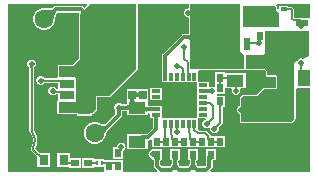
<source format=gtl>
G04*
G04 #@! TF.GenerationSoftware,Altium Limited,Altium Designer,23.5.1 (21)*
G04*
G04 Layer_Physical_Order=1*
G04 Layer_Color=255*
%FSLAX44Y44*%
%MOMM*%
G71*
G04*
G04 #@! TF.SameCoordinates,E7796D47-8282-4EC7-A355-9F660DFBD72A*
G04*
G04*
G04 #@! TF.FilePolarity,Positive*
G04*
G01*
G75*
%ADD13C,0.1270*%
%ADD14R,1.2000X0.8000*%
%ADD15R,1.2000X0.7600*%
%ADD16R,1.2000X0.7000*%
%ADD17R,0.6000X0.7000*%
%ADD18R,0.5500X1.1000*%
%ADD19R,1.1000X0.5500*%
%ADD20R,0.5100X0.3200*%
%ADD21R,2.8500X2.8500*%
%ADD22R,0.7500X0.3000*%
%ADD23R,0.3000X0.7500*%
%ADD24R,0.2200X0.3500*%
%ADD25R,0.6000X0.3500*%
%ADD26R,2.0000X5.3000*%
%ADD27R,1.4700X1.0200*%
%ADD28R,0.6400X0.6500*%
%ADD29R,0.7000X0.6000*%
%ADD30R,0.8000X0.9500*%
%ADD31R,1.0200X1.4700*%
%ADD32R,0.6500X0.6400*%
%ADD54C,2.0000*%
%ADD57C,0.3000*%
%ADD58C,1.6000*%
%ADD59C,2.0100*%
%ADD60C,1.8500*%
%ADD61R,2.0000X2.0000*%
%ADD62C,0.6000*%
%ADD63C,0.5000*%
G36*
X123953Y10181D02*
X123948Y10141D01*
X123939Y10074D01*
X123935Y10046D01*
X123931Y10027D01*
X123926Y10001D01*
X123921Y9979D01*
X123916Y9958D01*
X123910Y9937D01*
X123904Y9918D01*
X123897Y9900D01*
X123891Y9883D01*
X123884Y9866D01*
X123877Y9850D01*
X123456Y8937D01*
X123428D01*
X123400Y8937D01*
X123373Y8937D01*
X123345Y8936D01*
X123317Y8935D01*
X123290Y8934D01*
X123262Y8933D01*
X123235Y8932D01*
X123207Y8930D01*
X123179Y8928D01*
X123152Y8926D01*
X123124Y8924D01*
X123097Y8922D01*
X123069Y8919D01*
X123041Y8916D01*
X123014Y8913D01*
X122986Y8910D01*
X122959Y8906D01*
X122932Y8903D01*
X122904Y8899D01*
X122877Y8895D01*
X122850Y8891D01*
X122822Y8886D01*
X122795Y8881D01*
X122768Y8877D01*
X122740Y8872D01*
X122713Y8866D01*
X122686Y8861D01*
X122659Y8855D01*
X122632Y8849D01*
X122605Y8843D01*
X122578Y8837D01*
X122551Y8831D01*
X122524Y8824D01*
X122498Y8817D01*
X122471Y8810D01*
X122444Y8803D01*
X122417Y8795D01*
X122391Y8788D01*
X122364Y8780D01*
X122338Y8772D01*
X122311Y8764D01*
X122285Y8755D01*
X122259Y8747D01*
X122232Y8738D01*
X122206Y8729D01*
X122180Y8720D01*
X122154Y8711D01*
X122128Y8701D01*
X122102Y8691D01*
X122076Y8681D01*
X122051Y8671D01*
X122025Y8661D01*
X121999Y8651D01*
X121974Y8640D01*
X121948Y8629D01*
X121923Y8618D01*
X121898Y8607D01*
X121873Y8595D01*
X121847Y8584D01*
X121822Y8572D01*
X121797Y8560D01*
X121772Y8548D01*
X121748Y8535D01*
X121723Y8523D01*
X121699Y8510D01*
X121674Y8497D01*
X121650Y8484D01*
X121625Y8471D01*
X121601Y8457D01*
X121577Y8444D01*
X121553Y8430D01*
X121529Y8416D01*
X121505Y8402D01*
X121482Y8388D01*
X121458Y8373D01*
X121435Y8359D01*
X121411Y8344D01*
X121388Y8329D01*
X121365Y8314D01*
X121342Y8298D01*
X121319Y8283D01*
X121296Y8267D01*
X121273Y8251D01*
X121251Y8235D01*
X121228Y8219D01*
X121206Y8203D01*
X121184Y8186D01*
X121162Y8170D01*
X121140Y8153D01*
X121118Y8136D01*
X121096Y8119D01*
X121074Y8101D01*
X121053Y8084D01*
X121032Y8066D01*
X121010Y8048D01*
X120989Y8031D01*
X120968Y8012D01*
X120948Y7994D01*
X120927Y7976D01*
X120906Y7957D01*
X120886Y7939D01*
X120866Y7920D01*
X120846Y7901D01*
X120826Y7882D01*
X120806Y7862D01*
X120786Y7843D01*
X120766Y7823D01*
X120747Y7804D01*
X120728Y7784D01*
X120709Y7764D01*
X120690Y7744D01*
X120671Y7724D01*
X120652Y7703D01*
X120633Y7682D01*
X120615Y7662D01*
X120597Y7641D01*
X120579Y7620D01*
X120561Y7599D01*
X120543Y7578D01*
X120526Y7556D01*
X120508Y7535D01*
X120491Y7513D01*
X120474Y7492D01*
X120457Y7470D01*
X120440Y7448D01*
X120423Y7426D01*
X120407Y7404D01*
X120390Y7381D01*
X120374Y7359D01*
X120358Y7336D01*
X120342Y7313D01*
X120327Y7291D01*
X120311Y7268D01*
X120296Y7245D01*
X120281Y7222D01*
X120266Y7198D01*
X120251Y7175D01*
X120236Y7151D01*
X120222Y7128D01*
X120208Y7104D01*
X120193Y7080D01*
X120179Y7056D01*
X120166Y7032D01*
X120152Y7008D01*
X120139Y6984D01*
X120125Y6960D01*
X120112Y6935D01*
X120099Y6911D01*
X120087Y6886D01*
X120074Y6862D01*
X120062Y6837D01*
X120050Y6812D01*
X120038Y6787D01*
X120026Y6762D01*
X120014Y6737D01*
X120003Y6712D01*
X119992Y6686D01*
X119980Y6661D01*
X119970Y6636D01*
X119959Y6610D01*
X119949Y6585D01*
X119938Y6559D01*
X119928Y6533D01*
X119918Y6507D01*
X119908Y6481D01*
X119899Y6455D01*
X119889Y6429D01*
X119880Y6403D01*
X119871Y6377D01*
X119862Y6351D01*
X119854Y6324D01*
X119846Y6298D01*
X119837Y6272D01*
X119829Y6245D01*
X119822Y6219D01*
X119814Y6192D01*
X119806Y6165D01*
X119799Y6139D01*
X119792Y6112D01*
X119785Y6085D01*
X119779Y6058D01*
X119772Y6031D01*
X119766Y6004D01*
X119760Y5977D01*
X119754Y5950D01*
X119748Y5923D01*
X119743Y5896D01*
X119738Y5869D01*
X119733Y5842D01*
X119728Y5814D01*
X119723Y5787D01*
X119719Y5760D01*
X119715Y5733D01*
X119711Y5705D01*
X119707Y5678D01*
X119703Y5650D01*
X119700Y5623D01*
X119696Y5595D01*
X119693Y5568D01*
X119691Y5540D01*
X119688Y5513D01*
X119685Y5485D01*
X119683Y5458D01*
X119681Y5430D01*
X119679Y5403D01*
X119678Y5375D01*
X119676Y5347D01*
X119675Y5320D01*
X119674Y5292D01*
X119673Y5264D01*
X119673Y5237D01*
X119672Y5209D01*
X119672Y5181D01*
Y5154D01*
X119672Y5126D01*
X119673Y5098D01*
X119673Y5071D01*
X119674Y5043D01*
X119675Y5015D01*
X119676Y4988D01*
X119678Y4960D01*
X119679Y4932D01*
X119681Y4905D01*
X119683Y4877D01*
X119685Y4850D01*
X119688Y4822D01*
X119691Y4794D01*
X119693Y4767D01*
X119696Y4739D01*
X119700Y4712D01*
X119703Y4685D01*
X119707Y4657D01*
X119711Y4630D01*
X119715Y4602D01*
X119719Y4575D01*
X119723Y4548D01*
X119728Y4520D01*
X119733Y4493D01*
X119738Y4466D01*
X119743Y4439D01*
X119748Y4412D01*
X119754Y4385D01*
X119760Y4357D01*
X119766Y4330D01*
X119772Y4304D01*
X119779Y4277D01*
X119785Y4250D01*
X119792Y4223D01*
X119799Y4196D01*
X119806Y4169D01*
X119814Y4143D01*
X119822Y4116D01*
X119829Y4090D01*
X119837Y4063D01*
X119846Y4037D01*
X119854Y4010D01*
X119862Y3984D01*
X119871Y3958D01*
X119880Y3932D01*
X119889Y3905D01*
X119899Y3879D01*
X119908Y3853D01*
X119918Y3828D01*
X119928Y3802D01*
X119938Y3776D01*
X119949Y3750D01*
X119959Y3725D01*
X119970Y3699D01*
X119980Y3674D01*
X119992Y3648D01*
X120003Y3623D01*
X120014Y3598D01*
X120026Y3573D01*
X120038Y3548D01*
X120050Y3523D01*
X120062Y3498D01*
X120074Y3473D01*
X120087Y3449D01*
X120099Y3424D01*
X120112Y3399D01*
X120125Y3375D01*
X120139Y3351D01*
X120152Y3327D01*
X120166Y3302D01*
X120179Y3278D01*
X120193Y3255D01*
X120208Y3231D01*
X120222Y3207D01*
X120236Y3183D01*
X120251Y3160D01*
X120266Y3137D01*
X120281Y3113D01*
X120296Y3090D01*
X120311Y3067D01*
X120327Y3044D01*
X120342Y3021D01*
X120358Y2999D01*
X120374Y2976D01*
X120390Y2954D01*
X120407Y2931D01*
X120423Y2909D01*
X120440Y2887D01*
X120457Y2865D01*
X120474Y2843D01*
X120491Y2822D01*
X120508Y2800D01*
X120526Y2778D01*
X120543Y2757D01*
X120561Y2736D01*
X120579Y2715D01*
X120597Y2694D01*
X120615Y2673D01*
X120633Y2652D01*
X120652Y2632D01*
X120671Y2611D01*
X120690Y2591D01*
X120709Y2571D01*
X120728Y2551D01*
X120747Y2531D01*
X120766Y2511D01*
X120786Y2492D01*
X120806Y2472D01*
X120826Y2453D01*
X120846Y2434D01*
X120866Y2415D01*
X120886Y2396D01*
X120906Y2377D01*
X120927Y2359D01*
X120948Y2341D01*
X120968Y2322D01*
X120989Y2304D01*
X121010Y2286D01*
X121032Y2269D01*
X121053Y2251D01*
X121074Y2234D01*
X121096Y2216D01*
X121118Y2199D01*
X121140Y2182D01*
X121162Y2165D01*
X121184Y2149D01*
X121206Y2132D01*
X121228Y2116D01*
X121251Y2100D01*
X121273Y2084D01*
X121296Y2068D01*
X121319Y2052D01*
X121342Y2037D01*
X121365Y2021D01*
X121388Y2006D01*
X121411Y1991D01*
X121435Y1976D01*
X121458Y1962D01*
X121482Y1947D01*
X121505Y1933D01*
X121529Y1919D01*
X121553Y1905D01*
X121577Y1891D01*
X121601Y1877D01*
X121625Y1864D01*
X121650Y1851D01*
X121674Y1838D01*
X121699Y1825D01*
X121723Y1812D01*
X121748Y1800D01*
X121772Y1787D01*
X121797Y1775D01*
X121822Y1763D01*
X121847Y1751D01*
X121873Y1740D01*
X121898Y1728D01*
X121923Y1717D01*
X121948Y1706D01*
X121974Y1695D01*
X121999Y1684D01*
X122025Y1674D01*
X122051Y1664D01*
X122076Y1654D01*
X122102Y1644D01*
X122128Y1634D01*
X122154Y1624D01*
X122180Y1615D01*
X122206Y1606D01*
X122232Y1597D01*
X122259Y1588D01*
X122285Y1579D01*
X122311Y1571D01*
X122338Y1563D01*
X122364Y1555D01*
X122391Y1547D01*
X122417Y1539D01*
X122444Y1532D01*
X122471Y1525D01*
X122498Y1518D01*
X122524Y1511D01*
X122551Y1504D01*
X122578Y1498D01*
X122605Y1491D01*
X122632Y1485D01*
X122659Y1480D01*
X122686Y1474D01*
X122713Y1469D01*
X122740Y1463D01*
X122768Y1458D01*
X122795Y1453D01*
X122822Y1449D01*
X122850Y1444D01*
X122877Y1440D01*
X122904Y1436D01*
X122932Y1432D01*
X122959Y1428D01*
X122986Y1425D01*
X123014Y1422D01*
X123041Y1419D01*
X123069Y1416D01*
X123097Y1413D01*
X123124Y1411D01*
X123152Y1409D01*
X123179Y1407D01*
X123207Y1405D01*
X123235Y1403D01*
X123262Y1402D01*
X123290Y1400D01*
X123317Y1400D01*
X123345Y1399D01*
X123373Y1398D01*
X123400Y1398D01*
X123428Y1397D01*
X123456D01*
X123877Y485D01*
X123884Y469D01*
X123891Y452D01*
X123897Y435D01*
X123904Y417D01*
X123910Y397D01*
X123916Y377D01*
X123921Y356D01*
X123926Y334D01*
X123931Y308D01*
X123935Y289D01*
X123939Y261D01*
X123948Y194D01*
X123953Y153D01*
Y-12648D01*
X123909Y-12666D01*
X123651Y-12735D01*
X123305Y-12792D01*
X122877Y-12829D01*
X122357Y-12843D01*
X119669D01*
X119646Y-12843D01*
X119622Y-12843D01*
X119598Y-12844D01*
X119575Y-12844D01*
X119551Y-12845D01*
X119527Y-12846D01*
X119504Y-12848D01*
X119480Y-12849D01*
X119457Y-12851D01*
X119433Y-12853D01*
X119410Y-12855D01*
X119386Y-12857D01*
X119362Y-12860D01*
X119339Y-12862D01*
X119316Y-12865D01*
X119292Y-12868D01*
X119269Y-12872D01*
X119245Y-12875D01*
X119222Y-12879D01*
X119199Y-12883D01*
X119175Y-12887D01*
X119152Y-12891D01*
X119129Y-12896D01*
X119106Y-12901D01*
X119083Y-12905D01*
X119059Y-12911D01*
X119036Y-12916D01*
X119013Y-12921D01*
X118990Y-12927D01*
X118968Y-12933D01*
X118945Y-12939D01*
X118922Y-12945D01*
X118899Y-12952D01*
X118876Y-12959D01*
X118854Y-12965D01*
X118831Y-12973D01*
X118809Y-12980D01*
X118786Y-12987D01*
X118764Y-12995D01*
X118742Y-13003D01*
X118719Y-13011D01*
X118697Y-13019D01*
X118675Y-13027D01*
X118653Y-13036D01*
X118631Y-13045D01*
X118609Y-13053D01*
X118587Y-13063D01*
X118566Y-13072D01*
X118544Y-13082D01*
X118523Y-13091D01*
X118501Y-13101D01*
X118480Y-13111D01*
X118458Y-13121D01*
X118437Y-13132D01*
X118416Y-13142D01*
X118395Y-13153D01*
X118374Y-13164D01*
X118353Y-13175D01*
X118332Y-13187D01*
X118312Y-13198D01*
X118291Y-13210D01*
X118271Y-13222D01*
X118250Y-13234D01*
X118230Y-13246D01*
X118210Y-13258D01*
X118190Y-13271D01*
X118170Y-13284D01*
X118150Y-13297D01*
X118130Y-13310D01*
X118111Y-13323D01*
X118091Y-13336D01*
X118072Y-13350D01*
X118053Y-13363D01*
X118034Y-13377D01*
X118014Y-13391D01*
X117996Y-13405D01*
X117977Y-13420D01*
X117958Y-13434D01*
X117940Y-13449D01*
X117921Y-13464D01*
X117903Y-13479D01*
X117885Y-13494D01*
X117867Y-13509D01*
X117849Y-13525D01*
X117831Y-13541D01*
X117814Y-13556D01*
X117796Y-13572D01*
X117779Y-13588D01*
X117761Y-13605D01*
X117744Y-13621D01*
X117727Y-13637D01*
X117711Y-13654D01*
X101653Y-29711D01*
X101637Y-29728D01*
X101620Y-29745D01*
X101604Y-29762D01*
X101587Y-29779D01*
X101572Y-29797D01*
X101556Y-29814D01*
X101540Y-29832D01*
X101524Y-29850D01*
X101509Y-29867D01*
X101493Y-29885D01*
X101478Y-29904D01*
X101463Y-29922D01*
X101448Y-29940D01*
X101434Y-29959D01*
X101419Y-29978D01*
X101405Y-29996D01*
X101391Y-30015D01*
X101376Y-30034D01*
X101363Y-30053D01*
X101349Y-30073D01*
X101335Y-30092D01*
X101322Y-30111D01*
X101309Y-30131D01*
X101296Y-30151D01*
X101283Y-30171D01*
X101270Y-30191D01*
X101258Y-30211D01*
X101245Y-30231D01*
X101233Y-30251D01*
X101221Y-30271D01*
X101209Y-30292D01*
X101197Y-30312D01*
X101186Y-30333D01*
X101175Y-30354D01*
X101164Y-30375D01*
X101152Y-30396D01*
X101142Y-30417D01*
X101131Y-30438D01*
X101121Y-30459D01*
X101110Y-30480D01*
X101100Y-30502D01*
X101090Y-30523D01*
X101081Y-30545D01*
X101071Y-30566D01*
X101062Y-30588D01*
X101053Y-30610D01*
X101044Y-30632D01*
X101035Y-30654D01*
X101026Y-30676D01*
X101018Y-30698D01*
X101010Y-30720D01*
X101002Y-30742D01*
X100994Y-30765D01*
X100986Y-30787D01*
X100979Y-30810D01*
X100972Y-30832D01*
X100965Y-30855D01*
X100958Y-30877D01*
X100951Y-30900D01*
X100945Y-30923D01*
X100938Y-30945D01*
X100932Y-30968D01*
X100926Y-30991D01*
X100921Y-31014D01*
X100915Y-31037D01*
X100910Y-31060D01*
X100905Y-31083D01*
X100900Y-31107D01*
X100895Y-31130D01*
X100891Y-31153D01*
X100886Y-31176D01*
X100882Y-31199D01*
X100878Y-31223D01*
X100875Y-31246D01*
X100871Y-31269D01*
X100868Y-31293D01*
X100865Y-31316D01*
X100862Y-31340D01*
X100859Y-31363D01*
X100857Y-31387D01*
X100854Y-31410D01*
X100852Y-31434D01*
X100850Y-31457D01*
X100848Y-31481D01*
X100847Y-31505D01*
X100846Y-31528D01*
X100844Y-31552D01*
X100843Y-31576D01*
X100843Y-31599D01*
X100842Y-31623D01*
X100842Y-31646D01*
X100842Y-31670D01*
Y-48700D01*
X100842Y-48706D01*
Y-53720D01*
X130232D01*
X131092Y-53720D01*
X131092Y-54580D01*
Y-63970D01*
Y-73970D01*
Y-82820D01*
X131092Y-83680D01*
X130232Y-83680D01*
X101132D01*
Y-73430D01*
X96118D01*
X96112Y-73430D01*
X90598D01*
X90077Y-73417D01*
X89650Y-73379D01*
X89303Y-73322D01*
X89045Y-73253D01*
X88882Y-73187D01*
Y-68680D01*
X89262Y-68670D01*
Y-59630D01*
X71432D01*
Y-68670D01*
X71642Y-68680D01*
Y-71917D01*
X71479Y-71983D01*
X71220Y-72052D01*
X70874Y-72109D01*
X70447Y-72146D01*
X69926Y-72160D01*
X67887D01*
X67632Y-72158D01*
X67201Y-72140D01*
X66891Y-72108D01*
X66880Y-72107D01*
X66876Y-72103D01*
X66856Y-72085D01*
X66835Y-72067D01*
X66814Y-72049D01*
X66792Y-72031D01*
X66771Y-72014D01*
X66750Y-71996D01*
X66728Y-71979D01*
X66706Y-71962D01*
X66684Y-71945D01*
X66662Y-71928D01*
X66640Y-71911D01*
X66618Y-71895D01*
X66596Y-71878D01*
X66573Y-71862D01*
X66551Y-71846D01*
X66528Y-71830D01*
X66505Y-71815D01*
X66482Y-71799D01*
X66459Y-71784D01*
X66436Y-71769D01*
X66413Y-71754D01*
X66389Y-71739D01*
X66366Y-71724D01*
X66342Y-71710D01*
X66319Y-71695D01*
X66295Y-71681D01*
X66271Y-71667D01*
X66247Y-71654D01*
X66223Y-71640D01*
X66199Y-71627D01*
X66174Y-71613D01*
X66150Y-71600D01*
X66125Y-71587D01*
X66101Y-71575D01*
X66076Y-71562D01*
X66052Y-71550D01*
X66027Y-71538D01*
X66002Y-71526D01*
X65977Y-71514D01*
X65951Y-71502D01*
X65926Y-71491D01*
X65901Y-71480D01*
X65876Y-71469D01*
X65850Y-71458D01*
X65825Y-71447D01*
X65799Y-71437D01*
X65773Y-71426D01*
X65748Y-71416D01*
X65722Y-71406D01*
X65696Y-71396D01*
X65670Y-71387D01*
X65644Y-71378D01*
X65618Y-71368D01*
X65592Y-71359D01*
X65565Y-71350D01*
X65539Y-71342D01*
X65513Y-71333D01*
X65486Y-71325D01*
X65460Y-71317D01*
X65433Y-71309D01*
X65407Y-71302D01*
X65380Y-71294D01*
X65353Y-71287D01*
X65326Y-71280D01*
X65300Y-71273D01*
X65273Y-71267D01*
X65246Y-71260D01*
X65219Y-71254D01*
X65192Y-71248D01*
X65165Y-71242D01*
X65138Y-71237D01*
X65111Y-71231D01*
X65083Y-71226D01*
X65056Y-71221D01*
X65029Y-71216D01*
X65002Y-71211D01*
X64974Y-71207D01*
X64947Y-71203D01*
X64920Y-71199D01*
X64892Y-71195D01*
X64865Y-71191D01*
X64837Y-71188D01*
X64810Y-71184D01*
X64783Y-71181D01*
X64755Y-71178D01*
X64727Y-71176D01*
X64700Y-71173D01*
X64672Y-71171D01*
X64645Y-71169D01*
X64617Y-71167D01*
X64589Y-71166D01*
X64562Y-71164D01*
X64534Y-71163D01*
X64507Y-71162D01*
X64479Y-71161D01*
X64451Y-71161D01*
X64423Y-71160D01*
X64396Y-71160D01*
X64368D01*
X64341Y-71160D01*
X64313Y-71161D01*
X64285Y-71161D01*
X64257Y-71162D01*
X64230Y-71163D01*
X64202Y-71164D01*
X64174Y-71166D01*
X64147Y-71167D01*
X64119Y-71169D01*
X64092Y-71171D01*
X64064Y-71173D01*
X64037Y-71176D01*
X64009Y-71178D01*
X63981Y-71181D01*
X63954Y-71184D01*
X63927Y-71188D01*
X63899Y-71191D01*
X63872Y-71195D01*
X63844Y-71199D01*
X63817Y-71203D01*
X63790Y-71207D01*
X63762Y-71211D01*
X63735Y-71216D01*
X63708Y-71221D01*
X63680Y-71226D01*
X63653Y-71231D01*
X63626Y-71237D01*
X63599Y-71242D01*
X63572Y-71248D01*
X63545Y-71254D01*
X63518Y-71260D01*
X63491Y-71267D01*
X63464Y-71273D01*
X63438Y-71280D01*
X63411Y-71287D01*
X63384Y-71294D01*
X63357Y-71302D01*
X63331Y-71309D01*
X63304Y-71317D01*
X63278Y-71325D01*
X63251Y-71333D01*
X63225Y-71342D01*
X63199Y-71350D01*
X63172Y-71359D01*
X63146Y-71368D01*
X63120Y-71378D01*
X63094Y-71387D01*
X63068Y-71396D01*
X63042Y-71406D01*
X63016Y-71416D01*
X62991Y-71426D01*
X62965Y-71437D01*
X62939Y-71447D01*
X62914Y-71458D01*
X62888Y-71469D01*
X62863Y-71480D01*
X62838Y-71491D01*
X62812Y-71502D01*
X62787Y-71514D01*
X62762Y-71526D01*
X62737Y-71538D01*
X62712Y-71550D01*
X62688Y-71562D01*
X62663Y-71575D01*
X62639Y-71587D01*
X62614Y-71600D01*
X62590Y-71613D01*
X62565Y-71627D01*
X62541Y-71640D01*
X62517Y-71654D01*
X62493Y-71667D01*
X62469Y-71681D01*
X62445Y-71695D01*
X62422Y-71710D01*
X62398Y-71724D01*
X62375Y-71739D01*
X62351Y-71754D01*
X62328Y-71769D01*
X62305Y-71784D01*
X62282Y-71799D01*
X62259Y-71815D01*
X62236Y-71830D01*
X62213Y-71846D01*
X62191Y-71862D01*
X62168Y-71878D01*
X62146Y-71895D01*
X62124Y-71911D01*
X62102Y-71928D01*
X62080Y-71945D01*
X62058Y-71962D01*
X62036Y-71979D01*
X62014Y-71996D01*
X61993Y-72014D01*
X61972Y-72031D01*
X61950Y-72049D01*
X61929Y-72067D01*
X61908Y-72085D01*
X61888Y-72103D01*
X61867Y-72122D01*
X61846Y-72140D01*
X61826Y-72159D01*
X61806Y-72178D01*
X61786Y-72197D01*
X61765Y-72216D01*
X61746Y-72235D01*
X61726Y-72254D01*
X61706Y-72274D01*
X61687Y-72294D01*
X61668Y-72313D01*
X61649Y-72334D01*
X61630Y-72354D01*
X61611Y-72374D01*
X61592Y-72394D01*
X61574Y-72415D01*
X61555Y-72436D01*
X61537Y-72456D01*
X61519Y-72477D01*
X61501Y-72498D01*
X61483Y-72520D01*
X61466Y-72541D01*
X61448Y-72562D01*
X61431Y-72584D01*
X61414Y-72606D01*
X61397Y-72628D01*
X61380Y-72650D01*
X61363Y-72672D01*
X61347Y-72694D01*
X61330Y-72716D01*
X61314Y-72739D01*
X61298Y-72761D01*
X61282Y-72784D01*
X61267Y-72807D01*
X61251Y-72830D01*
X61236Y-72853D01*
X61221Y-72876D01*
X61206Y-72899D01*
X61191Y-72923D01*
X61176Y-72946D01*
X61162Y-72970D01*
X61147Y-72993D01*
X61133Y-73017D01*
X61119Y-73041D01*
X61106Y-73065D01*
X61092Y-73089D01*
X61079Y-73113D01*
X61065Y-73138D01*
X61052Y-73162D01*
X61039Y-73186D01*
X61027Y-73211D01*
X61014Y-73236D01*
X61002Y-73260D01*
X60990Y-73285D01*
X60978Y-73310D01*
X60966Y-73335D01*
X60954Y-73361D01*
X60943Y-73386D01*
X60932Y-73411D01*
X60921Y-73436D01*
X60910Y-73462D01*
X60899Y-73487D01*
X60888Y-73513D01*
X60878Y-73539D01*
X60868Y-73564D01*
X60858Y-73590D01*
X60848Y-73616D01*
X60839Y-73642D01*
X60829Y-73668D01*
X60820Y-73694D01*
X60811Y-73720D01*
X60802Y-73747D01*
X60794Y-73773D01*
X60785Y-73799D01*
X60777Y-73826D01*
X60769Y-73852D01*
X60761Y-73879D01*
X60754Y-73905D01*
X60746Y-73932D01*
X60739Y-73959D01*
X60732Y-73986D01*
X60725Y-74012D01*
X60719Y-74039D01*
X60712Y-74066D01*
X60706Y-74093D01*
X60700Y-74120D01*
X60694Y-74147D01*
X60689Y-74174D01*
X60683Y-74201D01*
X60678Y-74229D01*
X60673Y-74256D01*
X60668Y-74283D01*
X60663Y-74310D01*
X60659Y-74338D01*
X60655Y-74365D01*
X60651Y-74392D01*
X60647Y-74420D01*
X60643Y-74447D01*
X60640Y-74475D01*
X60636Y-74502D01*
X60633Y-74530D01*
X60630Y-74557D01*
X60628Y-74585D01*
X60625Y-74612D01*
X60623Y-74640D01*
X60621Y-74667D01*
X60619Y-74695D01*
X60618Y-74723D01*
X60616Y-74750D01*
X60615Y-74778D01*
X60614Y-74805D01*
X60613Y-74833D01*
X60613Y-74861D01*
X60612Y-74889D01*
X60612Y-74916D01*
Y-74944D01*
X60612Y-74971D01*
X60613Y-74999D01*
X60613Y-75027D01*
X60614Y-75054D01*
X60615Y-75082D01*
X60616Y-75110D01*
X60618Y-75137D01*
X60619Y-75165D01*
X60621Y-75193D01*
X60623Y-75220D01*
X60625Y-75248D01*
X60628Y-75275D01*
X60630Y-75303D01*
X60633Y-75331D01*
X60636Y-75358D01*
X60640Y-75385D01*
X60643Y-75413D01*
X60647Y-75440D01*
X60651Y-75468D01*
X60655Y-75495D01*
X60659Y-75522D01*
X60663Y-75550D01*
X60668Y-75577D01*
X60673Y-75604D01*
X60678Y-75631D01*
X60683Y-75659D01*
X60689Y-75686D01*
X60694Y-75713D01*
X60700Y-75740D01*
X60706Y-75767D01*
X60712Y-75794D01*
X60719Y-75821D01*
X60725Y-75848D01*
X60732Y-75875D01*
X60739Y-75901D01*
X60746Y-75928D01*
X60754Y-75955D01*
X60761Y-75981D01*
X60769Y-76008D01*
X60777Y-76034D01*
X60785Y-76061D01*
X60794Y-76087D01*
X60802Y-76113D01*
X60811Y-76140D01*
X60820Y-76166D01*
X60829Y-76192D01*
X60839Y-76218D01*
X60848Y-76244D01*
X60858Y-76270D01*
X60868Y-76296D01*
X60878Y-76321D01*
X60888Y-76347D01*
X60899Y-76373D01*
X60910Y-76398D01*
X60921Y-76424D01*
X60932Y-76449D01*
X60943Y-76474D01*
X60954Y-76500D01*
X60966Y-76525D01*
X60978Y-76550D01*
X60990Y-76575D01*
X61002Y-76599D01*
X61014Y-76624D01*
X61027Y-76649D01*
X61039Y-76673D01*
X61052Y-76698D01*
X61065Y-76722D01*
X61079Y-76747D01*
X61092Y-76771D01*
X61106Y-76795D01*
X61119Y-76819D01*
X61133Y-76843D01*
X61147Y-76867D01*
X61162Y-76890D01*
X61176Y-76914D01*
X61191Y-76937D01*
X61206Y-76961D01*
X61221Y-76984D01*
X61236Y-77007D01*
X61251Y-77030D01*
X61267Y-77053D01*
X61282Y-77076D01*
X61298Y-77099D01*
X61314Y-77121D01*
X61330Y-77144D01*
X61347Y-77166D01*
X61363Y-77188D01*
X61380Y-77210D01*
X61397Y-77232D01*
X61414Y-77254D01*
X61431Y-77276D01*
X61448Y-77298D01*
X61466Y-77319D01*
X61483Y-77340D01*
X61501Y-77362D01*
X61519Y-77383D01*
X61537Y-77404D01*
X61555Y-77424D01*
X61557Y-77427D01*
X61610Y-78197D01*
X61612Y-78436D01*
Y-80133D01*
X53528Y-88217D01*
X53123Y-88570D01*
X52741Y-88817D01*
X52344Y-88994D01*
X51920Y-89108D01*
X51455Y-89159D01*
X50939Y-89144D01*
X50366Y-89055D01*
X49735Y-88884D01*
X49047Y-88626D01*
X48285Y-88268D01*
X48259Y-88254D01*
X48220Y-88235D01*
X48181Y-88216D01*
X48143Y-88196D01*
X48104Y-88177D01*
X48065Y-88159D01*
X48025Y-88140D01*
X47986Y-88122D01*
X47947Y-88103D01*
X47908Y-88085D01*
X47868Y-88067D01*
X47828Y-88050D01*
X47789Y-88032D01*
X47749Y-88015D01*
X47709Y-87998D01*
X47669Y-87981D01*
X47629Y-87964D01*
X47589Y-87947D01*
X47549Y-87931D01*
X47509Y-87915D01*
X47469Y-87899D01*
X47428Y-87883D01*
X47388Y-87867D01*
X47348Y-87852D01*
X47307Y-87837D01*
X47266Y-87822D01*
X47226Y-87807D01*
X47185Y-87792D01*
X47144Y-87777D01*
X47103Y-87763D01*
X47062Y-87749D01*
X47021Y-87735D01*
X46980Y-87721D01*
X46939Y-87708D01*
X46898Y-87694D01*
X46856Y-87681D01*
X46815Y-87668D01*
X46774Y-87655D01*
X46732Y-87643D01*
X46691Y-87631D01*
X46649Y-87618D01*
X46607Y-87606D01*
X46566Y-87594D01*
X46524Y-87583D01*
X46482Y-87571D01*
X46440Y-87560D01*
X46398Y-87549D01*
X46356Y-87538D01*
X46314Y-87528D01*
X46272Y-87517D01*
X46230Y-87507D01*
X46188Y-87497D01*
X46146Y-87487D01*
X46104Y-87478D01*
X46061Y-87468D01*
X46019Y-87459D01*
X45977Y-87450D01*
X45934Y-87441D01*
X45892Y-87432D01*
X45849Y-87424D01*
X45807Y-87416D01*
X45764Y-87408D01*
X45722Y-87400D01*
X45679Y-87392D01*
X45636Y-87385D01*
X45593Y-87377D01*
X45551Y-87370D01*
X45508Y-87364D01*
X45465Y-87357D01*
X45422Y-87350D01*
X45379Y-87344D01*
X45336Y-87338D01*
X45293Y-87332D01*
X45251Y-87326D01*
X45208Y-87321D01*
X45164Y-87316D01*
X45121Y-87311D01*
X45078Y-87306D01*
X45035Y-87301D01*
X44992Y-87297D01*
X44949Y-87292D01*
X44906Y-87289D01*
X44863Y-87285D01*
X44819Y-87281D01*
X44776Y-87277D01*
X44733Y-87274D01*
X44690Y-87271D01*
X44647Y-87268D01*
X44603Y-87266D01*
X44560Y-87263D01*
X44517Y-87261D01*
X44474Y-87259D01*
X44430Y-87257D01*
X44387Y-87256D01*
X44344Y-87254D01*
X44300Y-87253D01*
X44257Y-87252D01*
X44214Y-87251D01*
X44170Y-87251D01*
X44127Y-87250D01*
X44084Y-87250D01*
X44040D01*
X43997Y-87250D01*
X43954Y-87251D01*
X43910Y-87251D01*
X43867Y-87252D01*
X43824Y-87253D01*
X43780Y-87254D01*
X43737Y-87256D01*
X43694Y-87257D01*
X43650Y-87259D01*
X43607Y-87261D01*
X43564Y-87263D01*
X43521Y-87266D01*
X43477Y-87268D01*
X43434Y-87271D01*
X43391Y-87274D01*
X43348Y-87277D01*
X43304Y-87281D01*
X43261Y-87285D01*
X43218Y-87289D01*
X43175Y-87292D01*
X43132Y-87297D01*
X43089Y-87301D01*
X43046Y-87306D01*
X43003Y-87311D01*
X42959Y-87316D01*
X42916Y-87321D01*
X42874Y-87326D01*
X42831Y-87332D01*
X42788Y-87338D01*
X42745Y-87344D01*
X42702Y-87350D01*
X42659Y-87357D01*
X42616Y-87364D01*
X42573Y-87370D01*
X42531Y-87377D01*
X42488Y-87385D01*
X42445Y-87392D01*
X42403Y-87400D01*
X42360Y-87408D01*
X42317Y-87416D01*
X42275Y-87424D01*
X42232Y-87432D01*
X42190Y-87441D01*
X42147Y-87450D01*
X42105Y-87459D01*
X42063Y-87468D01*
X42020Y-87478D01*
X41978Y-87487D01*
X41936Y-87497D01*
X41894Y-87507D01*
X41852Y-87517D01*
X41810Y-87528D01*
X41768Y-87538D01*
X41726Y-87549D01*
X41684Y-87560D01*
X41642Y-87571D01*
X41600Y-87583D01*
X41558Y-87594D01*
X41517Y-87606D01*
X41475Y-87618D01*
X41433Y-87631D01*
X41392Y-87643D01*
X41350Y-87655D01*
X41309Y-87668D01*
X41268Y-87681D01*
X41226Y-87694D01*
X41185Y-87708D01*
X41144Y-87721D01*
X41103Y-87735D01*
X41062Y-87749D01*
X41021Y-87763D01*
X40980Y-87777D01*
X40939Y-87792D01*
X40898Y-87807D01*
X40858Y-87822D01*
X40817Y-87837D01*
X40776Y-87852D01*
X40736Y-87867D01*
X40695Y-87883D01*
X40655Y-87899D01*
X40615Y-87915D01*
X40575Y-87931D01*
X40535Y-87947D01*
X40494Y-87964D01*
X40455Y-87981D01*
X40415Y-87998D01*
X40375Y-88015D01*
X40335Y-88032D01*
X40296Y-88050D01*
X40256Y-88067D01*
X40216Y-88085D01*
X40177Y-88103D01*
X40138Y-88122D01*
X40099Y-88140D01*
X40059Y-88159D01*
X40020Y-88177D01*
X39981Y-88196D01*
X39943Y-88216D01*
X39904Y-88235D01*
X39865Y-88254D01*
X39827Y-88274D01*
X39788Y-88294D01*
X39750Y-88314D01*
X39711Y-88334D01*
X39673Y-88355D01*
X39635Y-88375D01*
X39597Y-88396D01*
X39559Y-88417D01*
X39521Y-88438D01*
X39483Y-88460D01*
X39446Y-88481D01*
X39408Y-88503D01*
X39371Y-88525D01*
X39334Y-88547D01*
X39296Y-88569D01*
X39259Y-88591D01*
X39222Y-88614D01*
X39185Y-88637D01*
X39148Y-88659D01*
X39112Y-88682D01*
X39075Y-88706D01*
X39039Y-88729D01*
X39002Y-88753D01*
X38966Y-88776D01*
X38930Y-88800D01*
X38894Y-88824D01*
X38858Y-88849D01*
X38822Y-88873D01*
X38786Y-88898D01*
X38751Y-88922D01*
X38715Y-88947D01*
X38680Y-88972D01*
X38645Y-88997D01*
X38610Y-89023D01*
X38575Y-89049D01*
X38540Y-89074D01*
X38505Y-89100D01*
X38470Y-89126D01*
X38436Y-89152D01*
X38402Y-89179D01*
X38367Y-89205D01*
X38333Y-89232D01*
X38299Y-89259D01*
X38265Y-89286D01*
X38231Y-89313D01*
X38198Y-89340D01*
X38164Y-89368D01*
X38131Y-89396D01*
X38098Y-89423D01*
X38065Y-89451D01*
X38032Y-89480D01*
X37999Y-89508D01*
X37966Y-89536D01*
X37934Y-89565D01*
X37901Y-89593D01*
X37869Y-89622D01*
X37837Y-89651D01*
X37805Y-89681D01*
X37773Y-89710D01*
X37741Y-89739D01*
X37709Y-89769D01*
X37678Y-89799D01*
X37646Y-89829D01*
X37615Y-89859D01*
X37584Y-89889D01*
X37553Y-89919D01*
X37522Y-89950D01*
X37492Y-89980D01*
X37461Y-90011D01*
X37431Y-90042D01*
X37401Y-90073D01*
X37371Y-90104D01*
X37341Y-90136D01*
X37311Y-90167D01*
X37281Y-90199D01*
X37252Y-90231D01*
X37222Y-90263D01*
X37193Y-90295D01*
X37164Y-90327D01*
X37136Y-90359D01*
X37107Y-90392D01*
X37078Y-90424D01*
X37050Y-90457D01*
X37022Y-90490D01*
X36993Y-90523D01*
X36965Y-90556D01*
X36938Y-90589D01*
X36910Y-90622D01*
X36883Y-90656D01*
X36855Y-90690D01*
X36828Y-90723D01*
X36801Y-90757D01*
X36774Y-90791D01*
X36747Y-90825D01*
X36721Y-90860D01*
X36694Y-90894D01*
X36668Y-90928D01*
X36642Y-90963D01*
X36616Y-90998D01*
X36590Y-91033D01*
X36565Y-91068D01*
X36539Y-91103D01*
X36514Y-91138D01*
X36489Y-91173D01*
X36464Y-91209D01*
X36440Y-91244D01*
X36415Y-91280D01*
X36391Y-91316D01*
X36366Y-91352D01*
X36342Y-91388D01*
X36318Y-91424D01*
X36295Y-91460D01*
X36271Y-91497D01*
X36248Y-91533D01*
X36224Y-91570D01*
X36201Y-91606D01*
X36179Y-91643D01*
X36156Y-91680D01*
X36133Y-91717D01*
X36111Y-91754D01*
X36089Y-91791D01*
X36067Y-91829D01*
X36045Y-91866D01*
X36023Y-91904D01*
X36002Y-91941D01*
X35980Y-91979D01*
X35959Y-92017D01*
X35938Y-92055D01*
X35917Y-92093D01*
X35897Y-92131D01*
X35876Y-92169D01*
X35856Y-92208D01*
X35836Y-92246D01*
X35816Y-92284D01*
X35796Y-92323D01*
X35777Y-92362D01*
X35758Y-92401D01*
X35738Y-92439D01*
X35719Y-92478D01*
X35701Y-92517D01*
X35682Y-92557D01*
X35664Y-92596D01*
X35645Y-92635D01*
X35627Y-92675D01*
X35609Y-92714D01*
X35592Y-92753D01*
X35574Y-92793D01*
X35557Y-92833D01*
X35540Y-92873D01*
X35523Y-92913D01*
X35506Y-92952D01*
X35489Y-92992D01*
X35473Y-93033D01*
X35457Y-93073D01*
X35441Y-93113D01*
X35425Y-93153D01*
X35409Y-93194D01*
X35394Y-93234D01*
X35378Y-93275D01*
X35364Y-93316D01*
X35349Y-93356D01*
X35334Y-93397D01*
X35319Y-93438D01*
X35305Y-93479D01*
X35291Y-93520D01*
X35277Y-93561D01*
X35263Y-93602D01*
X35250Y-93643D01*
X35236Y-93684D01*
X35223Y-93726D01*
X35210Y-93767D01*
X35198Y-93808D01*
X35185Y-93850D01*
X35173Y-93891D01*
X35160Y-93933D01*
X35148Y-93975D01*
X35136Y-94016D01*
X35125Y-94058D01*
X35113Y-94100D01*
X35102Y-94142D01*
X35091Y-94184D01*
X35080Y-94226D01*
X35070Y-94268D01*
X35059Y-94310D01*
X35049Y-94352D01*
X35039Y-94394D01*
X35029Y-94436D01*
X35020Y-94478D01*
X35010Y-94521D01*
X35001Y-94563D01*
X34992Y-94605D01*
X34983Y-94648D01*
X34974Y-94690D01*
X34966Y-94733D01*
X34958Y-94775D01*
X34950Y-94818D01*
X34942Y-94860D01*
X34934Y-94903D01*
X34927Y-94946D01*
X34919Y-94989D01*
X34912Y-95031D01*
X34905Y-95074D01*
X34899Y-95117D01*
X34892Y-95160D01*
X34886Y-95203D01*
X34880Y-95246D01*
X34874Y-95288D01*
X34869Y-95331D01*
X34863Y-95374D01*
X34858Y-95417D01*
X34853Y-95461D01*
X34848Y-95504D01*
X34843Y-95547D01*
X34839Y-95590D01*
X34834Y-95633D01*
X34831Y-95676D01*
X34827Y-95719D01*
X34823Y-95762D01*
X34820Y-95806D01*
X34816Y-95849D01*
X34813Y-95892D01*
X34810Y-95935D01*
X34808Y-95979D01*
X34805Y-96022D01*
X34803Y-96065D01*
X34801Y-96108D01*
X34799Y-96152D01*
X34798Y-96195D01*
X34796Y-96238D01*
X34795Y-96282D01*
X34794Y-96325D01*
X34793Y-96368D01*
X34793Y-96412D01*
X34792Y-96455D01*
X34792Y-96498D01*
Y-96542D01*
X34792Y-96585D01*
X34793Y-96628D01*
X34793Y-96672D01*
X34794Y-96715D01*
X34795Y-96758D01*
X34796Y-96802D01*
X34798Y-96845D01*
X34799Y-96888D01*
X34801Y-96932D01*
X34803Y-96975D01*
X34805Y-97018D01*
X34808Y-97061D01*
X34810Y-97105D01*
X34813Y-97148D01*
X34816Y-97191D01*
X34820Y-97234D01*
X34823Y-97278D01*
X34827Y-97321D01*
X34831Y-97364D01*
X34834Y-97407D01*
X34839Y-97450D01*
X34843Y-97493D01*
X34848Y-97536D01*
X34853Y-97579D01*
X34858Y-97622D01*
X34863Y-97666D01*
X34869Y-97709D01*
X34874Y-97752D01*
X34880Y-97794D01*
X34886Y-97837D01*
X34892Y-97880D01*
X34899Y-97923D01*
X34905Y-97966D01*
X34912Y-98009D01*
X34919Y-98051D01*
X34927Y-98094D01*
X34934Y-98137D01*
X34942Y-98180D01*
X34950Y-98222D01*
X34958Y-98265D01*
X34966Y-98307D01*
X34974Y-98350D01*
X34983Y-98392D01*
X34992Y-98435D01*
X35001Y-98477D01*
X35010Y-98519D01*
X35020Y-98562D01*
X35029Y-98604D01*
X35039Y-98646D01*
X35049Y-98688D01*
X35059Y-98730D01*
X35070Y-98772D01*
X35080Y-98814D01*
X35091Y-98856D01*
X35102Y-98898D01*
X35113Y-98940D01*
X35125Y-98982D01*
X35136Y-99024D01*
X35148Y-99065D01*
X35160Y-99107D01*
X35173Y-99149D01*
X35185Y-99190D01*
X35198Y-99232D01*
X35210Y-99273D01*
X35223Y-99314D01*
X35236Y-99356D01*
X35250Y-99397D01*
X35263Y-99438D01*
X35277Y-99479D01*
X35291Y-99520D01*
X35305Y-99561D01*
X35319Y-99602D01*
X35334Y-99643D01*
X35349Y-99684D01*
X35364Y-99724D01*
X35378Y-99765D01*
X35394Y-99806D01*
X35409Y-99846D01*
X35425Y-99887D01*
X35441Y-99927D01*
X35457Y-99967D01*
X35473Y-100007D01*
X35489Y-100048D01*
X35506Y-100087D01*
X35523Y-100127D01*
X35540Y-100167D01*
X35557Y-100207D01*
X35574Y-100247D01*
X35592Y-100287D01*
X35609Y-100326D01*
X35627Y-100365D01*
X35645Y-100405D01*
X35664Y-100444D01*
X35682Y-100483D01*
X35701Y-100523D01*
X35719Y-100562D01*
X35738Y-100601D01*
X35758Y-100639D01*
X35777Y-100678D01*
X35796Y-100717D01*
X35816Y-100756D01*
X35836Y-100794D01*
X35856Y-100832D01*
X35876Y-100871D01*
X35897Y-100909D01*
X35917Y-100947D01*
X35938Y-100985D01*
X35959Y-101023D01*
X35980Y-101061D01*
X36002Y-101099D01*
X36023Y-101136D01*
X36045Y-101174D01*
X36067Y-101211D01*
X36089Y-101249D01*
X36111Y-101286D01*
X36133Y-101323D01*
X36156Y-101360D01*
X36179Y-101397D01*
X36201Y-101434D01*
X36224Y-101470D01*
X36248Y-101507D01*
X36271Y-101543D01*
X36295Y-101580D01*
X36318Y-101616D01*
X36342Y-101652D01*
X36366Y-101688D01*
X36391Y-101724D01*
X36415Y-101760D01*
X36440Y-101796D01*
X36464Y-101831D01*
X36489Y-101867D01*
X36514Y-101902D01*
X36539Y-101937D01*
X36565Y-101972D01*
X36590Y-102007D01*
X36616Y-102042D01*
X36642Y-102077D01*
X36668Y-102112D01*
X36694Y-102146D01*
X36721Y-102180D01*
X36747Y-102215D01*
X36774Y-102249D01*
X36801Y-102283D01*
X36828Y-102317D01*
X36855Y-102350D01*
X36883Y-102384D01*
X36910Y-102418D01*
X36938Y-102451D01*
X36965Y-102484D01*
X36993Y-102517D01*
X37022Y-102550D01*
X37050Y-102583D01*
X37078Y-102616D01*
X37107Y-102648D01*
X37136Y-102681D01*
X37164Y-102713D01*
X37193Y-102745D01*
X37222Y-102777D01*
X37252Y-102809D01*
X37281Y-102841D01*
X37311Y-102873D01*
X37341Y-102904D01*
X37371Y-102936D01*
X37401Y-102967D01*
X37431Y-102998D01*
X37461Y-103029D01*
X37492Y-103060D01*
X37522Y-103090D01*
X37553Y-103121D01*
X37584Y-103151D01*
X37615Y-103181D01*
X37646Y-103211D01*
X37678Y-103241D01*
X37709Y-103271D01*
X37741Y-103301D01*
X37773Y-103330D01*
X37805Y-103359D01*
X37837Y-103389D01*
X37869Y-103418D01*
X37901Y-103447D01*
X37934Y-103475D01*
X37966Y-103504D01*
X37999Y-103532D01*
X38032Y-103560D01*
X38065Y-103589D01*
X38098Y-103617D01*
X38131Y-103644D01*
X38164Y-103672D01*
X38198Y-103700D01*
X38231Y-103727D01*
X38265Y-103754D01*
X38299Y-103781D01*
X38333Y-103808D01*
X38367Y-103835D01*
X38402Y-103861D01*
X38436Y-103888D01*
X38470Y-103914D01*
X38505Y-103940D01*
X38540Y-103966D01*
X38575Y-103991D01*
X38610Y-104017D01*
X38645Y-104043D01*
X38680Y-104068D01*
X38715Y-104093D01*
X38751Y-104118D01*
X38786Y-104142D01*
X38822Y-104167D01*
X38858Y-104191D01*
X38894Y-104216D01*
X38930Y-104240D01*
X38966Y-104264D01*
X39002Y-104287D01*
X39039Y-104311D01*
X39075Y-104334D01*
X39112Y-104358D01*
X39148Y-104381D01*
X39185Y-104403D01*
X39222Y-104426D01*
X39259Y-104449D01*
X39296Y-104471D01*
X39334Y-104493D01*
X39371Y-104515D01*
X39408Y-104537D01*
X39446Y-104559D01*
X39483Y-104580D01*
X39521Y-104602D01*
X39559Y-104623D01*
X39597Y-104644D01*
X39635Y-104665D01*
X39673Y-104685D01*
X39711Y-104706D01*
X39750Y-104726D01*
X39788Y-104746D01*
X39827Y-104766D01*
X39865Y-104785D01*
X39904Y-104805D01*
X39943Y-104824D01*
X39981Y-104844D01*
X40020Y-104863D01*
X40059Y-104881D01*
X40099Y-104900D01*
X40138Y-104918D01*
X40177Y-104937D01*
X40216Y-104955D01*
X40256Y-104973D01*
X40296Y-104990D01*
X40335Y-105008D01*
X40375Y-105025D01*
X40415Y-105042D01*
X40455Y-105059D01*
X40494Y-105076D01*
X40535Y-105093D01*
X40575Y-105109D01*
X40615Y-105125D01*
X40655Y-105141D01*
X40695Y-105157D01*
X40736Y-105173D01*
X40776Y-105188D01*
X40817Y-105204D01*
X40858Y-105218D01*
X40898Y-105233D01*
X40939Y-105248D01*
X40980Y-105263D01*
X41021Y-105277D01*
X41062Y-105291D01*
X41103Y-105305D01*
X41144Y-105319D01*
X41185Y-105332D01*
X41226Y-105346D01*
X41268Y-105359D01*
X41309Y-105372D01*
X41350Y-105385D01*
X41392Y-105397D01*
X41433Y-105409D01*
X41475Y-105422D01*
X41517Y-105434D01*
X41558Y-105445D01*
X41600Y-105457D01*
X41642Y-105469D01*
X41684Y-105480D01*
X41726Y-105491D01*
X41768Y-105502D01*
X41810Y-105512D01*
X41852Y-105523D01*
X41894Y-105533D01*
X41936Y-105543D01*
X41978Y-105553D01*
X42020Y-105562D01*
X42063Y-105572D01*
X42105Y-105581D01*
X42147Y-105590D01*
X42190Y-105599D01*
X42232Y-105608D01*
X42275Y-105616D01*
X42317Y-105624D01*
X42360Y-105632D01*
X42403Y-105640D01*
X42445Y-105648D01*
X42488Y-105655D01*
X42531Y-105663D01*
X42573Y-105670D01*
X42616Y-105676D01*
X42659Y-105683D01*
X42702Y-105690D01*
X42745Y-105696D01*
X42788Y-105702D01*
X42831Y-105708D01*
X42874Y-105714D01*
X42916Y-105719D01*
X42959Y-105724D01*
X43003Y-105729D01*
X43046Y-105734D01*
X43089Y-105739D01*
X43132Y-105743D01*
X43175Y-105747D01*
X43218Y-105751D01*
X43261Y-105755D01*
X43304Y-105759D01*
X43348Y-105763D01*
X43391Y-105766D01*
X43434Y-105769D01*
X43477Y-105772D01*
X43521Y-105774D01*
X43564Y-105777D01*
X43607Y-105779D01*
X43650Y-105781D01*
X43694Y-105783D01*
X43737Y-105784D01*
X43780Y-105786D01*
X43824Y-105787D01*
X43867Y-105788D01*
X43910Y-105789D01*
X43954Y-105789D01*
X43997Y-105790D01*
X44040Y-105790D01*
X44084D01*
X44127Y-105790D01*
X44170Y-105789D01*
X44214Y-105789D01*
X44257Y-105788D01*
X44300Y-105787D01*
X44344Y-105786D01*
X44387Y-105784D01*
X44430Y-105783D01*
X44474Y-105781D01*
X44517Y-105779D01*
X44560Y-105777D01*
X44603Y-105774D01*
X44647Y-105772D01*
X44690Y-105769D01*
X44733Y-105766D01*
X44776Y-105763D01*
X44819Y-105759D01*
X44863Y-105755D01*
X44906Y-105751D01*
X44949Y-105747D01*
X44992Y-105743D01*
X45035Y-105739D01*
X45078Y-105734D01*
X45121Y-105729D01*
X45164Y-105724D01*
X45208Y-105719D01*
X45251Y-105714D01*
X45293Y-105708D01*
X45336Y-105702D01*
X45379Y-105696D01*
X45422Y-105690D01*
X45465Y-105683D01*
X45508Y-105676D01*
X45551Y-105670D01*
X45593Y-105663D01*
X45636Y-105655D01*
X45679Y-105648D01*
X45722Y-105640D01*
X45764Y-105632D01*
X45807Y-105624D01*
X45849Y-105616D01*
X45892Y-105608D01*
X45934Y-105599D01*
X45977Y-105590D01*
X46019Y-105581D01*
X46061Y-105572D01*
X46104Y-105562D01*
X46146Y-105553D01*
X46188Y-105543D01*
X46230Y-105533D01*
X46272Y-105523D01*
X46314Y-105512D01*
X46356Y-105502D01*
X46398Y-105491D01*
X46440Y-105480D01*
X46482Y-105469D01*
X46524Y-105457D01*
X46566Y-105445D01*
X46607Y-105434D01*
X46649Y-105422D01*
X46691Y-105409D01*
X46732Y-105397D01*
X46774Y-105385D01*
X46815Y-105372D01*
X46856Y-105359D01*
X46898Y-105346D01*
X46939Y-105332D01*
X46980Y-105319D01*
X47021Y-105305D01*
X47062Y-105291D01*
X47103Y-105277D01*
X47144Y-105263D01*
X47185Y-105248D01*
X47226Y-105233D01*
X47266Y-105218D01*
X47307Y-105204D01*
X47348Y-105188D01*
X47388Y-105173D01*
X47428Y-105157D01*
X47469Y-105141D01*
X47509Y-105125D01*
X47549Y-105109D01*
X47589Y-105093D01*
X47629Y-105076D01*
X47669Y-105059D01*
X47709Y-105042D01*
X47749Y-105025D01*
X47789Y-105008D01*
X47828Y-104990D01*
X47868Y-104973D01*
X47908Y-104955D01*
X47947Y-104937D01*
X47986Y-104918D01*
X48025Y-104900D01*
X48065Y-104881D01*
X48104Y-104863D01*
X48143Y-104844D01*
X48181Y-104824D01*
X48220Y-104805D01*
X48259Y-104785D01*
X48298Y-104766D01*
X48336Y-104746D01*
X48374Y-104726D01*
X48413Y-104706D01*
X48451Y-104685D01*
X48489Y-104665D01*
X48527Y-104644D01*
X48565Y-104623D01*
X48603Y-104602D01*
X48641Y-104580D01*
X48678Y-104559D01*
X48716Y-104537D01*
X48753Y-104515D01*
X48790Y-104493D01*
X48828Y-104471D01*
X48865Y-104449D01*
X48902Y-104426D01*
X48939Y-104403D01*
X48976Y-104381D01*
X49012Y-104358D01*
X49049Y-104334D01*
X49085Y-104311D01*
X49122Y-104287D01*
X49158Y-104264D01*
X49194Y-104240D01*
X49230Y-104216D01*
X49266Y-104191D01*
X49302Y-104167D01*
X49338Y-104142D01*
X49373Y-104118D01*
X49409Y-104093D01*
X49444Y-104068D01*
X49479Y-104043D01*
X49514Y-104017D01*
X49549Y-103991D01*
X49584Y-103966D01*
X49619Y-103940D01*
X49654Y-103914D01*
X49688Y-103888D01*
X49722Y-103861D01*
X49757Y-103835D01*
X49791Y-103808D01*
X49825Y-103781D01*
X49859Y-103754D01*
X49892Y-103727D01*
X49926Y-103700D01*
X49960Y-103672D01*
X49993Y-103644D01*
X50026Y-103617D01*
X50059Y-103589D01*
X50092Y-103560D01*
X50125Y-103532D01*
X50158Y-103504D01*
X50190Y-103475D01*
X50223Y-103447D01*
X50255Y-103418D01*
X50287Y-103389D01*
X50319Y-103359D01*
X50351Y-103330D01*
X50383Y-103301D01*
X50415Y-103271D01*
X50446Y-103241D01*
X50477Y-103211D01*
X50509Y-103181D01*
X50540Y-103151D01*
X50571Y-103121D01*
X50602Y-103090D01*
X50632Y-103060D01*
X50663Y-103029D01*
X50693Y-102998D01*
X50723Y-102967D01*
X50753Y-102936D01*
X50783Y-102904D01*
X50813Y-102873D01*
X50843Y-102841D01*
X50872Y-102809D01*
X50901Y-102777D01*
X50931Y-102745D01*
X50960Y-102713D01*
X50988Y-102681D01*
X51017Y-102648D01*
X51046Y-102616D01*
X51074Y-102583D01*
X51102Y-102550D01*
X51131Y-102517D01*
X51159Y-102484D01*
X51186Y-102451D01*
X51214Y-102418D01*
X51241Y-102384D01*
X51269Y-102350D01*
X51296Y-102317D01*
X51323Y-102283D01*
X51350Y-102249D01*
X51377Y-102215D01*
X51403Y-102180D01*
X51430Y-102146D01*
X51456Y-102112D01*
X51482Y-102077D01*
X51508Y-102042D01*
X51533Y-102007D01*
X51559Y-101972D01*
X51585Y-101937D01*
X51610Y-101902D01*
X51635Y-101867D01*
X51660Y-101831D01*
X51684Y-101796D01*
X51709Y-101760D01*
X51733Y-101724D01*
X51758Y-101688D01*
X51782Y-101652D01*
X51806Y-101616D01*
X51829Y-101580D01*
X51853Y-101543D01*
X51876Y-101507D01*
X51900Y-101470D01*
X51923Y-101434D01*
X51946Y-101397D01*
X51968Y-101360D01*
X51991Y-101323D01*
X52013Y-101286D01*
X52035Y-101249D01*
X52057Y-101211D01*
X52079Y-101174D01*
X52101Y-101136D01*
X52122Y-101099D01*
X52144Y-101061D01*
X52165Y-101023D01*
X52186Y-100985D01*
X52207Y-100947D01*
X52227Y-100909D01*
X52248Y-100871D01*
X52268Y-100832D01*
X52288Y-100794D01*
X52308Y-100756D01*
X52327Y-100717D01*
X52347Y-100678D01*
X52366Y-100639D01*
X52386Y-100601D01*
X52404Y-100562D01*
X52423Y-100523D01*
X52442Y-100483D01*
X52460Y-100444D01*
X52474Y-100415D01*
X53566Y-98102D01*
X54928Y-95432D01*
X55643Y-94196D01*
X55925Y-93763D01*
X56158Y-93447D01*
X56346Y-93233D01*
X66341Y-83239D01*
X66357Y-83222D01*
X66374Y-83205D01*
X66390Y-83188D01*
X66406Y-83171D01*
X66423Y-83153D01*
X66438Y-83136D01*
X66454Y-83118D01*
X66470Y-83101D01*
X66485Y-83083D01*
X66501Y-83065D01*
X66516Y-83046D01*
X66531Y-83028D01*
X66546Y-83010D01*
X66560Y-82991D01*
X66575Y-82972D01*
X66589Y-82954D01*
X66603Y-82935D01*
X66617Y-82916D01*
X66631Y-82897D01*
X66645Y-82877D01*
X66659Y-82858D01*
X66672Y-82838D01*
X66685Y-82819D01*
X66698Y-82799D01*
X66711Y-82779D01*
X66724Y-82760D01*
X66736Y-82739D01*
X66749Y-82719D01*
X66761Y-82699D01*
X66773Y-82679D01*
X66785Y-82658D01*
X66796Y-82638D01*
X66808Y-82617D01*
X66819Y-82596D01*
X66831Y-82575D01*
X66841Y-82554D01*
X66852Y-82533D01*
X66863Y-82512D01*
X66873Y-82491D01*
X66884Y-82470D01*
X66894Y-82448D01*
X66904Y-82427D01*
X66913Y-82405D01*
X66923Y-82384D01*
X66932Y-82362D01*
X66941Y-82340D01*
X66950Y-82318D01*
X66959Y-82296D01*
X66968Y-82274D01*
X66976Y-82252D01*
X66984Y-82230D01*
X66992Y-82208D01*
X67000Y-82185D01*
X67007Y-82163D01*
X67015Y-82141D01*
X67022Y-82118D01*
X67029Y-82095D01*
X67036Y-82073D01*
X67043Y-82050D01*
X67049Y-82027D01*
X67056Y-82005D01*
X67062Y-81982D01*
X67068Y-81959D01*
X67073Y-81936D01*
X67079Y-81913D01*
X67084Y-81890D01*
X67089Y-81867D01*
X67094Y-81844D01*
X67099Y-81820D01*
X67103Y-81797D01*
X67108Y-81774D01*
X67112Y-81751D01*
X67116Y-81727D01*
X67119Y-81704D01*
X67123Y-81681D01*
X67126Y-81657D01*
X67129Y-81634D01*
X67132Y-81610D01*
X67135Y-81587D01*
X67137Y-81563D01*
X67140Y-81540D01*
X67142Y-81516D01*
X67144Y-81493D01*
X67146Y-81469D01*
X67147Y-81445D01*
X67148Y-81422D01*
X67150Y-81398D01*
X67150Y-81375D01*
X67151Y-81351D01*
X67152Y-81327D01*
X67152Y-81304D01*
X67152Y-81280D01*
Y-78436D01*
X67154Y-78180D01*
X67172Y-77749D01*
X67173Y-77734D01*
X67649Y-77702D01*
X67888Y-77700D01*
X69926D01*
X70447Y-77714D01*
X70874Y-77751D01*
X71221Y-77808D01*
X71479Y-77877D01*
X71642Y-77943D01*
Y-81420D01*
X88882D01*
Y-79711D01*
X90133Y-79168D01*
X90379Y-79296D01*
X91092Y-80035D01*
Y-83970D01*
X93099D01*
X93165Y-84134D01*
X93234Y-84391D01*
X93291Y-84738D01*
X93328Y-85165D01*
X93342Y-85686D01*
Y-92273D01*
X88255Y-97360D01*
X83862D01*
X83850Y-97360D01*
X71642D01*
Y-110100D01*
X88882D01*
Y-102919D01*
X89104Y-102903D01*
X89413Y-102900D01*
X89426Y-102900D01*
X89449Y-102900D01*
X89473Y-102899D01*
X89496Y-102898D01*
X89520Y-102898D01*
X89544Y-102896D01*
X89567Y-102895D01*
X89591Y-102894D01*
X89615Y-102892D01*
X89638Y-102890D01*
X89662Y-102888D01*
X89685Y-102886D01*
X89709Y-102883D01*
X89732Y-102880D01*
X89756Y-102877D01*
X89779Y-102874D01*
X89803Y-102871D01*
X89826Y-102867D01*
X89849Y-102864D01*
X89873Y-102860D01*
X89896Y-102856D01*
X89919Y-102851D01*
X89942Y-102847D01*
X89966Y-102842D01*
X89989Y-102837D01*
X90012Y-102832D01*
X90035Y-102827D01*
X90058Y-102821D01*
X90081Y-102816D01*
X90104Y-102810D01*
X90126Y-102804D01*
X90149Y-102797D01*
X90172Y-102791D01*
X90195Y-102784D01*
X90217Y-102777D01*
X90240Y-102770D01*
X90262Y-102763D01*
X90285Y-102756D01*
X90307Y-102748D01*
X90330Y-102740D01*
X90352Y-102732D01*
X90374Y-102724D01*
X90396Y-102716D01*
X90418Y-102707D01*
X90440Y-102698D01*
X90462Y-102689D01*
X90484Y-102680D01*
X90506Y-102671D01*
X90527Y-102661D01*
X90549Y-102652D01*
X90570Y-102642D01*
X90592Y-102632D01*
X90613Y-102621D01*
X90634Y-102611D01*
X90655Y-102600D01*
X90676Y-102590D01*
X90697Y-102578D01*
X90718Y-102567D01*
X90739Y-102556D01*
X90760Y-102544D01*
X90780Y-102533D01*
X90801Y-102521D01*
X90821Y-102509D01*
X90841Y-102497D01*
X90861Y-102484D01*
X90882Y-102472D01*
X90901Y-102459D01*
X90921Y-102446D01*
X90941Y-102433D01*
X90961Y-102420D01*
X90980Y-102407D01*
X90999Y-102393D01*
X91019Y-102379D01*
X91038Y-102366D01*
X91057Y-102351D01*
X91076Y-102337D01*
X91095Y-102323D01*
X91113Y-102308D01*
X91132Y-102294D01*
X91150Y-102279D01*
X91168Y-102264D01*
X91187Y-102249D01*
X91205Y-102233D01*
X91222Y-102218D01*
X91240Y-102202D01*
X91258Y-102186D01*
X91275Y-102170D01*
X91293Y-102155D01*
X91310Y-102138D01*
X91327Y-102122D01*
X91344Y-102105D01*
X91361Y-102089D01*
X91579Y-101871D01*
X92752Y-102357D01*
Y-108710D01*
X154632D01*
Y-99170D01*
X142282D01*
Y-99035D01*
X142282Y-99016D01*
X142282Y-98996D01*
X142281Y-98977D01*
X142280Y-98957D01*
X142280Y-98939D01*
X142278Y-98919D01*
X142277Y-98899D01*
X142276Y-98880D01*
X142274Y-98860D01*
X142272Y-98841D01*
X142270Y-98822D01*
X142268Y-98802D01*
X142265Y-98783D01*
X142263Y-98764D01*
X142260Y-98745D01*
X142257Y-98726D01*
X142253Y-98706D01*
X142250Y-98687D01*
X142246Y-98668D01*
X142242Y-98649D01*
X142239Y-98630D01*
X142234Y-98611D01*
X142230Y-98592D01*
X142225Y-98573D01*
X142220Y-98554D01*
X142215Y-98536D01*
X142210Y-98517D01*
X142205Y-98498D01*
X142199Y-98480D01*
X142193Y-98461D01*
X142188Y-98443D01*
X142181Y-98424D01*
X142175Y-98406D01*
X142169Y-98388D01*
X142162Y-98369D01*
X142155Y-98351D01*
X142148Y-98333D01*
X142141Y-98315D01*
X142133Y-98297D01*
X142126Y-98279D01*
X142118Y-98261D01*
X142110Y-98244D01*
X142102Y-98226D01*
X142093Y-98209D01*
X142085Y-98191D01*
X142076Y-98174D01*
X142067Y-98156D01*
X142058Y-98139D01*
X142049Y-98122D01*
X142040Y-98105D01*
X142030Y-98088D01*
X142020Y-98071D01*
X142010Y-98055D01*
X142000Y-98038D01*
X141990Y-98021D01*
X141980Y-98005D01*
X141969Y-97989D01*
X141958Y-97973D01*
X141947Y-97957D01*
X141936Y-97941D01*
X141925Y-97925D01*
X141914Y-97909D01*
X141909Y-97903D01*
X141902Y-97893D01*
X141890Y-97878D01*
X141878Y-97863D01*
X141866Y-97847D01*
X141854Y-97832D01*
X141842Y-97817D01*
X141829Y-97802D01*
X141817Y-97788D01*
X141804Y-97773D01*
X141791Y-97758D01*
X141778Y-97744D01*
X141765Y-97730D01*
X141751Y-97716D01*
X141738Y-97702D01*
X141724Y-97688D01*
X139009Y-94973D01*
X138995Y-94959D01*
X138981Y-94946D01*
X138967Y-94932D01*
X138953Y-94919D01*
X138939Y-94906D01*
X138924Y-94893D01*
X138910Y-94880D01*
X138895Y-94868D01*
X138880Y-94855D01*
X138865Y-94843D01*
X138850Y-94831D01*
X138834Y-94819D01*
X138819Y-94807D01*
X138804Y-94795D01*
X138788Y-94783D01*
X138772Y-94772D01*
X138756Y-94761D01*
X138740Y-94750D01*
X138724Y-94739D01*
X138708Y-94728D01*
X138692Y-94717D01*
X138675Y-94707D01*
X138659Y-94697D01*
X138642Y-94687D01*
X138626Y-94677D01*
X138609Y-94667D01*
X138592Y-94657D01*
X138575Y-94648D01*
X138558Y-94639D01*
X138541Y-94630D01*
X138523Y-94621D01*
X138506Y-94612D01*
X138489Y-94604D01*
X138471Y-94595D01*
X138453Y-94587D01*
X138436Y-94579D01*
X138418Y-94571D01*
X138400Y-94564D01*
X138389Y-94559D01*
X138382Y-94556D01*
X138364Y-94549D01*
X138346Y-94542D01*
X138328Y-94535D01*
X138309Y-94528D01*
X138291Y-94522D01*
X138273Y-94516D01*
X138254Y-94509D01*
X138236Y-94503D01*
X138217Y-94498D01*
X138199Y-94492D01*
X138180Y-94487D01*
X138161Y-94482D01*
X138142Y-94477D01*
X138124Y-94472D01*
X138105Y-94467D01*
X138086Y-94463D01*
X138067Y-94459D01*
X138048Y-94454D01*
X138029Y-94451D01*
X138010Y-94447D01*
X137991Y-94444D01*
X137971Y-94440D01*
X137952Y-94437D01*
X137933Y-94434D01*
X137914Y-94432D01*
X137894Y-94429D01*
X137875Y-94427D01*
X137856Y-94425D01*
X137837Y-94423D01*
X137817Y-94421D01*
X137798Y-94420D01*
X137779Y-94419D01*
X137759Y-94417D01*
X137740Y-94417D01*
X137720Y-94416D01*
X137701Y-94415D01*
X137681Y-94415D01*
X137662Y-94415D01*
X132354D01*
X131382Y-93443D01*
Y-84830D01*
X131382Y-83970D01*
X132242Y-83970D01*
X137809D01*
X138069Y-85212D01*
X138042Y-85218D01*
X138015Y-85224D01*
X137988Y-85230D01*
X137961Y-85237D01*
X137934Y-85243D01*
X137907Y-85250D01*
X137881Y-85257D01*
X137854Y-85265D01*
X137827Y-85272D01*
X137801Y-85280D01*
X137774Y-85287D01*
X137748Y-85295D01*
X137721Y-85303D01*
X137695Y-85312D01*
X137669Y-85321D01*
X137642Y-85329D01*
X137616Y-85338D01*
X137590Y-85347D01*
X137564Y-85357D01*
X137538Y-85366D01*
X137512Y-85376D01*
X137486Y-85386D01*
X137460Y-85396D01*
X137435Y-85407D01*
X137409Y-85417D01*
X137384Y-85428D01*
X137358Y-85438D01*
X137333Y-85450D01*
X137308Y-85461D01*
X137282Y-85472D01*
X137257Y-85484D01*
X137232Y-85496D01*
X137207Y-85508D01*
X137183Y-85520D01*
X137158Y-85532D01*
X137133Y-85545D01*
X137108Y-85557D01*
X137084Y-85570D01*
X137060Y-85583D01*
X137035Y-85597D01*
X137011Y-85610D01*
X136987Y-85624D01*
X136963Y-85637D01*
X136939Y-85651D01*
X136915Y-85666D01*
X136892Y-85680D01*
X136868Y-85694D01*
X136845Y-85709D01*
X136821Y-85724D01*
X136798Y-85739D01*
X136775Y-85754D01*
X136752Y-85769D01*
X136729Y-85785D01*
X136706Y-85800D01*
X136683Y-85816D01*
X136661Y-85832D01*
X136638Y-85848D01*
X136616Y-85865D01*
X136594Y-85881D01*
X136572Y-85898D01*
X136550Y-85915D01*
X136528Y-85932D01*
X136506Y-85949D01*
X136484Y-85966D01*
X136463Y-85983D01*
X136442Y-86001D01*
X136420Y-86019D01*
X136399Y-86037D01*
X136378Y-86055D01*
X136358Y-86073D01*
X136337Y-86091D01*
X136316Y-86110D01*
X136296Y-86129D01*
X136276Y-86148D01*
X136256Y-86167D01*
X136236Y-86186D01*
X136216Y-86205D01*
X136196Y-86224D01*
X136176Y-86244D01*
X136157Y-86264D01*
X136138Y-86284D01*
X136119Y-86304D01*
X136100Y-86324D01*
X136081Y-86344D01*
X136062Y-86364D01*
X136044Y-86385D01*
X136025Y-86406D01*
X136007Y-86426D01*
X135989Y-86447D01*
X135971Y-86468D01*
X135953Y-86490D01*
X135935Y-86511D01*
X135918Y-86532D01*
X135901Y-86554D01*
X135884Y-86576D01*
X135867Y-86598D01*
X135850Y-86620D01*
X135833Y-86642D01*
X135817Y-86664D01*
X135800Y-86686D01*
X135784Y-86709D01*
X135768Y-86731D01*
X135752Y-86754D01*
X135737Y-86777D01*
X135721Y-86800D01*
X135706Y-86823D01*
X135691Y-86846D01*
X135676Y-86869D01*
X135661Y-86893D01*
X135646Y-86916D01*
X135632Y-86940D01*
X135617Y-86963D01*
X135603Y-86987D01*
X135589Y-87011D01*
X135576Y-87035D01*
X135562Y-87059D01*
X135548Y-87083D01*
X135535Y-87108D01*
X135522Y-87132D01*
X135509Y-87156D01*
X135497Y-87181D01*
X135484Y-87206D01*
X135472Y-87231D01*
X135460Y-87255D01*
X135448Y-87280D01*
X135436Y-87305D01*
X135424Y-87331D01*
X135413Y-87356D01*
X135401Y-87381D01*
X135391Y-87406D01*
X135380Y-87432D01*
X135369Y-87457D01*
X135358Y-87483D01*
X135348Y-87509D01*
X135338Y-87534D01*
X135328Y-87560D01*
X135318Y-87586D01*
X135309Y-87612D01*
X135299Y-87638D01*
X135290Y-87664D01*
X135281Y-87690D01*
X135273Y-87717D01*
X135264Y-87743D01*
X135255Y-87769D01*
X135247Y-87796D01*
X135239Y-87822D01*
X135232Y-87849D01*
X135224Y-87875D01*
X135216Y-87902D01*
X135209Y-87929D01*
X135202Y-87956D01*
X135195Y-87982D01*
X135189Y-88009D01*
X135182Y-88036D01*
X135176Y-88063D01*
X135170Y-88090D01*
X135164Y-88117D01*
X135159Y-88144D01*
X135153Y-88171D01*
X135148Y-88198D01*
X135143Y-88226D01*
X135138Y-88253D01*
X135133Y-88280D01*
X135129Y-88308D01*
X135125Y-88335D01*
X135120Y-88362D01*
X135117Y-88390D01*
X135113Y-88417D01*
X135110Y-88444D01*
X135106Y-88472D01*
X135103Y-88499D01*
X135100Y-88527D01*
X135098Y-88555D01*
X135095Y-88582D01*
X135093Y-88610D01*
X135091Y-88637D01*
X135089Y-88665D01*
X135088Y-88693D01*
X135086Y-88720D01*
X135085Y-88748D01*
X135084Y-88776D01*
X135083Y-88803D01*
X135083Y-88831D01*
X135082Y-88858D01*
X135082Y-88886D01*
Y-88914D01*
X135082Y-88941D01*
X135083Y-88969D01*
X135083Y-88997D01*
X135084Y-89024D01*
X135085Y-89052D01*
X135086Y-89080D01*
X135088Y-89107D01*
X135089Y-89135D01*
X135091Y-89163D01*
X135093Y-89190D01*
X135095Y-89218D01*
X135098Y-89245D01*
X135100Y-89273D01*
X135103Y-89300D01*
X135106Y-89328D01*
X135110Y-89355D01*
X135113Y-89383D01*
X135117Y-89410D01*
X135120Y-89438D01*
X135125Y-89465D01*
X135129Y-89493D01*
X135133Y-89520D01*
X135138Y-89547D01*
X135143Y-89574D01*
X135148Y-89601D01*
X135153Y-89629D01*
X135159Y-89656D01*
X135164Y-89683D01*
X135170Y-89710D01*
X135176Y-89737D01*
X135182Y-89764D01*
X135189Y-89791D01*
X135195Y-89818D01*
X135202Y-89845D01*
X135209Y-89871D01*
X135216Y-89898D01*
X135224Y-89925D01*
X135232Y-89951D01*
X135239Y-89978D01*
X135247Y-90004D01*
X135255Y-90031D01*
X135264Y-90057D01*
X135273Y-90083D01*
X135281Y-90110D01*
X135290Y-90136D01*
X135299Y-90162D01*
X135309Y-90188D01*
X135318Y-90214D01*
X135328Y-90240D01*
X135338Y-90266D01*
X135348Y-90291D01*
X135358Y-90317D01*
X135369Y-90343D01*
X135380Y-90368D01*
X135391Y-90394D01*
X135401Y-90419D01*
X135413Y-90444D01*
X135424Y-90470D01*
X135436Y-90495D01*
X135448Y-90520D01*
X135460Y-90545D01*
X135472Y-90569D01*
X135484Y-90594D01*
X135497Y-90619D01*
X135509Y-90644D01*
X135522Y-90668D01*
X135535Y-90692D01*
X135548Y-90717D01*
X135562Y-90741D01*
X135576Y-90765D01*
X135589Y-90789D01*
X135603Y-90813D01*
X135617Y-90837D01*
X135632Y-90860D01*
X135646Y-90884D01*
X135661Y-90907D01*
X135676Y-90931D01*
X135691Y-90954D01*
X135706Y-90977D01*
X135721Y-91000D01*
X135737Y-91023D01*
X135752Y-91046D01*
X135768Y-91069D01*
X135784Y-91091D01*
X135800Y-91114D01*
X135817Y-91136D01*
X135833Y-91158D01*
X135850Y-91180D01*
X135867Y-91202D01*
X135884Y-91224D01*
X135901Y-91246D01*
X135918Y-91267D01*
X135935Y-91289D01*
X135953Y-91310D01*
X135971Y-91332D01*
X135989Y-91353D01*
X136007Y-91374D01*
X136025Y-91394D01*
X136044Y-91415D01*
X136062Y-91436D01*
X136081Y-91456D01*
X136100Y-91476D01*
X136119Y-91496D01*
X136138Y-91517D01*
X136157Y-91536D01*
X136176Y-91556D01*
X136196Y-91576D01*
X136216Y-91595D01*
X136236Y-91614D01*
X136256Y-91633D01*
X136276Y-91652D01*
X136296Y-91671D01*
X136316Y-91690D01*
X136337Y-91708D01*
X136358Y-91727D01*
X136378Y-91745D01*
X136399Y-91763D01*
X136420Y-91781D01*
X136442Y-91799D01*
X136463Y-91817D01*
X136484Y-91834D01*
X136506Y-91851D01*
X136528Y-91868D01*
X136550Y-91885D01*
X136572Y-91902D01*
X136594Y-91919D01*
X136616Y-91935D01*
X136638Y-91952D01*
X136661Y-91968D01*
X136683Y-91984D01*
X136706Y-92000D01*
X136729Y-92015D01*
X136752Y-92031D01*
X136775Y-92046D01*
X136798Y-92061D01*
X136821Y-92076D01*
X136845Y-92091D01*
X136868Y-92106D01*
X136892Y-92120D01*
X136915Y-92135D01*
X136939Y-92149D01*
X136963Y-92163D01*
X136987Y-92176D01*
X137011Y-92190D01*
X137035Y-92203D01*
X137060Y-92217D01*
X137084Y-92230D01*
X137108Y-92243D01*
X137133Y-92255D01*
X137158Y-92268D01*
X137183Y-92280D01*
X137207Y-92292D01*
X137232Y-92304D01*
X137257Y-92316D01*
X137282Y-92328D01*
X137308Y-92339D01*
X137333Y-92350D01*
X137358Y-92361D01*
X137384Y-92372D01*
X137409Y-92383D01*
X137435Y-92394D01*
X137460Y-92404D01*
X137486Y-92414D01*
X137512Y-92424D01*
X137538Y-92434D01*
X137564Y-92443D01*
X137590Y-92452D01*
X137616Y-92462D01*
X137642Y-92471D01*
X137669Y-92479D01*
X137695Y-92488D01*
X137721Y-92497D01*
X137748Y-92505D01*
X137774Y-92513D01*
X137801Y-92521D01*
X137827Y-92528D01*
X137854Y-92535D01*
X137881Y-92543D01*
X137907Y-92550D01*
X137934Y-92557D01*
X137961Y-92563D01*
X137988Y-92570D01*
X138015Y-92576D01*
X138042Y-92582D01*
X138069Y-92588D01*
X138096Y-92593D01*
X138123Y-92599D01*
X138150Y-92604D01*
X138178Y-92609D01*
X138205Y-92614D01*
X138232Y-92619D01*
X138259Y-92623D01*
X138287Y-92627D01*
X138314Y-92632D01*
X138342Y-92635D01*
X138369Y-92639D01*
X138397Y-92642D01*
X138424Y-92646D01*
X138451Y-92649D01*
X138479Y-92652D01*
X138507Y-92654D01*
X138534Y-92657D01*
X138562Y-92659D01*
X138589Y-92661D01*
X138617Y-92663D01*
X138645Y-92664D01*
X138672Y-92666D01*
X138700Y-92667D01*
X138728Y-92668D01*
X138755Y-92669D01*
X138783Y-92669D01*
X138811Y-92670D01*
X138838Y-92670D01*
X138866D01*
X138893Y-92670D01*
X138921Y-92669D01*
X138949Y-92669D01*
X138976Y-92668D01*
X139004Y-92667D01*
X139032Y-92666D01*
X139059Y-92664D01*
X139087Y-92663D01*
X139115Y-92661D01*
X139142Y-92659D01*
X139170Y-92657D01*
X139197Y-92654D01*
X139225Y-92652D01*
X139253Y-92649D01*
X139280Y-92646D01*
X139307Y-92642D01*
X139335Y-92639D01*
X139362Y-92635D01*
X139390Y-92632D01*
X139417Y-92627D01*
X139445Y-92623D01*
X139472Y-92619D01*
X139499Y-92614D01*
X139526Y-92609D01*
X139553Y-92604D01*
X139581Y-92599D01*
X139608Y-92593D01*
X139635Y-92588D01*
X139662Y-92582D01*
X139689Y-92576D01*
X139716Y-92570D01*
X139743Y-92563D01*
X139770Y-92557D01*
X139796Y-92550D01*
X139823Y-92543D01*
X139850Y-92535D01*
X139877Y-92528D01*
X139903Y-92521D01*
X139930Y-92513D01*
X139956Y-92505D01*
X139983Y-92497D01*
X140009Y-92488D01*
X140035Y-92479D01*
X140062Y-92471D01*
X140088Y-92462D01*
X140114Y-92452D01*
X140140Y-92443D01*
X140166Y-92434D01*
X140192Y-92424D01*
X140218Y-92414D01*
X140243Y-92404D01*
X140269Y-92394D01*
X140295Y-92383D01*
X140320Y-92372D01*
X140346Y-92361D01*
X140371Y-92350D01*
X140396Y-92339D01*
X140421Y-92328D01*
X140447Y-92316D01*
X140472Y-92304D01*
X140497Y-92292D01*
X140521Y-92280D01*
X140546Y-92268D01*
X140936Y-92351D01*
X140997Y-92366D01*
X141013Y-92370D01*
X141029Y-92375D01*
X141046Y-92381D01*
X141055Y-92385D01*
X141069Y-92391D01*
X141080Y-92397D01*
X141092Y-92403D01*
X141170Y-92447D01*
X141304Y-92530D01*
X141363Y-92568D01*
X141375Y-92576D01*
X141385Y-92584D01*
X141394Y-92591D01*
X141408Y-92604D01*
X141418Y-92613D01*
X141427Y-92622D01*
X141441Y-92637D01*
X141478Y-92680D01*
X141733Y-92994D01*
X141733Y-93022D01*
X141734Y-93049D01*
X141735Y-93077D01*
X141736Y-93105D01*
X141737Y-93132D01*
X141738Y-93160D01*
X141740Y-93188D01*
X141742Y-93215D01*
X141744Y-93243D01*
X141746Y-93271D01*
X141749Y-93298D01*
X141751Y-93326D01*
X141754Y-93353D01*
X141757Y-93381D01*
X141760Y-93408D01*
X141764Y-93436D01*
X141767Y-93463D01*
X141771Y-93490D01*
X141775Y-93518D01*
X141779Y-93545D01*
X141784Y-93573D01*
X141789Y-93600D01*
X141793Y-93627D01*
X141798Y-93654D01*
X141804Y-93681D01*
X141809Y-93708D01*
X141815Y-93736D01*
X141821Y-93763D01*
X141827Y-93790D01*
X141833Y-93817D01*
X141839Y-93844D01*
X141846Y-93870D01*
X141853Y-93897D01*
X141860Y-93924D01*
X141867Y-93951D01*
X141875Y-93977D01*
X141882Y-94004D01*
X141890Y-94031D01*
X141898Y-94057D01*
X141906Y-94083D01*
X141915Y-94110D01*
X141923Y-94136D01*
X141932Y-94162D01*
X141941Y-94188D01*
X141950Y-94215D01*
X141959Y-94241D01*
X141969Y-94267D01*
X141979Y-94292D01*
X141989Y-94318D01*
X141999Y-94344D01*
X142009Y-94370D01*
X142020Y-94395D01*
X142030Y-94421D01*
X142041Y-94446D01*
X142052Y-94472D01*
X142063Y-94497D01*
X142075Y-94522D01*
X142086Y-94547D01*
X142098Y-94572D01*
X142110Y-94597D01*
X142122Y-94622D01*
X142135Y-94647D01*
X142147Y-94672D01*
X142160Y-94696D01*
X142173Y-94721D01*
X142186Y-94745D01*
X142199Y-94769D01*
X142213Y-94794D01*
X142226Y-94818D01*
X142240Y-94842D01*
X142254Y-94866D01*
X142268Y-94889D01*
X142282Y-94913D01*
X142297Y-94937D01*
X142311Y-94960D01*
X142326Y-94984D01*
X142341Y-95007D01*
X142357Y-95030D01*
X142372Y-95053D01*
X142387Y-95076D01*
X142403Y-95099D01*
X142419Y-95121D01*
X142435Y-95144D01*
X142451Y-95166D01*
X142467Y-95189D01*
X142484Y-95211D01*
X142500Y-95233D01*
X142517Y-95255D01*
X142534Y-95277D01*
X142551Y-95299D01*
X142569Y-95320D01*
X142586Y-95342D01*
X142604Y-95363D01*
X142622Y-95384D01*
X142640Y-95405D01*
X142658Y-95426D01*
X142676Y-95447D01*
X142694Y-95468D01*
X142713Y-95488D01*
X142731Y-95509D01*
X142750Y-95529D01*
X142769Y-95549D01*
X142788Y-95569D01*
X142808Y-95589D01*
X142827Y-95609D01*
X142847Y-95628D01*
X142866Y-95648D01*
X142886Y-95667D01*
X142906Y-95686D01*
X142926Y-95705D01*
X142947Y-95724D01*
X142967Y-95743D01*
X142987Y-95761D01*
X143008Y-95779D01*
X143029Y-95798D01*
X143050Y-95816D01*
X143071Y-95834D01*
X143092Y-95851D01*
X143114Y-95869D01*
X143135Y-95887D01*
X143157Y-95904D01*
X143178Y-95921D01*
X143200Y-95938D01*
X143222Y-95955D01*
X143244Y-95971D01*
X143267Y-95988D01*
X143289Y-96004D01*
X143311Y-96020D01*
X143334Y-96037D01*
X143357Y-96052D01*
X143379Y-96068D01*
X143402Y-96083D01*
X143425Y-96099D01*
X143449Y-96114D01*
X143472Y-96129D01*
X143495Y-96144D01*
X143519Y-96159D01*
X143542Y-96173D01*
X143566Y-96187D01*
X143590Y-96201D01*
X143614Y-96215D01*
X143638Y-96229D01*
X143662Y-96243D01*
X143686Y-96256D01*
X143710Y-96269D01*
X143735Y-96282D01*
X143759Y-96295D01*
X143784Y-96308D01*
X143808Y-96321D01*
X143833Y-96333D01*
X143858Y-96345D01*
X143883Y-96357D01*
X143908Y-96369D01*
X143933Y-96381D01*
X143958Y-96392D01*
X143984Y-96403D01*
X144009Y-96414D01*
X144034Y-96425D01*
X144060Y-96436D01*
X144086Y-96446D01*
X144111Y-96457D01*
X144137Y-96467D01*
X144163Y-96477D01*
X144189Y-96486D01*
X144215Y-96496D01*
X144241Y-96505D01*
X144267Y-96514D01*
X144293Y-96523D01*
X144319Y-96532D01*
X144346Y-96541D01*
X144372Y-96549D01*
X144398Y-96557D01*
X144425Y-96565D01*
X144451Y-96573D01*
X144478Y-96581D01*
X144505Y-96588D01*
X144531Y-96595D01*
X144558Y-96602D01*
X144585Y-96609D01*
X144612Y-96616D01*
X144639Y-96622D01*
X144666Y-96629D01*
X144693Y-96635D01*
X144720Y-96641D01*
X144747Y-96646D01*
X144774Y-96652D01*
X144801Y-96657D01*
X144828Y-96662D01*
X144855Y-96667D01*
X144883Y-96671D01*
X144910Y-96676D01*
X144937Y-96680D01*
X144965Y-96684D01*
X144992Y-96688D01*
X145020Y-96692D01*
X145047Y-96695D01*
X145075Y-96698D01*
X145102Y-96701D01*
X145130Y-96704D01*
X145157Y-96707D01*
X145185Y-96709D01*
X145212Y-96712D01*
X145240Y-96713D01*
X145268Y-96715D01*
X145295Y-96717D01*
X145323Y-96718D01*
X145351Y-96720D01*
X145378Y-96721D01*
X145406Y-96721D01*
X145433Y-96722D01*
X145461Y-96722D01*
X145489Y-96723D01*
X145517D01*
X145544Y-96722D01*
X145572Y-96722D01*
X145599Y-96721D01*
X145627Y-96721D01*
X145655Y-96720D01*
X145682Y-96718D01*
X145710Y-96717D01*
X145738Y-96715D01*
X145765Y-96713D01*
X145793Y-96712D01*
X145821Y-96709D01*
X145848Y-96707D01*
X145876Y-96704D01*
X145903Y-96701D01*
X145931Y-96698D01*
X145958Y-96695D01*
X145986Y-96692D01*
X146013Y-96688D01*
X146040Y-96684D01*
X146068Y-96680D01*
X146095Y-96676D01*
X146122Y-96671D01*
X146150Y-96667D01*
X146177Y-96662D01*
X146204Y-96657D01*
X146231Y-96652D01*
X146258Y-96646D01*
X146286Y-96641D01*
X146313Y-96635D01*
X146340Y-96629D01*
X146367Y-96622D01*
X146393Y-96616D01*
X146420Y-96609D01*
X146447Y-96602D01*
X146474Y-96595D01*
X146501Y-96588D01*
X146527Y-96581D01*
X146554Y-96573D01*
X146580Y-96565D01*
X146607Y-96557D01*
X146633Y-96549D01*
X146660Y-96541D01*
X146686Y-96532D01*
X146712Y-96523D01*
X146739Y-96514D01*
X146765Y-96505D01*
X146791Y-96496D01*
X146817Y-96486D01*
X146842Y-96477D01*
X146868Y-96467D01*
X146894Y-96457D01*
X146920Y-96446D01*
X146945Y-96436D01*
X146971Y-96425D01*
X146996Y-96414D01*
X147022Y-96403D01*
X147047Y-96392D01*
X147072Y-96381D01*
X147097Y-96369D01*
X147122Y-96357D01*
X147147Y-96345D01*
X147172Y-96333D01*
X147197Y-96321D01*
X147222Y-96308D01*
X147246Y-96295D01*
X147271Y-96282D01*
X147295Y-96269D01*
X147319Y-96256D01*
X147344Y-96243D01*
X147368Y-96229D01*
X147392Y-96215D01*
X147416Y-96201D01*
X147439Y-96187D01*
X147463Y-96173D01*
X147487Y-96159D01*
X147510Y-96144D01*
X147533Y-96129D01*
X147557Y-96114D01*
X147580Y-96099D01*
X147603Y-96083D01*
X147626Y-96068D01*
X147649Y-96052D01*
X147671Y-96037D01*
X147694Y-96020D01*
X147716Y-96004D01*
X147739Y-95988D01*
X147761Y-95971D01*
X147783Y-95955D01*
X147805Y-95938D01*
X147827Y-95921D01*
X147849Y-95904D01*
X147870Y-95887D01*
X147892Y-95869D01*
X147913Y-95851D01*
X147934Y-95834D01*
X147955Y-95816D01*
X147976Y-95798D01*
X147997Y-95779D01*
X148018Y-95761D01*
X148038Y-95743D01*
X148059Y-95724D01*
X148079Y-95705D01*
X148099Y-95686D01*
X148119Y-95667D01*
X148139Y-95648D01*
X148159Y-95628D01*
X148178Y-95609D01*
X148198Y-95589D01*
X148217Y-95569D01*
X148236Y-95549D01*
X148255Y-95529D01*
X148274Y-95509D01*
X148293Y-95488D01*
X148311Y-95468D01*
X148329Y-95447D01*
X148348Y-95426D01*
X148366Y-95405D01*
X148384Y-95384D01*
X148401Y-95363D01*
X148419Y-95342D01*
X148436Y-95320D01*
X148454Y-95299D01*
X148471Y-95277D01*
X148488Y-95255D01*
X148505Y-95233D01*
X148521Y-95211D01*
X148538Y-95189D01*
X148554Y-95166D01*
X148570Y-95144D01*
X148586Y-95121D01*
X148602Y-95099D01*
X148618Y-95076D01*
X148633Y-95053D01*
X148649Y-95030D01*
X148664Y-95007D01*
X148679Y-94984D01*
X148694Y-94960D01*
X148708Y-94937D01*
X148723Y-94913D01*
X148737Y-94889D01*
X148751Y-94866D01*
X148765Y-94842D01*
X148779Y-94818D01*
X148793Y-94794D01*
X148806Y-94769D01*
X148819Y-94745D01*
X148832Y-94721D01*
X148845Y-94696D01*
X148858Y-94672D01*
X148870Y-94647D01*
X148883Y-94622D01*
X148895Y-94597D01*
X148907Y-94572D01*
X148919Y-94547D01*
X148930Y-94522D01*
X148942Y-94497D01*
X148953Y-94472D01*
X148964Y-94446D01*
X148975Y-94421D01*
X148986Y-94395D01*
X148996Y-94370D01*
X149007Y-94344D01*
X149017Y-94318D01*
X149026Y-94292D01*
X149036Y-94267D01*
X149046Y-94241D01*
X149055Y-94215D01*
X149064Y-94188D01*
X149073Y-94162D01*
X149082Y-94136D01*
X149091Y-94110D01*
X149099Y-94083D01*
X149107Y-94057D01*
X149115Y-94031D01*
X149123Y-94004D01*
X149131Y-93977D01*
X149138Y-93951D01*
X149145Y-93924D01*
X149152Y-93897D01*
X149159Y-93870D01*
X149166Y-93844D01*
X149172Y-93817D01*
X149179Y-93790D01*
X149185Y-93763D01*
X149191Y-93736D01*
X149196Y-93708D01*
X149202Y-93681D01*
X149207Y-93654D01*
X149212Y-93627D01*
X149217Y-93600D01*
X149221Y-93573D01*
X149226Y-93545D01*
X149230Y-93518D01*
X149234Y-93490D01*
X149238Y-93463D01*
X149242Y-93436D01*
X149245Y-93408D01*
X149248Y-93381D01*
X149251Y-93353D01*
X149254Y-93326D01*
X149257Y-93298D01*
X149259Y-93271D01*
X149261Y-93243D01*
X149263Y-93215D01*
X149265Y-93188D01*
X149267Y-93160D01*
X149268Y-93132D01*
X149270Y-93105D01*
X149271Y-93077D01*
X149271Y-93049D01*
X149272Y-93022D01*
X149272Y-92994D01*
X149273Y-92966D01*
Y-92939D01*
X149273Y-92933D01*
X149276Y-92675D01*
X149291Y-92459D01*
X149315Y-92267D01*
X149348Y-92099D01*
X149387Y-91954D01*
X149431Y-91833D01*
X149477Y-91733D01*
X149524Y-91652D01*
X149572Y-91586D01*
X149644Y-91505D01*
X151930Y-89220D01*
X151943Y-89206D01*
X151957Y-89192D01*
X151970Y-89178D01*
X151983Y-89164D01*
X151997Y-89149D01*
X152010Y-89135D01*
X152022Y-89120D01*
X152035Y-89106D01*
X152048Y-89091D01*
X152060Y-89076D01*
X152072Y-89060D01*
X152084Y-89045D01*
X152096Y-89030D01*
X152108Y-89014D01*
X152119Y-88999D01*
X152131Y-88983D01*
X152142Y-88967D01*
X152153Y-88951D01*
X152164Y-88935D01*
X152175Y-88919D01*
X152185Y-88903D01*
X152196Y-88886D01*
X152206Y-88870D01*
X152216Y-88853D01*
X152226Y-88836D01*
X152236Y-88820D01*
X152245Y-88803D01*
X152255Y-88786D01*
X152264Y-88769D01*
X152273Y-88751D01*
X152282Y-88734D01*
X152290Y-88717D01*
X152299Y-88699D01*
X152307Y-88682D01*
X152316Y-88664D01*
X152324Y-88646D01*
X152331Y-88629D01*
X152339Y-88611D01*
X152346Y-88593D01*
X152354Y-88575D01*
X152361Y-88557D01*
X152367Y-88538D01*
X152374Y-88520D01*
X152381Y-88502D01*
X152387Y-88483D01*
X152393Y-88465D01*
X152399Y-88447D01*
X152405Y-88428D01*
X152410Y-88409D01*
X152416Y-88391D01*
X152421Y-88372D01*
X152426Y-88353D01*
X152431Y-88334D01*
X152436Y-88315D01*
X152440Y-88297D01*
X152444Y-88278D01*
X152448Y-88259D01*
X152452Y-88240D01*
X152456Y-88221D01*
X152459Y-88201D01*
X152462Y-88182D01*
X152465Y-88163D01*
X152468Y-88144D01*
X152471Y-88125D01*
X152473Y-88105D01*
X152476Y-88086D01*
X152478Y-88067D01*
X152480Y-88047D01*
X152481Y-88028D01*
X152483Y-88009D01*
X152484Y-87989D01*
X152485Y-87970D01*
X152486Y-87950D01*
X152487Y-87931D01*
X152487Y-87912D01*
X152488Y-87892D01*
X152488Y-87873D01*
X152488Y-87869D01*
Y-74433D01*
X154853D01*
Y-64893D01*
X148331D01*
X147615Y-64189D01*
X147502Y-63847D01*
X147555Y-63634D01*
X147926Y-63433D01*
X154853D01*
Y-58503D01*
X159215D01*
X159404Y-58592D01*
X159514Y-58648D01*
X159537Y-58661D01*
X159547Y-58666D01*
X159562Y-58675D01*
X159579Y-58687D01*
X159589Y-58694D01*
X159603Y-58705D01*
X159612Y-58713D01*
X159623Y-58722D01*
X159634Y-58731D01*
X159642Y-58740D01*
X159651Y-58749D01*
X159658Y-58756D01*
X159668Y-58769D01*
X159671Y-58772D01*
X159683Y-58787D01*
X159684Y-58789D01*
X159688Y-58794D01*
X159698Y-58810D01*
X159704Y-58820D01*
X160063Y-59455D01*
X160116Y-59574D01*
X160127Y-59617D01*
X160131Y-59664D01*
X160128Y-59713D01*
X160121Y-59753D01*
X160115Y-59780D01*
X160109Y-59807D01*
X160103Y-59834D01*
X160097Y-59861D01*
X160092Y-59888D01*
X160086Y-59915D01*
X160081Y-59942D01*
X160077Y-59970D01*
X160072Y-59997D01*
X160067Y-60024D01*
X160063Y-60052D01*
X160059Y-60079D01*
X160055Y-60106D01*
X160052Y-60134D01*
X160048Y-60161D01*
X160045Y-60189D01*
X160042Y-60216D01*
X160039Y-60244D01*
X160036Y-60271D01*
X160034Y-60299D01*
X160032Y-60326D01*
X160030Y-60354D01*
X160028Y-60382D01*
X160026Y-60409D01*
X160025Y-60437D01*
X160024Y-60465D01*
X160023Y-60492D01*
X160022Y-60520D01*
X160021Y-60547D01*
X160021Y-60575D01*
X160021Y-60603D01*
Y-60631D01*
X160021Y-60658D01*
X160021Y-60686D01*
X160022Y-60714D01*
X160023Y-60741D01*
X160024Y-60769D01*
X160025Y-60796D01*
X160026Y-60824D01*
X160028Y-60852D01*
X160030Y-60879D01*
X160032Y-60907D01*
X160034Y-60935D01*
X160036Y-60962D01*
X160039Y-60990D01*
X160042Y-61017D01*
X160045Y-61045D01*
X160048Y-61072D01*
X160052Y-61100D01*
X160055Y-61127D01*
X160059Y-61154D01*
X160063Y-61182D01*
X160067Y-61209D01*
X160072Y-61237D01*
X160077Y-61264D01*
X160081Y-61291D01*
X160086Y-61318D01*
X160092Y-61345D01*
X160097Y-61372D01*
X160103Y-61400D01*
X160109Y-61427D01*
X160115Y-61454D01*
X160121Y-61481D01*
X160127Y-61508D01*
X160134Y-61534D01*
X160141Y-61561D01*
X160148Y-61588D01*
X160155Y-61615D01*
X160163Y-61641D01*
X160170Y-61668D01*
X160178Y-61694D01*
X160186Y-61721D01*
X160194Y-61747D01*
X160203Y-61774D01*
X160211Y-61800D01*
X160220Y-61826D01*
X160229Y-61853D01*
X160238Y-61879D01*
X160247Y-61905D01*
X160257Y-61931D01*
X160267Y-61957D01*
X160277Y-61982D01*
X160287Y-62008D01*
X160297Y-62034D01*
X160308Y-62059D01*
X160318Y-62085D01*
X160329Y-62110D01*
X160340Y-62136D01*
X160351Y-62161D01*
X160363Y-62186D01*
X160375Y-62211D01*
X160386Y-62236D01*
X160398Y-62261D01*
X160410Y-62286D01*
X160423Y-62311D01*
X160435Y-62336D01*
X160448Y-62360D01*
X160461Y-62385D01*
X160474Y-62409D01*
X160487Y-62433D01*
X160501Y-62458D01*
X160514Y-62482D01*
X160528Y-62506D01*
X160542Y-62530D01*
X160556Y-62553D01*
X160570Y-62577D01*
X160585Y-62601D01*
X160599Y-62624D01*
X160614Y-62648D01*
X160629Y-62671D01*
X160644Y-62694D01*
X160660Y-62717D01*
X160675Y-62740D01*
X160691Y-62763D01*
X160707Y-62785D01*
X160723Y-62808D01*
X160739Y-62830D01*
X160755Y-62853D01*
X160772Y-62875D01*
X160788Y-62897D01*
X160805Y-62919D01*
X160822Y-62941D01*
X160839Y-62963D01*
X160857Y-62984D01*
X160874Y-63006D01*
X160892Y-63027D01*
X160910Y-63048D01*
X160928Y-63069D01*
X160945Y-63090D01*
X160964Y-63111D01*
X160982Y-63132D01*
X161001Y-63152D01*
X161019Y-63173D01*
X161038Y-63193D01*
X161057Y-63213D01*
X161076Y-63233D01*
X161096Y-63253D01*
X161115Y-63273D01*
X161135Y-63292D01*
X161154Y-63312D01*
X161174Y-63331D01*
X161194Y-63350D01*
X161214Y-63369D01*
X161235Y-63388D01*
X161255Y-63407D01*
X161276Y-63425D01*
X161296Y-63444D01*
X161317Y-63462D01*
X161338Y-63480D01*
X161359Y-63498D01*
X161380Y-63516D01*
X161402Y-63533D01*
X161423Y-63551D01*
X161445Y-63568D01*
X161466Y-63585D01*
X161488Y-63602D01*
X161510Y-63619D01*
X161532Y-63636D01*
X161555Y-63652D01*
X161577Y-63668D01*
X161599Y-63685D01*
X161622Y-63700D01*
X161645Y-63716D01*
X161667Y-63732D01*
X161690Y-63748D01*
X161713Y-63763D01*
X161737Y-63778D01*
X161760Y-63793D01*
X161783Y-63808D01*
X161807Y-63822D01*
X161830Y-63837D01*
X161854Y-63851D01*
X161878Y-63865D01*
X161902Y-63879D01*
X161926Y-63893D01*
X161950Y-63907D01*
X161974Y-63920D01*
X161998Y-63933D01*
X162023Y-63946D01*
X162047Y-63959D01*
X162072Y-63972D01*
X162096Y-63985D01*
X162121Y-63997D01*
X162146Y-64009D01*
X162171Y-64021D01*
X162196Y-64033D01*
X162221Y-64044D01*
X162246Y-64056D01*
X162271Y-64067D01*
X162297Y-64078D01*
X162322Y-64089D01*
X162348Y-64100D01*
X162374Y-64110D01*
X162399Y-64121D01*
X162425Y-64131D01*
X162451Y-64141D01*
X162477Y-64150D01*
X162503Y-64160D01*
X162529Y-64169D01*
X162555Y-64178D01*
X162581Y-64187D01*
X162607Y-64196D01*
X162633Y-64205D01*
X162660Y-64213D01*
X162686Y-64221D01*
X162713Y-64229D01*
X162739Y-64237D01*
X162766Y-64245D01*
X162793Y-64252D01*
X162819Y-64260D01*
X162846Y-64267D01*
X162873Y-64273D01*
X162900Y-64280D01*
X162927Y-64286D01*
X162954Y-64293D01*
X162981Y-64299D01*
X163008Y-64304D01*
X163035Y-64310D01*
X163062Y-64316D01*
X163089Y-64321D01*
X163116Y-64326D01*
X163144Y-64331D01*
X163171Y-64335D01*
X163198Y-64340D01*
X163225Y-64344D01*
X163253Y-64348D01*
X163280Y-64352D01*
X163308Y-64356D01*
X163335Y-64359D01*
X163363Y-64362D01*
X163390Y-64365D01*
X163418Y-64368D01*
X163445Y-64371D01*
X163473Y-64373D01*
X163500Y-64376D01*
X163528Y-64378D01*
X163556Y-64379D01*
X163583Y-64381D01*
X163611Y-64382D01*
X163638Y-64384D01*
X163666Y-64385D01*
X163694Y-64385D01*
X163721Y-64386D01*
X163749Y-64387D01*
X163777Y-64387D01*
X163804D01*
X163832Y-64387D01*
X163860Y-64386D01*
X163888Y-64385D01*
X163915Y-64385D01*
X163943Y-64384D01*
X163970Y-64382D01*
X163998Y-64381D01*
X164026Y-64379D01*
X164053Y-64378D01*
X164081Y-64376D01*
X164109Y-64373D01*
X164136Y-64371D01*
X164164Y-64368D01*
X164191Y-64365D01*
X164219Y-64362D01*
X164246Y-64359D01*
X164273Y-64356D01*
X164301Y-64352D01*
X164328Y-64348D01*
X164356Y-64344D01*
X164383Y-64340D01*
X164410Y-64335D01*
X164438Y-64331D01*
X164465Y-64326D01*
X164492Y-64321D01*
X164519Y-64316D01*
X164546Y-64310D01*
X164573Y-64304D01*
X164601Y-64299D01*
X164628Y-64293D01*
X164655Y-64286D01*
X164681Y-64280D01*
X164708Y-64273D01*
X164735Y-64267D01*
X164762Y-64260D01*
X164789Y-64252D01*
X164815Y-64245D01*
X164842Y-64237D01*
X164868Y-64229D01*
X164895Y-64221D01*
X164921Y-64213D01*
X164948Y-64205D01*
X164974Y-64196D01*
X165000Y-64187D01*
X165026Y-64178D01*
X165053Y-64169D01*
X165079Y-64160D01*
X165105Y-64150D01*
X165131Y-64141D01*
X165156Y-64131D01*
X165182Y-64121D01*
X165208Y-64110D01*
X165233Y-64100D01*
X165259Y-64089D01*
X165284Y-64078D01*
X165310Y-64067D01*
X165335Y-64056D01*
X165360Y-64044D01*
X165385Y-64033D01*
X165410Y-64021D01*
X165435Y-64009D01*
X165460Y-63997D01*
X165485Y-63985D01*
X165509Y-63972D01*
X165534Y-63959D01*
X165559Y-63946D01*
X165583Y-63933D01*
X165607Y-63920D01*
X165632Y-63907D01*
X165656Y-63893D01*
X165680Y-63879D01*
X165704Y-63865D01*
X165727Y-63851D01*
X165751Y-63837D01*
X165775Y-63822D01*
X165798Y-63808D01*
X165821Y-63793D01*
X165845Y-63778D01*
X165868Y-63763D01*
X165891Y-63748D01*
X165914Y-63732D01*
X165937Y-63716D01*
X165959Y-63700D01*
X165982Y-63685D01*
X166004Y-63668D01*
X166027Y-63652D01*
X166049Y-63636D01*
X166071Y-63619D01*
X166093Y-63602D01*
X166115Y-63585D01*
X166136Y-63568D01*
X166158Y-63551D01*
X166180Y-63533D01*
X166201Y-63516D01*
X166222Y-63498D01*
X166243Y-63480D01*
X166264Y-63462D01*
X166285Y-63444D01*
X166306Y-63425D01*
X166326Y-63407D01*
X166347Y-63388D01*
X166367Y-63369D01*
X166387Y-63350D01*
X166407Y-63331D01*
X166427Y-63312D01*
X166447Y-63292D01*
X166466Y-63273D01*
X166486Y-63253D01*
X166505Y-63233D01*
X166524Y-63213D01*
X166543Y-63193D01*
X166562Y-63173D01*
X166581Y-63152D01*
X166599Y-63132D01*
X166617Y-63111D01*
X166636Y-63090D01*
X166654Y-63069D01*
X166672Y-63048D01*
X166689Y-63027D01*
X166707Y-63006D01*
X166724Y-62984D01*
X166742Y-62963D01*
X166759Y-62941D01*
X166776Y-62919D01*
X166793Y-62897D01*
X166809Y-62875D01*
X166826Y-62853D01*
X166842Y-62830D01*
X166858Y-62808D01*
X166874Y-62785D01*
X166890Y-62763D01*
X166906Y-62740D01*
X166921Y-62717D01*
X166937Y-62694D01*
X166952Y-62671D01*
X166967Y-62648D01*
X166982Y-62624D01*
X166996Y-62601D01*
X167011Y-62577D01*
X167025Y-62553D01*
X167039Y-62530D01*
X167053Y-62506D01*
X167067Y-62482D01*
X167081Y-62458D01*
X167094Y-62433D01*
X167107Y-62409D01*
X167120Y-62385D01*
X167133Y-62360D01*
X167146Y-62336D01*
X167159Y-62311D01*
X167171Y-62286D01*
X167183Y-62261D01*
X167195Y-62236D01*
X167207Y-62211D01*
X167218Y-62186D01*
X167230Y-62161D01*
X167241Y-62136D01*
X167252Y-62110D01*
X167263Y-62085D01*
X167274Y-62059D01*
X167284Y-62034D01*
X167295Y-62008D01*
X167305Y-61982D01*
X167314Y-61957D01*
X167324Y-61931D01*
X167334Y-61905D01*
X167343Y-61879D01*
X167352Y-61853D01*
X167361Y-61826D01*
X167370Y-61800D01*
X167379Y-61774D01*
X167387Y-61747D01*
X167395Y-61721D01*
X167403Y-61694D01*
X167411Y-61668D01*
X167419Y-61641D01*
X167426Y-61615D01*
X167433Y-61588D01*
X167440Y-61561D01*
X167447Y-61534D01*
X167454Y-61508D01*
X167460Y-61481D01*
X167467Y-61454D01*
X167473Y-61427D01*
X167478Y-61400D01*
X167484Y-61372D01*
X167489Y-61345D01*
X167495Y-61318D01*
X167500Y-61291D01*
X167505Y-61264D01*
X167509Y-61237D01*
X167514Y-61209D01*
X167518Y-61182D01*
X167522Y-61154D01*
X167526Y-61127D01*
X167530Y-61100D01*
X167533Y-61072D01*
X167536Y-61045D01*
X167539Y-61017D01*
X167542Y-60990D01*
X167545Y-60962D01*
X167547Y-60935D01*
X167549Y-60907D01*
X167551Y-60879D01*
X167553Y-60852D01*
X167555Y-60824D01*
X167556Y-60796D01*
X167558Y-60769D01*
X167559Y-60741D01*
X167559Y-60714D01*
X167560Y-60686D01*
X167560Y-60658D01*
X167561Y-60631D01*
Y-60603D01*
X167560Y-60575D01*
X167560Y-60547D01*
X167559Y-60520D01*
X167559Y-60492D01*
X167558Y-60465D01*
X167556Y-60437D01*
X167555Y-60409D01*
X167553Y-60382D01*
X167551Y-60354D01*
X167549Y-60326D01*
X167547Y-60299D01*
X167545Y-60271D01*
X167542Y-60244D01*
X167539Y-60216D01*
X167536Y-60189D01*
X167533Y-60161D01*
X167530Y-60134D01*
X167526Y-60106D01*
X167522Y-60079D01*
X167518Y-60052D01*
X167514Y-60024D01*
X167509Y-59997D01*
X167505Y-59970D01*
X167500Y-59942D01*
X167495Y-59915D01*
X167489Y-59888D01*
X167484Y-59861D01*
X167478Y-59834D01*
X167473Y-59807D01*
X167467Y-59780D01*
X167460Y-59753D01*
X167453Y-59713D01*
X167450Y-59664D01*
X167454Y-59617D01*
X167465Y-59574D01*
X167518Y-59455D01*
X167877Y-58820D01*
X167883Y-58810D01*
X167894Y-58794D01*
X167897Y-58789D01*
X167899Y-58787D01*
X167910Y-58772D01*
X167913Y-58769D01*
X167923Y-58756D01*
X167930Y-58749D01*
X167939Y-58740D01*
X167948Y-58731D01*
X167958Y-58722D01*
X167969Y-58713D01*
X167978Y-58705D01*
X167993Y-58694D01*
X168003Y-58687D01*
X168020Y-58675D01*
X168035Y-58666D01*
X168044Y-58661D01*
X168067Y-58648D01*
X168178Y-58592D01*
X168366Y-58503D01*
X171903D01*
Y-45763D01*
X154853D01*
Y-45003D01*
X146313D01*
Y-56824D01*
X146238Y-56953D01*
X146105Y-57170D01*
X146105Y-57171D01*
X146090Y-57192D01*
X146086Y-57198D01*
X146071Y-57216D01*
X146065Y-57223D01*
X146055Y-57234D01*
X146046Y-57243D01*
X146037Y-57252D01*
X146028Y-57260D01*
X146019Y-57267D01*
X146010Y-57275D01*
X146001Y-57281D01*
X145998Y-57283D01*
X145984Y-57292D01*
X145976Y-57298D01*
X145976Y-57298D01*
X145962Y-57305D01*
X145946Y-57313D01*
X145324Y-57597D01*
X145132Y-57665D01*
X145101Y-57657D01*
X145075Y-57648D01*
X145049Y-57638D01*
X145022Y-57629D01*
X144996Y-57621D01*
X144970Y-57612D01*
X144943Y-57604D01*
X144917Y-57595D01*
X144890Y-57587D01*
X144864Y-57579D01*
X144837Y-57572D01*
X144811Y-57565D01*
X144784Y-57557D01*
X144757Y-57550D01*
X144730Y-57543D01*
X144704Y-57537D01*
X144677Y-57530D01*
X144650Y-57524D01*
X144623Y-57518D01*
X144596Y-57512D01*
X144569Y-57507D01*
X144541Y-57501D01*
X144514Y-57496D01*
X144487Y-57491D01*
X144460Y-57486D01*
X144432Y-57481D01*
X144405Y-57477D01*
X144378Y-57473D01*
X144350Y-57469D01*
X144323Y-57465D01*
X144296Y-57461D01*
X144268Y-57458D01*
X144241Y-57454D01*
X144213Y-57451D01*
X144186Y-57449D01*
X144158Y-57446D01*
X144130Y-57443D01*
X144103Y-57441D01*
X144075Y-57439D01*
X144048Y-57437D01*
X144020Y-57436D01*
X143992Y-57434D01*
X143965Y-57433D01*
X143937Y-57432D01*
X143910Y-57431D01*
X143882Y-57431D01*
X143854Y-57430D01*
X143827Y-57430D01*
X143799D01*
X143771Y-57430D01*
X143743Y-57431D01*
X143716Y-57431D01*
X143688Y-57432D01*
X143660Y-57433D01*
X143633Y-57434D01*
X143605Y-57436D01*
X143578Y-57437D01*
X143550Y-57439D01*
X143522Y-57441D01*
X143495Y-57443D01*
X143467Y-57446D01*
X143440Y-57449D01*
X143412Y-57451D01*
X143385Y-57454D01*
X143357Y-57458D01*
X143330Y-57461D01*
X143302Y-57465D01*
X143275Y-57469D01*
X143247Y-57473D01*
X143220Y-57477D01*
X143193Y-57481D01*
X143166Y-57486D01*
X143138Y-57491D01*
X143111Y-57496D01*
X143084Y-57501D01*
X143057Y-57507D01*
X143030Y-57512D01*
X143003Y-57518D01*
X142976Y-57524D01*
X142949Y-57530D01*
X142922Y-57537D01*
X142895Y-57543D01*
X142868Y-57550D01*
X142841Y-57557D01*
X142815Y-57565D01*
X142788Y-57572D01*
X142761Y-57579D01*
X142735Y-57587D01*
X142708Y-57595D01*
X142682Y-57604D01*
X142655Y-57612D01*
X142629Y-57621D01*
X142603Y-57629D01*
X142577Y-57638D01*
X142551Y-57648D01*
X142525Y-57657D01*
X142499Y-57666D01*
X142473Y-57676D01*
X142447Y-57686D01*
X142421Y-57696D01*
X142395Y-57706D01*
X142370Y-57717D01*
X142344Y-57728D01*
X142319Y-57738D01*
X141511Y-57415D01*
X141510Y-57415D01*
X141503Y-57411D01*
X141486Y-57403D01*
X141477Y-57397D01*
X141469Y-57392D01*
X141462Y-57387D01*
X141452Y-57380D01*
X141444Y-57374D01*
X141436Y-57368D01*
X141426Y-57358D01*
X141421Y-57354D01*
X141406Y-57338D01*
X141403Y-57335D01*
X141388Y-57318D01*
X141383Y-57312D01*
X141370Y-57295D01*
X141365Y-57288D01*
X141132Y-56932D01*
Y-53430D01*
X132242D01*
X131382Y-53430D01*
X131382Y-52570D01*
Y-44823D01*
X132599Y-43553D01*
X170943Y-43553D01*
X170958Y-43553D01*
X170974Y-43552D01*
X170990Y-43552D01*
X171006Y-43551D01*
X171022Y-43550D01*
X171038Y-43549D01*
X171053Y-43548D01*
X171069Y-43547D01*
X171085Y-43545D01*
X171101Y-43543D01*
X171116Y-43541D01*
X171132Y-43539D01*
X171147Y-43536D01*
X171163Y-43534D01*
X171179Y-43531D01*
X171194Y-43528D01*
X171210Y-43524D01*
X171225Y-43521D01*
X171241Y-43517D01*
X171256Y-43513D01*
X171271Y-43509D01*
X171287Y-43505D01*
X171302Y-43501D01*
X171317Y-43496D01*
X171332Y-43492D01*
X171347Y-43487D01*
X171362Y-43481D01*
X171377Y-43476D01*
X171392Y-43471D01*
X171407Y-43465D01*
X171421Y-43459D01*
X171436Y-43453D01*
X171451Y-43447D01*
X171465Y-43440D01*
X171479Y-43434D01*
X171494Y-43427D01*
X171508Y-43420D01*
X171522Y-43413D01*
X171536Y-43406D01*
X171550Y-43398D01*
X171564Y-43390D01*
X171578Y-43383D01*
X171591Y-43375D01*
X171605Y-43366D01*
X171618Y-43358D01*
X171632Y-43350D01*
X171645Y-43341D01*
X171658Y-43332D01*
X171671Y-43323D01*
X171684Y-43314D01*
X171697Y-43305D01*
X171709Y-43295D01*
X171722Y-43285D01*
X171734Y-43276D01*
X171747Y-43266D01*
X171759Y-43256D01*
X171771Y-43245D01*
X171783Y-43235D01*
X171795Y-43224D01*
X171806Y-43214D01*
X171818Y-43203D01*
X171827Y-43194D01*
X171833Y-43198D01*
X171847Y-43205D01*
X171861Y-43212D01*
X171875Y-43219D01*
X171890Y-43226D01*
X171904Y-43232D01*
X171919Y-43239D01*
X171933Y-43245D01*
X171948Y-43251D01*
X171963Y-43257D01*
X171977Y-43263D01*
X171992Y-43268D01*
X172007Y-43274D01*
X172022Y-43279D01*
X172037Y-43284D01*
X172052Y-43288D01*
X172067Y-43293D01*
X172083Y-43297D01*
X172098Y-43302D01*
X172113Y-43306D01*
X172129Y-43309D01*
X172144Y-43313D01*
X172159Y-43316D01*
X172175Y-43320D01*
X172190Y-43323D01*
X172206Y-43325D01*
X172222Y-43328D01*
X172237Y-43331D01*
X172253Y-43333D01*
X172269Y-43335D01*
X172284Y-43337D01*
X172300Y-43338D01*
X172316Y-43340D01*
X172332Y-43341D01*
X172348Y-43342D01*
X172363Y-43343D01*
X172379Y-43344D01*
X172395Y-43344D01*
X172411Y-43345D01*
X172427Y-43345D01*
X188157D01*
X188937Y-44125D01*
Y-47663D01*
X188937Y-47678D01*
X188937Y-47694D01*
X188937Y-47710D01*
X188938Y-47726D01*
X188939Y-47742D01*
X188940Y-47758D01*
X188941Y-47773D01*
X188943Y-47789D01*
X188945Y-47805D01*
X188946Y-47821D01*
X188948Y-47836D01*
X188951Y-47852D01*
X188953Y-47868D01*
X188956Y-47883D01*
X188959Y-47899D01*
X188962Y-47914D01*
X188965Y-47930D01*
X188968Y-47945D01*
X188972Y-47961D01*
X188976Y-47976D01*
X188980Y-47991D01*
X188984Y-48007D01*
X188988Y-48022D01*
X188993Y-48037D01*
X188998Y-48052D01*
X189003Y-48067D01*
X189008Y-48082D01*
X189013Y-48097D01*
X189019Y-48112D01*
X189024Y-48127D01*
X189030Y-48141D01*
X189036Y-48156D01*
X189042Y-48171D01*
X189049Y-48185D01*
X189056Y-48199D01*
X189062Y-48214D01*
X189069Y-48228D01*
X189076Y-48242D01*
X189084Y-48256D01*
X189091Y-48270D01*
X189099Y-48284D01*
X189107Y-48298D01*
X189115Y-48311D01*
X189123Y-48325D01*
X189131Y-48338D01*
X189140Y-48352D01*
X189148Y-48365D01*
X189157Y-48378D01*
X189166Y-48391D01*
X189175Y-48404D01*
Y-48805D01*
X189652D01*
X189656Y-48807D01*
X189670Y-48814D01*
X189684Y-48820D01*
X189699Y-48827D01*
X189713Y-48833D01*
X189728Y-48839D01*
X189743Y-48845D01*
X189757Y-48851D01*
X189772Y-48856D01*
X189787Y-48861D01*
X189802Y-48867D01*
X189817Y-48872D01*
X189832Y-48876D01*
X189847Y-48881D01*
X189863Y-48885D01*
X189878Y-48889D01*
X189893Y-48893D01*
X189909Y-48897D01*
X189924Y-48901D01*
X189939Y-48904D01*
X189955Y-48908D01*
X189970Y-48911D01*
X189986Y-48913D01*
X190002Y-48916D01*
X190017Y-48919D01*
X190033Y-48921D01*
X190049Y-48923D01*
X190064Y-48925D01*
X190080Y-48926D01*
X190096Y-48928D01*
X190112Y-48929D01*
X190128Y-48930D01*
X190143Y-48931D01*
X190159Y-48932D01*
X190175Y-48932D01*
X190191Y-48933D01*
X190207Y-48933D01*
X196793D01*
X197319Y-49459D01*
Y-57551D01*
X196786Y-58083D01*
X187880D01*
X187874Y-58083D01*
X187864Y-58083D01*
X187859Y-58083D01*
X187843Y-58083D01*
X187827Y-58084D01*
X187817Y-58084D01*
X187811Y-58085D01*
X187801Y-58085D01*
X187795Y-58086D01*
X187780Y-58087D01*
X187774Y-58087D01*
X187770Y-58088D01*
X187754Y-58089D01*
X187748Y-58090D01*
X187738Y-58091D01*
X187732Y-58091D01*
X187722Y-58093D01*
X187707Y-58095D01*
X187691Y-58097D01*
X187675Y-58099D01*
X187660Y-58102D01*
X187654Y-58103D01*
X187644Y-58105D01*
X187638Y-58106D01*
X187629Y-58108D01*
X187625Y-58109D01*
X187623Y-58109D01*
X187607Y-58112D01*
X187601Y-58114D01*
X187598Y-58115D01*
X187582Y-58118D01*
X187580Y-58119D01*
X187577Y-58120D01*
X187567Y-58122D01*
X187561Y-58123D01*
X187552Y-58126D01*
X187546Y-58127D01*
X187536Y-58130D01*
X187531Y-58132D01*
X187521Y-58135D01*
X187515Y-58136D01*
X187506Y-58139D01*
X187491Y-58144D01*
X187488Y-58145D01*
X187485Y-58146D01*
X187481Y-58147D01*
X187476Y-58149D01*
X187461Y-58154D01*
X187455Y-58156D01*
X187446Y-58159D01*
X187440Y-58161D01*
X187435Y-58163D01*
X187431Y-58165D01*
X187416Y-58170D01*
X187413Y-58172D01*
X187411Y-58173D01*
X187402Y-58176D01*
X187396Y-58179D01*
X187392Y-58180D01*
X187387Y-58182D01*
X187372Y-58189D01*
X187358Y-58195D01*
X187356Y-58196D01*
X187353Y-58197D01*
X187338Y-58204D01*
X187333Y-58207D01*
X187329Y-58208D01*
X187324Y-58211D01*
X187315Y-58215D01*
X187310Y-58218D01*
X187296Y-58225D01*
X187291Y-58228D01*
X187287Y-58230D01*
X187284Y-58231D01*
X187282Y-58233D01*
X187273Y-58237D01*
X187268Y-58240D01*
X187254Y-58248D01*
X187249Y-58250D01*
X187245Y-58253D01*
X187240Y-58256D01*
X187227Y-58264D01*
X187213Y-58272D01*
X187205Y-58277D01*
X187200Y-58281D01*
X187191Y-58286D01*
X187186Y-58289D01*
X187178Y-58295D01*
X187173Y-58298D01*
X187170Y-58300D01*
X187165Y-58303D01*
X187162Y-58305D01*
X187160Y-58307D01*
X187147Y-58316D01*
X187144Y-58318D01*
X187139Y-58321D01*
X187134Y-58325D01*
X187126Y-58331D01*
X187123Y-58333D01*
X187121Y-58334D01*
X187113Y-58340D01*
X187109Y-58344D01*
X187101Y-58350D01*
X187096Y-58354D01*
X187088Y-58360D01*
X187084Y-58363D01*
X187076Y-58370D01*
X187071Y-58373D01*
X187059Y-58384D01*
X187047Y-58394D01*
X187040Y-58401D01*
X187036Y-58404D01*
X187028Y-58411D01*
X187024Y-58415D01*
X187017Y-58422D01*
X187012Y-58426D01*
X187010Y-58428D01*
X187005Y-58433D01*
X186994Y-58444D01*
X186989Y-58448D01*
X186982Y-58455D01*
X186978Y-58459D01*
X186975Y-58462D01*
X186971Y-58466D01*
X186960Y-58477D01*
X186949Y-58489D01*
X186945Y-58493D01*
X186939Y-58501D01*
X186935Y-58505D01*
X181800Y-64233D01*
X169509D01*
X169493Y-64233D01*
X169478Y-64233D01*
X169462Y-64234D01*
X169446Y-64234D01*
X169430Y-64235D01*
X169414Y-64236D01*
X169398Y-64237D01*
X169383Y-64239D01*
X169367Y-64241D01*
X169351Y-64243D01*
X169336Y-64245D01*
X169320Y-64247D01*
X169304Y-64249D01*
X169289Y-64252D01*
X169273Y-64255D01*
X169258Y-64258D01*
X169242Y-64261D01*
X169227Y-64264D01*
X169211Y-64268D01*
X169196Y-64272D01*
X169181Y-64276D01*
X169165Y-64280D01*
X169150Y-64285D01*
X169135Y-64289D01*
X169120Y-64294D01*
X169105Y-64299D01*
X169090Y-64304D01*
X169075Y-64309D01*
X169060Y-64315D01*
X169045Y-64321D01*
X169030Y-64326D01*
X169016Y-64332D01*
X169001Y-64339D01*
X168987Y-64345D01*
X168972Y-64352D01*
X168958Y-64359D01*
X168944Y-64365D01*
X168930Y-64373D01*
X168916Y-64380D01*
X168902Y-64387D01*
X168888Y-64395D01*
X168874Y-64403D01*
X168860Y-64411D01*
X168847Y-64419D01*
X168834Y-64427D01*
X168820Y-64436D01*
X168807Y-64444D01*
X168794Y-64453D01*
X168781Y-64462D01*
X168768Y-64472D01*
X168755Y-64481D01*
X168742Y-64490D01*
X168730Y-64500D01*
X168717Y-64510D01*
X168705Y-64520D01*
X168693Y-64530D01*
X168681Y-64540D01*
X168669Y-64550D01*
X168657Y-64561D01*
X168645Y-64572D01*
X168634Y-64583D01*
X168622Y-64594D01*
X168611Y-64605D01*
X167444Y-65771D01*
X167433Y-65782D01*
X167422Y-65794D01*
X167412Y-65806D01*
X167401Y-65817D01*
X167390Y-65829D01*
X167380Y-65841D01*
X167370Y-65853D01*
X167360Y-65865D01*
X167350Y-65877D01*
X167340Y-65890D01*
X167330Y-65903D01*
X167321Y-65915D01*
X167311Y-65928D01*
X167302Y-65941D01*
X167293Y-65954D01*
X167284Y-65967D01*
X167276Y-65980D01*
X167267Y-65994D01*
X167259Y-66007D01*
X167251Y-66021D01*
X167243Y-66034D01*
X167235Y-66048D01*
X167227Y-66062D01*
X167220Y-66076D01*
X167212Y-66090D01*
X167205Y-66104D01*
X167198Y-66118D01*
X167192Y-66133D01*
X167185Y-66147D01*
X167178Y-66161D01*
X167172Y-66176D01*
X167166Y-66191D01*
X167160Y-66205D01*
X167155Y-66220D01*
X167149Y-66235D01*
X167144Y-66250D01*
X167139Y-66265D01*
X167134Y-66280D01*
X167129Y-66295D01*
X167124Y-66310D01*
X167120Y-66325D01*
X167116Y-66341D01*
X167112Y-66356D01*
X167108Y-66371D01*
X167104Y-66387D01*
X167101Y-66402D01*
X167098Y-66418D01*
X167095Y-66433D01*
X167092Y-66449D01*
X167089Y-66464D01*
X167087Y-66480D01*
X167085Y-66496D01*
X167082Y-66511D01*
X167080Y-66527D01*
X167079Y-66543D01*
X167077Y-66559D01*
X167076Y-66574D01*
X167075Y-66590D01*
X167074Y-66606D01*
X167073Y-66622D01*
X167073Y-66638D01*
X167073Y-66653D01*
X167073Y-66669D01*
Y-73301D01*
X167055Y-73308D01*
X167029Y-73317D01*
X167003Y-73327D01*
X166977Y-73337D01*
X166951Y-73347D01*
X166926Y-73358D01*
X166900Y-73368D01*
X166874Y-73379D01*
X166849Y-73390D01*
X166824Y-73401D01*
X166798Y-73412D01*
X166773Y-73423D01*
X166748Y-73435D01*
X166723Y-73447D01*
X166698Y-73459D01*
X166673Y-73471D01*
X166648Y-73483D01*
X166624Y-73496D01*
X166599Y-73508D01*
X166575Y-73521D01*
X166550Y-73534D01*
X166526Y-73548D01*
X166502Y-73561D01*
X166478Y-73575D01*
X166454Y-73588D01*
X166430Y-73602D01*
X166406Y-73616D01*
X166382Y-73631D01*
X166359Y-73645D01*
X166335Y-73660D01*
X166312Y-73675D01*
X166289Y-73690D01*
X166265Y-73705D01*
X166242Y-73720D01*
X166219Y-73736D01*
X166197Y-73751D01*
X166174Y-73767D01*
X166151Y-73783D01*
X166129Y-73799D01*
X166106Y-73816D01*
X166084Y-73832D01*
X166062Y-73849D01*
X166040Y-73866D01*
X166018Y-73883D01*
X165997Y-73900D01*
X165975Y-73917D01*
X165954Y-73935D01*
X165932Y-73952D01*
X165911Y-73970D01*
X165890Y-73988D01*
X165869Y-74006D01*
X165848Y-74024D01*
X165828Y-74043D01*
X165807Y-74061D01*
X165786Y-74080D01*
X165766Y-74099D01*
X165746Y-74118D01*
X165726Y-74137D01*
X165706Y-74156D01*
X165687Y-74175D01*
X165667Y-74195D01*
X165648Y-74215D01*
X165628Y-74235D01*
X165609Y-74255D01*
X165590Y-74275D01*
X165571Y-74295D01*
X165553Y-74315D01*
X165534Y-74336D01*
X165516Y-74357D01*
X165497Y-74377D01*
X165480Y-74398D01*
X165462Y-74419D01*
X165444Y-74441D01*
X165426Y-74462D01*
X165409Y-74483D01*
X165391Y-74505D01*
X165374Y-74527D01*
X165357Y-74549D01*
X165340Y-74571D01*
X165324Y-74593D01*
X165307Y-74615D01*
X165291Y-74637D01*
X165275Y-74660D01*
X165259Y-74682D01*
X165243Y-74705D01*
X165227Y-74728D01*
X165212Y-74751D01*
X165196Y-74774D01*
X165181Y-74797D01*
X165166Y-74820D01*
X165152Y-74844D01*
X165137Y-74867D01*
X165122Y-74891D01*
X165108Y-74914D01*
X165094Y-74938D01*
X165080Y-74962D01*
X165066Y-74986D01*
X165053Y-75010D01*
X165039Y-75034D01*
X165026Y-75059D01*
X165013Y-75083D01*
X165000Y-75107D01*
X164987Y-75132D01*
X164975Y-75157D01*
X164962Y-75181D01*
X164950Y-75206D01*
X164938Y-75231D01*
X164926Y-75256D01*
X164915Y-75282D01*
X164903Y-75307D01*
X164892Y-75332D01*
X164881Y-75357D01*
X164870Y-75383D01*
X164860Y-75408D01*
X164849Y-75434D01*
X164839Y-75460D01*
X164829Y-75485D01*
X164819Y-75511D01*
X164809Y-75537D01*
X164799Y-75563D01*
X164790Y-75589D01*
X164781Y-75615D01*
X164772Y-75641D01*
X164763Y-75668D01*
X164755Y-75694D01*
X164746Y-75720D01*
X164738Y-75747D01*
X164730Y-75773D01*
X164722Y-75800D01*
X164715Y-75826D01*
X164707Y-75853D01*
X164700Y-75880D01*
X164693Y-75907D01*
X164686Y-75933D01*
X164679Y-75960D01*
X164673Y-75987D01*
X164667Y-76014D01*
X164661Y-76041D01*
X164655Y-76068D01*
X164649Y-76095D01*
X164644Y-76122D01*
X164638Y-76150D01*
X164633Y-76177D01*
X164629Y-76204D01*
X164624Y-76231D01*
X164619Y-76259D01*
X164615Y-76286D01*
X164611Y-76313D01*
X164607Y-76341D01*
X164604Y-76368D01*
X164600Y-76396D01*
X164597Y-76423D01*
X164594Y-76451D01*
X164591Y-76478D01*
X164588Y-76506D01*
X164586Y-76533D01*
X164584Y-76561D01*
X164582Y-76588D01*
X164580Y-76616D01*
X164578Y-76644D01*
X164577Y-76671D01*
X164576Y-76699D01*
X164575Y-76726D01*
X164574Y-76754D01*
X164573Y-76782D01*
X164573Y-76810D01*
X164573Y-76837D01*
Y-76865D01*
X164573Y-76892D01*
X164573Y-76920D01*
X164574Y-76948D01*
X164575Y-76975D01*
X164576Y-77003D01*
X164577Y-77031D01*
X164578Y-77059D01*
X164580Y-77086D01*
X164582Y-77114D01*
X164584Y-77141D01*
X164586Y-77169D01*
X164588Y-77196D01*
X164591Y-77224D01*
X164594Y-77252D01*
X164597Y-77279D01*
X164600Y-77306D01*
X164604Y-77334D01*
X164607Y-77361D01*
X164611Y-77389D01*
X164615Y-77416D01*
X164619Y-77443D01*
X164624Y-77471D01*
X164629Y-77498D01*
X164633Y-77525D01*
X164638Y-77553D01*
X164644Y-77580D01*
X164649Y-77607D01*
X164655Y-77634D01*
X164661Y-77661D01*
X164667Y-77688D01*
X164673Y-77715D01*
X164679Y-77742D01*
X164686Y-77769D01*
X164693Y-77796D01*
X164700Y-77822D01*
X164707Y-77849D01*
X164715Y-77876D01*
X164722Y-77902D01*
X164730Y-77929D01*
X164738Y-77955D01*
X164746Y-77982D01*
X164755Y-78008D01*
X164763Y-78034D01*
X164772Y-78061D01*
X164781Y-78087D01*
X164790Y-78113D01*
X164799Y-78139D01*
X164809Y-78165D01*
X164819Y-78191D01*
X164829Y-78217D01*
X164839Y-78243D01*
X164849Y-78268D01*
X164860Y-78294D01*
X164870Y-78319D01*
X164881Y-78345D01*
X164892Y-78370D01*
X164903Y-78395D01*
X164915Y-78421D01*
X164926Y-78446D01*
X164938Y-78471D01*
X164950Y-78496D01*
X164962Y-78520D01*
X164975Y-78545D01*
X164987Y-78570D01*
X165000Y-78595D01*
X165013Y-78619D01*
X165026Y-78643D01*
X165039Y-78668D01*
X165053Y-78692D01*
X165066Y-78716D01*
X165080Y-78740D01*
X165094Y-78764D01*
X165108Y-78788D01*
X165122Y-78811D01*
X165137Y-78835D01*
X165152Y-78858D01*
X165166Y-78882D01*
X165181Y-78905D01*
X165196Y-78928D01*
X165212Y-78951D01*
X165227Y-78974D01*
X165243Y-78997D01*
X165259Y-79020D01*
X165275Y-79042D01*
X165291Y-79065D01*
X165307Y-79087D01*
X165324Y-79109D01*
X165340Y-79131D01*
X165357Y-79153D01*
X165374Y-79175D01*
X165391Y-79197D01*
X165409Y-79219D01*
X165426Y-79240D01*
X165444Y-79261D01*
X165462Y-79283D01*
X165480Y-79304D01*
X165497Y-79325D01*
X165516Y-79345D01*
X165534Y-79366D01*
X165553Y-79387D01*
X165571Y-79407D01*
X165590Y-79427D01*
X165609Y-79447D01*
X165628Y-79468D01*
X165648Y-79487D01*
X165667Y-79507D01*
X165687Y-79527D01*
X165706Y-79546D01*
X165726Y-79565D01*
X165746Y-79584D01*
X165766Y-79603D01*
X165786Y-79622D01*
X165807Y-79641D01*
X165828Y-79660D01*
X165848Y-79678D01*
X165869Y-79696D01*
X165890Y-79714D01*
X165911Y-79732D01*
X165932Y-79750D01*
X165954Y-79767D01*
X165975Y-79785D01*
X165997Y-79802D01*
X166018Y-79819D01*
X166040Y-79836D01*
X166062Y-79853D01*
X166084Y-79870D01*
X166106Y-79886D01*
X166129Y-79903D01*
X166151Y-79919D01*
X166174Y-79935D01*
X166197Y-79951D01*
X166219Y-79966D01*
X166242Y-79982D01*
X166265Y-79997D01*
X166289Y-80012D01*
X166312Y-80027D01*
X166335Y-80042D01*
X166359Y-80057D01*
X166382Y-80071D01*
X166406Y-80086D01*
X166430Y-80100D01*
X166454Y-80114D01*
X166478Y-80127D01*
X166502Y-80141D01*
X166526Y-80154D01*
X166550Y-80168D01*
X166575Y-80181D01*
X166599Y-80194D01*
X166624Y-80206D01*
X166648Y-80219D01*
X166673Y-80231D01*
X166698Y-80243D01*
X166723Y-80255D01*
X166748Y-80267D01*
X166773Y-80279D01*
X166798Y-80290D01*
X166824Y-80302D01*
X166849Y-80312D01*
X166874Y-80323D01*
X166900Y-80334D01*
X166926Y-80345D01*
X166951Y-80355D01*
X166977Y-80365D01*
X167003Y-80375D01*
X167029Y-80385D01*
X167055Y-80394D01*
X167073Y-80401D01*
Y-87033D01*
X167073Y-87049D01*
X167073Y-87064D01*
X167073Y-87080D01*
X167074Y-87096D01*
X167075Y-87112D01*
X167076Y-87128D01*
X167077Y-87143D01*
X167079Y-87159D01*
X167080Y-87175D01*
X167082Y-87191D01*
X167085Y-87206D01*
X167087Y-87222D01*
X167089Y-87238D01*
X167092Y-87253D01*
X167095Y-87269D01*
X167098Y-87284D01*
X167101Y-87300D01*
X167104Y-87315D01*
X167108Y-87331D01*
X167112Y-87346D01*
X167116Y-87361D01*
X167120Y-87377D01*
X167124Y-87392D01*
X167129Y-87407D01*
X167134Y-87422D01*
X167139Y-87437D01*
X167144Y-87452D01*
X167149Y-87467D01*
X167155Y-87482D01*
X167160Y-87497D01*
X167166Y-87511D01*
X167172Y-87526D01*
X167178Y-87541D01*
X167185Y-87555D01*
X167192Y-87569D01*
X167198Y-87584D01*
X167205Y-87598D01*
X167212Y-87612D01*
X167220Y-87626D01*
X167227Y-87640D01*
X167235Y-87654D01*
X167243Y-87668D01*
X167251Y-87681D01*
X167259Y-87695D01*
X167267Y-87708D01*
X167276Y-87722D01*
X167284Y-87735D01*
X167293Y-87748D01*
X167302Y-87761D01*
X167311Y-87774D01*
X167321Y-87787D01*
X167330Y-87800D01*
X167340Y-87812D01*
X167350Y-87825D01*
X167360Y-87837D01*
X167370Y-87849D01*
X167380Y-87861D01*
X167390Y-87873D01*
X167401Y-87885D01*
X167412Y-87896D01*
X167422Y-87908D01*
X167433Y-87920D01*
X167444Y-87931D01*
X167456Y-87942D01*
X167467Y-87953D01*
X167479Y-87964D01*
X167490Y-87974D01*
X167502Y-87985D01*
X167514Y-87995D01*
X167526Y-88006D01*
X167538Y-88016D01*
X167551Y-88026D01*
X167563Y-88035D01*
X167576Y-88045D01*
X167588Y-88055D01*
X167601Y-88064D01*
X167614Y-88073D01*
X167627Y-88082D01*
X167640Y-88091D01*
X167654Y-88100D01*
X167667Y-88108D01*
X167680Y-88116D01*
X167694Y-88125D01*
X167708Y-88133D01*
X167721Y-88140D01*
X167735Y-88148D01*
X167749Y-88156D01*
X167763Y-88163D01*
X167777Y-88170D01*
X167792Y-88177D01*
X167806Y-88184D01*
X167820Y-88190D01*
X167835Y-88197D01*
X167849Y-88203D01*
X167864Y-88209D01*
X167879Y-88215D01*
X167893Y-88221D01*
X167908Y-88226D01*
X167923Y-88231D01*
X167938Y-88237D01*
X167953Y-88242D01*
X167968Y-88246D01*
X167983Y-88251D01*
X167999Y-88255D01*
X168014Y-88259D01*
X168029Y-88264D01*
X168045Y-88267D01*
X168060Y-88271D01*
X168075Y-88274D01*
X168091Y-88278D01*
X168106Y-88281D01*
X168122Y-88283D01*
X168138Y-88286D01*
X168153Y-88289D01*
X168169Y-88291D01*
X168185Y-88293D01*
X168200Y-88295D01*
X168216Y-88296D01*
X168232Y-88298D01*
X168248Y-88299D01*
X168263Y-88300D01*
X168279Y-88301D01*
X168295Y-88302D01*
X168311Y-88302D01*
X168327Y-88303D01*
X168343Y-88303D01*
X210273D01*
X210288Y-88303D01*
X210304Y-88302D01*
X210320Y-88302D01*
X210336Y-88301D01*
X210352Y-88300D01*
X210368Y-88299D01*
X210383Y-88298D01*
X210399Y-88296D01*
X210415Y-88295D01*
X210431Y-88293D01*
X210446Y-88291D01*
X210462Y-88289D01*
X210478Y-88286D01*
X210493Y-88283D01*
X210509Y-88281D01*
X210524Y-88278D01*
X210540Y-88274D01*
X210555Y-88271D01*
X210571Y-88267D01*
X210586Y-88264D01*
X210601Y-88259D01*
X210617Y-88255D01*
X210632Y-88251D01*
X210647Y-88246D01*
X210662Y-88242D01*
X210677Y-88237D01*
X210692Y-88231D01*
X210707Y-88226D01*
X210722Y-88221D01*
X210737Y-88215D01*
X210751Y-88209D01*
X210766Y-88203D01*
X210781Y-88197D01*
X210795Y-88190D01*
X210809Y-88184D01*
X210824Y-88177D01*
X210838Y-88170D01*
X210852Y-88163D01*
X210866Y-88156D01*
X210880Y-88148D01*
X210894Y-88140D01*
X210908Y-88133D01*
X210921Y-88125D01*
X210935Y-88116D01*
X210948Y-88108D01*
X210962Y-88100D01*
X210975Y-88091D01*
X210988Y-88082D01*
X211001Y-88073D01*
X211014Y-88064D01*
X211027Y-88055D01*
X211040Y-88045D01*
X211052Y-88035D01*
X211064Y-88026D01*
X211077Y-88016D01*
X211089Y-88006D01*
X211101Y-87995D01*
X211113Y-87985D01*
X211125Y-87974D01*
X211136Y-87964D01*
X211148Y-87953D01*
X211159Y-87942D01*
X211171Y-87931D01*
X213954Y-85148D01*
X213965Y-85136D01*
X213976Y-85125D01*
X213987Y-85113D01*
X213997Y-85102D01*
X214008Y-85090D01*
X214018Y-85078D01*
X214029Y-85066D01*
X214039Y-85054D01*
X214049Y-85041D01*
X214058Y-85029D01*
X214068Y-85016D01*
X214078Y-85004D01*
X214087Y-84991D01*
X214096Y-84978D01*
X214105Y-84965D01*
X214114Y-84952D01*
X214123Y-84939D01*
X214131Y-84925D01*
X214139Y-84912D01*
X214148Y-84898D01*
X214156Y-84885D01*
X214163Y-84871D01*
X214171Y-84857D01*
X214179Y-84843D01*
X214186Y-84829D01*
X214193Y-84815D01*
X214200Y-84801D01*
X214207Y-84786D01*
X214213Y-84772D01*
X214220Y-84757D01*
X214226Y-84743D01*
X214232Y-84728D01*
X214238Y-84713D01*
X214244Y-84699D01*
X214249Y-84684D01*
X214254Y-84669D01*
X214260Y-84654D01*
X214265Y-84639D01*
X214269Y-84624D01*
X214274Y-84609D01*
X214278Y-84593D01*
X214282Y-84578D01*
X214286Y-84563D01*
X214290Y-84548D01*
X214294Y-84532D01*
X214297Y-84517D01*
X214301Y-84501D01*
X214304Y-84486D01*
X214307Y-84470D01*
X214309Y-84454D01*
X214312Y-84439D01*
X214314Y-84423D01*
X214316Y-84408D01*
X214318Y-84392D01*
X214319Y-84376D01*
X214321Y-84360D01*
X214322Y-84345D01*
X214323Y-84329D01*
X214324Y-84313D01*
X214325Y-84297D01*
X214325Y-84281D01*
X214326Y-84265D01*
X214326Y-84249D01*
Y-59504D01*
X215023Y-58523D01*
X226663D01*
Y-129321D01*
X142460D01*
X141974Y-128148D01*
X143201Y-126921D01*
X143217Y-126905D01*
X143234Y-126888D01*
X143250Y-126871D01*
X143266Y-126853D01*
X143282Y-126836D01*
X143298Y-126819D01*
X143314Y-126801D01*
X143330Y-126783D01*
X143345Y-126765D01*
X143361Y-126747D01*
X143376Y-126729D01*
X143391Y-126711D01*
X143406Y-126692D01*
X143420Y-126674D01*
X143435Y-126655D01*
X143449Y-126636D01*
X143463Y-126617D01*
X143477Y-126599D01*
X143491Y-126579D01*
X143505Y-126560D01*
X143518Y-126541D01*
X143532Y-126521D01*
X143545Y-126502D01*
X143558Y-126482D01*
X143571Y-126462D01*
X143584Y-126442D01*
X143596Y-126422D01*
X143609Y-126402D01*
X143621Y-126382D01*
X143633Y-126361D01*
X143645Y-126341D01*
X143656Y-126320D01*
X143668Y-126300D01*
X143679Y-126279D01*
X143690Y-126258D01*
X143701Y-126237D01*
X143712Y-126216D01*
X143723Y-126195D01*
X143733Y-126174D01*
X143743Y-126152D01*
X143753Y-126131D01*
X143763Y-126110D01*
X143773Y-126088D01*
X143783Y-126066D01*
X143792Y-126045D01*
X143801Y-126023D01*
X143810Y-126001D01*
X143819Y-125979D01*
X143827Y-125957D01*
X143836Y-125935D01*
X143844Y-125913D01*
X143852Y-125890D01*
X143860Y-125868D01*
X143868Y-125846D01*
X143875Y-125823D01*
X143882Y-125801D01*
X143889Y-125778D01*
X143896Y-125756D01*
X143903Y-125733D01*
X143909Y-125710D01*
X143916Y-125687D01*
X143922Y-125664D01*
X143927Y-125641D01*
X143933Y-125618D01*
X143939Y-125596D01*
X143944Y-125573D01*
X143949Y-125549D01*
X143954Y-125526D01*
X143959Y-125503D01*
X143963Y-125480D01*
X143968Y-125457D01*
X143972Y-125433D01*
X143976Y-125410D01*
X143979Y-125387D01*
X143983Y-125363D01*
X143986Y-125340D01*
X143989Y-125316D01*
X143992Y-125293D01*
X143995Y-125269D01*
X143997Y-125246D01*
X144000Y-125222D01*
X144002Y-125199D01*
X144004Y-125175D01*
X144005Y-125152D01*
X144007Y-125128D01*
X144008Y-125106D01*
X144009Y-125081D01*
X144010Y-125057D01*
X144011Y-125034D01*
X144011Y-125010D01*
X144012Y-124986D01*
X144012Y-124963D01*
Y-121426D01*
X144025Y-120907D01*
X144063Y-120481D01*
X144120Y-120136D01*
X144189Y-119879D01*
X144256Y-119712D01*
X144257Y-119710D01*
X147012D01*
Y-110170D01*
X138472D01*
Y-116434D01*
X138472Y-116440D01*
Y-123815D01*
X137494Y-124793D01*
X131958D01*
X131682Y-124496D01*
X131382Y-124121D01*
X131121Y-123737D01*
X130896Y-123341D01*
X130707Y-122933D01*
X130552Y-122510D01*
X130431Y-122072D01*
X130344Y-121614D01*
X130291Y-121137D01*
X130284Y-120955D01*
X130285Y-120911D01*
X130322Y-120487D01*
X130378Y-120145D01*
X130445Y-119889D01*
X130511Y-119726D01*
X130520Y-119710D01*
X131772D01*
Y-110170D01*
X123232D01*
Y-119710D01*
X124484D01*
X124493Y-119726D01*
X124559Y-119889D01*
X124626Y-120145D01*
X124682Y-120487D01*
X124719Y-120911D01*
X124720Y-120955D01*
X124713Y-121137D01*
X124660Y-121614D01*
X124573Y-122071D01*
X124452Y-122510D01*
X124297Y-122933D01*
X124108Y-123341D01*
X123883Y-123737D01*
X123622Y-124122D01*
X123322Y-124496D01*
X123046Y-124793D01*
X116718D01*
X116442Y-124496D01*
X116142Y-124121D01*
X115881Y-123737D01*
X115656Y-123341D01*
X115467Y-122933D01*
X115312Y-122510D01*
X115191Y-122071D01*
X115104Y-121614D01*
X115051Y-121137D01*
X115044Y-120954D01*
X115045Y-120911D01*
X115082Y-120487D01*
X115138Y-120145D01*
X115205Y-119889D01*
X115271Y-119726D01*
X115280Y-119710D01*
X116532D01*
Y-110170D01*
X107992D01*
Y-119710D01*
X109244D01*
X109253Y-119726D01*
X109319Y-119889D01*
X109386Y-120145D01*
X109442Y-120487D01*
X109479Y-120911D01*
X109480Y-120955D01*
X109473Y-121137D01*
X109420Y-121614D01*
X109333Y-122072D01*
X109212Y-122510D01*
X109057Y-122933D01*
X108868Y-123341D01*
X108643Y-123737D01*
X108382Y-124122D01*
X108082Y-124496D01*
X107806Y-124793D01*
X101472D01*
X99792Y-123113D01*
Y-121426D01*
X99805Y-120911D01*
X99842Y-120487D01*
X99898Y-120145D01*
X99965Y-119889D01*
X100031Y-119726D01*
X100040Y-119710D01*
X101292D01*
Y-110170D01*
X92752D01*
Y-110965D01*
X92731Y-110969D01*
X92704Y-110974D01*
X92677Y-110979D01*
X92650Y-110985D01*
X92623Y-110991D01*
X92596Y-110997D01*
X92569Y-111003D01*
X92542Y-111010D01*
X92515Y-111016D01*
X92488Y-111023D01*
X92461Y-111030D01*
X92435Y-111037D01*
X92408Y-111045D01*
X92381Y-111052D01*
X92355Y-111060D01*
X92328Y-111068D01*
X92302Y-111076D01*
X92275Y-111085D01*
X92249Y-111093D01*
X92223Y-111102D01*
X92197Y-111111D01*
X92171Y-111120D01*
X92145Y-111130D01*
X92119Y-111139D01*
X92093Y-111149D01*
X92067Y-111159D01*
X92041Y-111169D01*
X92015Y-111179D01*
X91990Y-111190D01*
X91964Y-111200D01*
X91939Y-111211D01*
X91913Y-111222D01*
X91888Y-111234D01*
X91863Y-111245D01*
X91838Y-111257D01*
X91813Y-111268D01*
X91788Y-111280D01*
X91763Y-111292D01*
X91738Y-111305D01*
X91714Y-111317D01*
X91689Y-111330D01*
X91665Y-111343D01*
X91640Y-111356D01*
X91616Y-111369D01*
X91592Y-111383D01*
X91568Y-111396D01*
X91544Y-111410D01*
X91520Y-111424D01*
X91496Y-111438D01*
X91472Y-111453D01*
X91449Y-111467D01*
X91425Y-111482D01*
X91402Y-111496D01*
X91378Y-111511D01*
X91355Y-111527D01*
X91332Y-111542D01*
X91309Y-111557D01*
X91287Y-111573D01*
X91264Y-111589D01*
X91241Y-111605D01*
X91219Y-111621D01*
X91196Y-111637D01*
X91174Y-111654D01*
X91152Y-111671D01*
X91130Y-111687D01*
X91108Y-111704D01*
X91087Y-111721D01*
X91065Y-111739D01*
X91044Y-111756D01*
X91022Y-111774D01*
X91001Y-111792D01*
X90980Y-111810D01*
X90959Y-111828D01*
X90938Y-111846D01*
X90918Y-111864D01*
X90897Y-111883D01*
X90877Y-111902D01*
X90856Y-111920D01*
X90836Y-111939D01*
X90816Y-111959D01*
X90796Y-111978D01*
X90777Y-111997D01*
X90757Y-112017D01*
X90738Y-112036D01*
X90718Y-112056D01*
X90699Y-112076D01*
X90680Y-112096D01*
X90661Y-112117D01*
X90643Y-112137D01*
X90624Y-112158D01*
X90606Y-112178D01*
X90588Y-112199D01*
X90569Y-112220D01*
X90552Y-112241D01*
X90534Y-112262D01*
X90516Y-112284D01*
X90499Y-112305D01*
X90481Y-112327D01*
X90464Y-112348D01*
X90447Y-112370D01*
X90430Y-112392D01*
X90414Y-112414D01*
X90397Y-112437D01*
X90381Y-112459D01*
X90365Y-112481D01*
X90349Y-112504D01*
X90333Y-112527D01*
X90317Y-112549D01*
X90302Y-112572D01*
X90287Y-112596D01*
X90271Y-112619D01*
X90256Y-112642D01*
X90241Y-112665D01*
X90227Y-112689D01*
X90212Y-112712D01*
X90198Y-112736D01*
X90184Y-112760D01*
X90170Y-112784D01*
X90156Y-112808D01*
X90143Y-112832D01*
X90129Y-112856D01*
X90116Y-112880D01*
X90103Y-112905D01*
X90090Y-112929D01*
X90077Y-112954D01*
X90065Y-112978D01*
X90052Y-113003D01*
X90040Y-113028D01*
X90028Y-113053D01*
X90016Y-113078D01*
X90005Y-113103D01*
X89993Y-113128D01*
X89982Y-113154D01*
X89971Y-113179D01*
X89960Y-113204D01*
X89950Y-113230D01*
X89939Y-113256D01*
X89929Y-113281D01*
X89919Y-113307D01*
X89909Y-113333D01*
X89899Y-113359D01*
X89889Y-113385D01*
X89880Y-113411D01*
X89871Y-113437D01*
X89862Y-113463D01*
X89853Y-113489D01*
X89845Y-113516D01*
X89836Y-113542D01*
X89828Y-113568D01*
X89820Y-113595D01*
X89812Y-113621D01*
X89804Y-113648D01*
X89797Y-113675D01*
X89790Y-113701D01*
X89783Y-113728D01*
X89776Y-113755D01*
X89769Y-113782D01*
X89763Y-113809D01*
X89757Y-113836D01*
X89751Y-113863D01*
X89745Y-113890D01*
X89739Y-113917D01*
X89734Y-113944D01*
X89728Y-113971D01*
X89723Y-113998D01*
X89719Y-114026D01*
X89714Y-114053D01*
X89709Y-114080D01*
X89705Y-114108D01*
X89701Y-114135D01*
X89697Y-114162D01*
X89694Y-114190D01*
X89690Y-114217D01*
X89687Y-114245D01*
X89684Y-114272D01*
X89681Y-114300D01*
X89678Y-114327D01*
X89676Y-114355D01*
X89674Y-114382D01*
X89672Y-114410D01*
X89670Y-114438D01*
X89668Y-114465D01*
X89667Y-114493D01*
X89666Y-114521D01*
X89665Y-114548D01*
X89664Y-114576D01*
X89663Y-114604D01*
X89663Y-114631D01*
X89663Y-114659D01*
Y-114687D01*
X89663Y-114714D01*
X89663Y-114742D01*
X89664Y-114770D01*
X89665Y-114797D01*
X89666Y-114825D01*
X89667Y-114853D01*
X89668Y-114880D01*
X89670Y-114908D01*
X89672Y-114935D01*
X89674Y-114963D01*
X89676Y-114991D01*
X89678Y-115018D01*
X89681Y-115046D01*
X89684Y-115073D01*
X89687Y-115101D01*
X89690Y-115128D01*
X89694Y-115156D01*
X89697Y-115183D01*
X89701Y-115211D01*
X89705Y-115238D01*
X89709Y-115265D01*
X89714Y-115293D01*
X89719Y-115320D01*
X89723Y-115347D01*
X89728Y-115374D01*
X89734Y-115401D01*
X89739Y-115428D01*
X89745Y-115456D01*
X89751Y-115483D01*
X89757Y-115510D01*
X89763Y-115537D01*
X89769Y-115564D01*
X89776Y-115590D01*
X89783Y-115617D01*
X89790Y-115644D01*
X89797Y-115671D01*
X89804Y-115697D01*
X89812Y-115724D01*
X89820Y-115751D01*
X89828Y-115777D01*
X89836Y-115803D01*
X89845Y-115830D01*
X89853Y-115856D01*
X89862Y-115882D01*
X89871Y-115909D01*
X89880Y-115935D01*
X89889Y-115961D01*
X89899Y-115987D01*
X89909Y-116013D01*
X89919Y-116038D01*
X89929Y-116064D01*
X89939Y-116090D01*
X89950Y-116115D01*
X89960Y-116141D01*
X89971Y-116166D01*
X89982Y-116192D01*
X89993Y-116217D01*
X90005Y-116242D01*
X90016Y-116267D01*
X90028Y-116292D01*
X90040Y-116317D01*
X90052Y-116342D01*
X90065Y-116367D01*
X90077Y-116392D01*
X90090Y-116416D01*
X90103Y-116441D01*
X90116Y-116465D01*
X90129Y-116489D01*
X90143Y-116514D01*
X90156Y-116538D01*
X90170Y-116562D01*
X90184Y-116586D01*
X90198Y-116609D01*
X90212Y-116633D01*
X90227Y-116657D01*
X90241Y-116680D01*
X90256Y-116704D01*
X90271Y-116727D01*
X90287Y-116750D01*
X90302Y-116773D01*
X90317Y-116796D01*
X90333Y-116819D01*
X90349Y-116841D01*
X90365Y-116864D01*
X90381Y-116886D01*
X90397Y-116909D01*
X90414Y-116931D01*
X90430Y-116953D01*
X90447Y-116975D01*
X90464Y-116997D01*
X90481Y-117019D01*
X90499Y-117040D01*
X90516Y-117062D01*
X90534Y-117083D01*
X90552Y-117104D01*
X90569Y-117125D01*
X90588Y-117146D01*
X90606Y-117167D01*
X90624Y-117188D01*
X90643Y-117208D01*
X90661Y-117229D01*
X90680Y-117249D01*
X90699Y-117269D01*
X90718Y-117289D01*
X90738Y-117309D01*
X90757Y-117329D01*
X90777Y-117348D01*
X90796Y-117368D01*
X90816Y-117387D01*
X90836Y-117406D01*
X90856Y-117425D01*
X90877Y-117444D01*
X90897Y-117463D01*
X90918Y-117481D01*
X90938Y-117500D01*
X90959Y-117518D01*
X90980Y-117536D01*
X91001Y-117554D01*
X91022Y-117572D01*
X91044Y-117589D01*
X91065Y-117607D01*
X91087Y-117624D01*
X91108Y-117641D01*
X91130Y-117658D01*
X91152Y-117675D01*
X91174Y-117691D01*
X91196Y-117708D01*
X91219Y-117724D01*
X91241Y-117740D01*
X91264Y-117757D01*
X91287Y-117772D01*
X91309Y-117788D01*
X91332Y-117803D01*
X91355Y-117819D01*
X91378Y-117834D01*
X91402Y-117849D01*
X91425Y-117864D01*
X91449Y-117879D01*
X91472Y-117893D01*
X91496Y-117907D01*
X91520Y-117921D01*
X91544Y-117935D01*
X91568Y-117949D01*
X91592Y-117963D01*
X91616Y-117976D01*
X91640Y-117989D01*
X91665Y-118003D01*
X91689Y-118015D01*
X91714Y-118028D01*
X91738Y-118041D01*
X91763Y-118053D01*
X91788Y-118065D01*
X91813Y-118077D01*
X91838Y-118089D01*
X91863Y-118101D01*
X91888Y-118112D01*
X91913Y-118123D01*
X91939Y-118134D01*
X91964Y-118145D01*
X91990Y-118156D01*
X92015Y-118166D01*
X92041Y-118177D01*
X92067Y-118187D01*
X92093Y-118197D01*
X92119Y-118206D01*
X92145Y-118216D01*
X92171Y-118225D01*
X92197Y-118234D01*
X92223Y-118243D01*
X92249Y-118252D01*
X92275Y-118261D01*
X92302Y-118269D01*
X92328Y-118277D01*
X92355Y-118285D01*
X92381Y-118293D01*
X92408Y-118301D01*
X92435Y-118308D01*
X92461Y-118315D01*
X92488Y-118322D01*
X92515Y-118329D01*
X92542Y-118336D01*
X92569Y-118342D01*
X92596Y-118349D01*
X92623Y-118355D01*
X92650Y-118361D01*
X92677Y-118366D01*
X92704Y-118372D01*
X92731Y-118377D01*
X92752Y-118381D01*
Y-119710D01*
X94004D01*
X94013Y-119726D01*
X94079Y-119889D01*
X94146Y-120145D01*
X94202Y-120487D01*
X94239Y-120911D01*
X94252Y-121426D01*
Y-124260D01*
X94252Y-124284D01*
X94252Y-124307D01*
X94253Y-124331D01*
X94254Y-124355D01*
X94254Y-124378D01*
X94256Y-124402D01*
X94257Y-124425D01*
X94258Y-124449D01*
X94260Y-124473D01*
X94262Y-124496D01*
X94264Y-124520D01*
X94266Y-124543D01*
X94269Y-124567D01*
X94272Y-124590D01*
X94275Y-124614D01*
X94278Y-124637D01*
X94281Y-124661D01*
X94284Y-124684D01*
X94288Y-124707D01*
X94292Y-124731D01*
X94296Y-124754D01*
X94301Y-124777D01*
X94305Y-124800D01*
X94310Y-124824D01*
X94315Y-124847D01*
X94320Y-124870D01*
X94325Y-124893D01*
X94331Y-124916D01*
X94336Y-124939D01*
X94342Y-124962D01*
X94348Y-124985D01*
X94355Y-125007D01*
X94361Y-125030D01*
X94368Y-125053D01*
X94375Y-125075D01*
X94382Y-125098D01*
X94389Y-125120D01*
X94396Y-125143D01*
X94404Y-125165D01*
X94412Y-125188D01*
X94420Y-125210D01*
X94428Y-125232D01*
X94437Y-125254D01*
X94445Y-125276D01*
X94454Y-125298D01*
X94463Y-125320D01*
X94472Y-125342D01*
X94481Y-125364D01*
X94491Y-125385D01*
X94500Y-125407D01*
X94510Y-125428D01*
X94520Y-125450D01*
X94531Y-125471D01*
X94541Y-125492D01*
X94552Y-125513D01*
X94563Y-125534D01*
X94573Y-125555D01*
X94585Y-125576D01*
X94596Y-125597D01*
X94607Y-125618D01*
X94619Y-125638D01*
X94631Y-125659D01*
X94643Y-125679D01*
X94655Y-125699D01*
X94668Y-125719D01*
X94680Y-125739D01*
X94693Y-125759D01*
X94706Y-125779D01*
X94719Y-125799D01*
X94732Y-125819D01*
X94745Y-125838D01*
X94759Y-125857D01*
X94773Y-125877D01*
X94787Y-125896D01*
X94801Y-125915D01*
X94815Y-125934D01*
X94829Y-125953D01*
X94844Y-125971D01*
X94858Y-125990D01*
X94873Y-126008D01*
X94888Y-126026D01*
X94903Y-126045D01*
X94919Y-126063D01*
X94934Y-126081D01*
X94950Y-126098D01*
X94965Y-126116D01*
X94981Y-126133D01*
X94998Y-126151D01*
X95014Y-126168D01*
X95030Y-126185D01*
X95047Y-126202D01*
X95063Y-126219D01*
X96992Y-128148D01*
X96506Y-129321D01*
X69424D01*
X68192Y-129230D01*
X68192Y-128051D01*
Y-119690D01*
X52322D01*
Y-118900D01*
X43782D01*
X43302Y-117829D01*
Y-117650D01*
X33762D01*
Y-126190D01*
X43302D01*
Y-126011D01*
X43782Y-124940D01*
X52032D01*
X52032Y-129230D01*
X50800Y-129321D01*
X-29609D01*
Y12651D01*
X37330D01*
X37816Y11478D01*
X35600Y9262D01*
X34722Y10141D01*
X34705Y10157D01*
X34688Y10174D01*
X34671Y10190D01*
X34654Y10206D01*
X34636Y10222D01*
X34619Y10238D01*
X34601Y10254D01*
X34583Y10270D01*
X34565Y10285D01*
X34547Y10300D01*
X34529Y10316D01*
X34511Y10330D01*
X34493Y10345D01*
X34474Y10360D01*
X34455Y10375D01*
X34437Y10389D01*
X34418Y10403D01*
X34399Y10417D01*
X34380Y10431D01*
X34360Y10445D01*
X34341Y10458D01*
X34321Y10472D01*
X34302Y10485D01*
X34282Y10498D01*
X34262Y10511D01*
X34242Y10524D01*
X34222Y10536D01*
X34202Y10548D01*
X34182Y10561D01*
X34162Y10573D01*
X34141Y10585D01*
X34121Y10596D01*
X34100Y10608D01*
X34079Y10619D01*
X34058Y10630D01*
X34037Y10641D01*
X34016Y10652D01*
X33995Y10663D01*
X33974Y10673D01*
X33953Y10683D01*
X33931Y10693D01*
X33910Y10703D01*
X33888Y10713D01*
X33867Y10723D01*
X33845Y10732D01*
X33823Y10741D01*
X33801Y10750D01*
X33779Y10759D01*
X33757Y10767D01*
X33735Y10776D01*
X33713Y10784D01*
X33691Y10792D01*
X33668Y10800D01*
X33646Y10807D01*
X33623Y10815D01*
X33601Y10822D01*
X33578Y10829D01*
X33556Y10836D01*
X33533Y10843D01*
X33510Y10849D01*
X33487Y10855D01*
X33465Y10861D01*
X33442Y10867D01*
X33419Y10873D01*
X33396Y10878D01*
X33373Y10884D01*
X33350Y10889D01*
X33326Y10894D01*
X33303Y10899D01*
X33280Y10903D01*
X33257Y10907D01*
X33233Y10912D01*
X33210Y10915D01*
X33187Y10919D01*
X33163Y10923D01*
X33140Y10926D01*
X33117Y10929D01*
X33093Y10932D01*
X33070Y10935D01*
X33046Y10937D01*
X33023Y10940D01*
X32999Y10942D01*
X32975Y10944D01*
X32952Y10945D01*
X32928Y10947D01*
X32905Y10948D01*
X32881Y10949D01*
X32857Y10950D01*
X32834Y10951D01*
X32810Y10951D01*
X32787Y10952D01*
X32763Y10952D01*
X11192D01*
X11168Y10952D01*
X11144Y10951D01*
X11121Y10951D01*
X11097Y10950D01*
X11073Y10949D01*
X11050Y10948D01*
X11026Y10947D01*
X11003Y10945D01*
X10979Y10944D01*
X10955Y10942D01*
X10932Y10940D01*
X10908Y10937D01*
X10885Y10935D01*
X10861Y10932D01*
X10838Y10929D01*
X10814Y10926D01*
X10791Y10923D01*
X10768Y10919D01*
X10744Y10915D01*
X10721Y10912D01*
X10698Y10907D01*
X10674Y10903D01*
X10651Y10899D01*
X10628Y10894D01*
X10605Y10889D01*
X10582Y10884D01*
X10559Y10878D01*
X10536Y10873D01*
X10513Y10867D01*
X10490Y10861D01*
X10467Y10855D01*
X10444Y10849D01*
X10422Y10843D01*
X10399Y10836D01*
X10376Y10829D01*
X10354Y10822D01*
X10331Y10815D01*
X10309Y10807D01*
X10286Y10800D01*
X10264Y10792D01*
X10242Y10784D01*
X10220Y10776D01*
X10197Y10767D01*
X10175Y10759D01*
X10153Y10750D01*
X10131Y10741D01*
X10110Y10732D01*
X10088Y10723D01*
X10066Y10713D01*
X10045Y10703D01*
X10023Y10693D01*
X10002Y10683D01*
X9981Y10673D01*
X9959Y10663D01*
X9938Y10652D01*
X9917Y10641D01*
X9896Y10630D01*
X9875Y10619D01*
X9855Y10608D01*
X9834Y10596D01*
X9813Y10585D01*
X9793Y10573D01*
X9773Y10561D01*
X9752Y10548D01*
X9732Y10536D01*
X9712Y10524D01*
X9692Y10511D01*
X9672Y10498D01*
X9653Y10485D01*
X9633Y10472D01*
X9614Y10458D01*
X9594Y10445D01*
X9575Y10431D01*
X9556Y10417D01*
X9537Y10403D01*
X9518Y10389D01*
X9499Y10375D01*
X9480Y10360D01*
X9462Y10345D01*
X9443Y10330D01*
X9425Y10316D01*
X9407Y10300D01*
X9389Y10285D01*
X9371Y10270D01*
X9353Y10254D01*
X9336Y10238D01*
X9318Y10222D01*
X9301Y10206D01*
X9284Y10190D01*
X9267Y10174D01*
X9264Y10171D01*
X8882Y9839D01*
X8485Y9579D01*
X8027Y9358D01*
X7500Y9176D01*
X6901Y9039D01*
X6226Y8950D01*
X5476Y8913D01*
X4652Y8932D01*
X3755Y9009D01*
X2770Y9148D01*
X2759Y9150D01*
X2716Y9157D01*
X2673Y9163D01*
X2630Y9170D01*
X2587Y9176D01*
X2544Y9182D01*
X2501Y9188D01*
X2458Y9194D01*
X2415Y9199D01*
X2373Y9204D01*
X2329Y9209D01*
X2286Y9214D01*
X2243Y9219D01*
X2200Y9223D01*
X2157Y9227D01*
X2114Y9232D01*
X2071Y9235D01*
X2028Y9239D01*
X1984Y9243D01*
X1941Y9246D01*
X1898Y9249D01*
X1855Y9251D01*
X1811Y9254D01*
X1768Y9257D01*
X1725Y9259D01*
X1682Y9261D01*
X1638Y9263D01*
X1595Y9264D01*
X1552Y9266D01*
X1508Y9267D01*
X1465Y9268D01*
X1422Y9269D01*
X1378Y9269D01*
X1335Y9270D01*
X1292Y9270D01*
X1248D01*
X1205Y9270D01*
X1162Y9269D01*
X1118Y9269D01*
X1075Y9268D01*
X1032Y9267D01*
X988Y9266D01*
X945Y9264D01*
X902Y9263D01*
X858Y9261D01*
X815Y9259D01*
X772Y9257D01*
X729Y9254D01*
X685Y9251D01*
X642Y9249D01*
X599Y9246D01*
X556Y9243D01*
X512Y9239D01*
X469Y9235D01*
X426Y9232D01*
X383Y9227D01*
X340Y9223D01*
X297Y9219D01*
X254Y9214D01*
X211Y9209D01*
X168Y9204D01*
X125Y9199D01*
X82Y9194D01*
X38Y9188D01*
X-4Y9182D01*
X-47Y9176D01*
X-90Y9170D01*
X-133Y9163D01*
X-176Y9157D01*
X-219Y9150D01*
X-261Y9143D01*
X-304Y9135D01*
X-347Y9128D01*
X-389Y9120D01*
X-432Y9112D01*
X-475Y9104D01*
X-517Y9096D01*
X-560Y9088D01*
X-602Y9079D01*
X-645Y9070D01*
X-687Y9061D01*
X-729Y9052D01*
X-772Y9042D01*
X-814Y9033D01*
X-856Y9023D01*
X-898Y9013D01*
X-940Y9003D01*
X-982Y8992D01*
X-1024Y8982D01*
X-1066Y8971D01*
X-1108Y8960D01*
X-1150Y8949D01*
X-1192Y8937D01*
X-1234Y8925D01*
X-1275Y8914D01*
X-1317Y8902D01*
X-1359Y8889D01*
X-1400Y8877D01*
X-1442Y8864D01*
X-1483Y8852D01*
X-1524Y8839D01*
X-1566Y8826D01*
X-1607Y8812D01*
X-1648Y8799D01*
X-1689Y8785D01*
X-1730Y8771D01*
X-1771Y8757D01*
X-1812Y8743D01*
X-1853Y8728D01*
X-1894Y8713D01*
X-1934Y8698D01*
X-1975Y8684D01*
X-2016Y8668D01*
X-2056Y8653D01*
X-2096Y8637D01*
X-2137Y8621D01*
X-2177Y8605D01*
X-2217Y8589D01*
X-2257Y8573D01*
X-2298Y8556D01*
X-2338Y8539D01*
X-2377Y8522D01*
X-2417Y8505D01*
X-2457Y8488D01*
X-2497Y8470D01*
X-2536Y8453D01*
X-2576Y8435D01*
X-2615Y8417D01*
X-2654Y8398D01*
X-2693Y8380D01*
X-2733Y8361D01*
X-2772Y8343D01*
X-2811Y8324D01*
X-2849Y8304D01*
X-2888Y8285D01*
X-2927Y8266D01*
X-2966Y8246D01*
X-3004Y8226D01*
X-3042Y8206D01*
X-3081Y8186D01*
X-3119Y8165D01*
X-3157Y8145D01*
X-3195Y8124D01*
X-3233Y8103D01*
X-3271Y8082D01*
X-3309Y8060D01*
X-3346Y8039D01*
X-3384Y8017D01*
X-3421Y7995D01*
X-3458Y7973D01*
X-3496Y7951D01*
X-3533Y7929D01*
X-3570Y7906D01*
X-3607Y7883D01*
X-3644Y7861D01*
X-3680Y7838D01*
X-3717Y7814D01*
X-3753Y7791D01*
X-3790Y7767D01*
X-3826Y7744D01*
X-3862Y7720D01*
X-3898Y7696D01*
X-3934Y7671D01*
X-3970Y7647D01*
X-4006Y7622D01*
X-4041Y7598D01*
X-4077Y7573D01*
X-4112Y7548D01*
X-4147Y7523D01*
X-4182Y7497D01*
X-4217Y7472D01*
X-4252Y7446D01*
X-4287Y7420D01*
X-4322Y7394D01*
X-4356Y7368D01*
X-4390Y7341D01*
X-4425Y7315D01*
X-4459Y7288D01*
X-4493Y7261D01*
X-4527Y7234D01*
X-4560Y7207D01*
X-4594Y7179D01*
X-4628Y7152D01*
X-4661Y7124D01*
X-4694Y7097D01*
X-4727Y7069D01*
X-4760Y7041D01*
X-4793Y7012D01*
X-4826Y6984D01*
X-4858Y6955D01*
X-4891Y6927D01*
X-4923Y6898D01*
X-4955Y6869D01*
X-4987Y6840D01*
X-5019Y6810D01*
X-5051Y6781D01*
X-5083Y6751D01*
X-5114Y6721D01*
X-5146Y6691D01*
X-5177Y6661D01*
X-5208Y6631D01*
X-5239Y6601D01*
X-5270Y6570D01*
X-5300Y6539D01*
X-5331Y6509D01*
X-5361Y6478D01*
X-5391Y6447D01*
X-5421Y6416D01*
X-5451Y6384D01*
X-5481Y6353D01*
X-5511Y6321D01*
X-5540Y6289D01*
X-5569Y6257D01*
X-5599Y6225D01*
X-5628Y6193D01*
X-5656Y6161D01*
X-5685Y6128D01*
X-5714Y6096D01*
X-5742Y6063D01*
X-5770Y6030D01*
X-5799Y5997D01*
X-5827Y5964D01*
X-5854Y5931D01*
X-5882Y5898D01*
X-5910Y5864D01*
X-5937Y5830D01*
X-5964Y5797D01*
X-5991Y5763D01*
X-6018Y5729D01*
X-6045Y5695D01*
X-6071Y5660D01*
X-6098Y5626D01*
X-6124Y5591D01*
X-6150Y5557D01*
X-6176Y5522D01*
X-6202Y5487D01*
X-6227Y5452D01*
X-6252Y5417D01*
X-6278Y5382D01*
X-6303Y5347D01*
X-6328Y5311D01*
X-6352Y5276D01*
X-6377Y5240D01*
X-6401Y5204D01*
X-6426Y5168D01*
X-6450Y5132D01*
X-6474Y5096D01*
X-6497Y5060D01*
X-6521Y5023D01*
X-6544Y4987D01*
X-6568Y4950D01*
X-6591Y4914D01*
X-6614Y4877D01*
X-6636Y4840D01*
X-6659Y4803D01*
X-6681Y4766D01*
X-6703Y4728D01*
X-6725Y4691D01*
X-6747Y4654D01*
X-6769Y4616D01*
X-6790Y4579D01*
X-6812Y4541D01*
X-6833Y4503D01*
X-6854Y4465D01*
X-6875Y4427D01*
X-6895Y4389D01*
X-6916Y4351D01*
X-6936Y4312D01*
X-6956Y4274D01*
X-6976Y4236D01*
X-6995Y4197D01*
X-7015Y4158D01*
X-7034Y4119D01*
X-7054Y4081D01*
X-7073Y4042D01*
X-7091Y4003D01*
X-7110Y3963D01*
X-7128Y3924D01*
X-7147Y3885D01*
X-7165Y3846D01*
X-7183Y3806D01*
X-7200Y3767D01*
X-7218Y3727D01*
X-7235Y3687D01*
X-7252Y3647D01*
X-7269Y3607D01*
X-7286Y3568D01*
X-7303Y3528D01*
X-7319Y3487D01*
X-7335Y3447D01*
X-7351Y3407D01*
X-7367Y3367D01*
X-7383Y3326D01*
X-7398Y3286D01*
X-7413Y3245D01*
X-7429Y3204D01*
X-7443Y3164D01*
X-7458Y3123D01*
X-7473Y3082D01*
X-7487Y3041D01*
X-7501Y3000D01*
X-7515Y2959D01*
X-7529Y2918D01*
X-7542Y2877D01*
X-7556Y2836D01*
X-7569Y2794D01*
X-7582Y2753D01*
X-7595Y2712D01*
X-7607Y2670D01*
X-7620Y2629D01*
X-7632Y2587D01*
X-7644Y2545D01*
X-7656Y2504D01*
X-7667Y2462D01*
X-7678Y2420D01*
X-7690Y2378D01*
X-7701Y2336D01*
X-7712Y2294D01*
X-7722Y2252D01*
X-7733Y2210D01*
X-7743Y2168D01*
X-7753Y2126D01*
X-7763Y2084D01*
X-7772Y2042D01*
X-7782Y1999D01*
X-7791Y1957D01*
X-7800Y1915D01*
X-7809Y1872D01*
X-7818Y1830D01*
X-7826Y1787D01*
X-7834Y1745D01*
X-7842Y1702D01*
X-7850Y1660D01*
X-7858Y1617D01*
X-7865Y1574D01*
X-7873Y1531D01*
X-7880Y1489D01*
X-7886Y1446D01*
X-7893Y1403D01*
X-7900Y1360D01*
X-7906Y1317D01*
X-7912Y1274D01*
X-7918Y1231D01*
X-7923Y1189D01*
X-7929Y1146D01*
X-7934Y1103D01*
X-7939Y1059D01*
X-7944Y1016D01*
X-7949Y973D01*
X-7953Y930D01*
X-7958Y887D01*
X-7962Y844D01*
X-7965Y801D01*
X-7969Y758D01*
X-7972Y714D01*
X-7976Y671D01*
X-7979Y628D01*
X-7982Y585D01*
X-7984Y541D01*
X-7987Y498D01*
X-7989Y455D01*
X-7991Y412D01*
X-7993Y368D01*
X-7994Y325D01*
X-7996Y282D01*
X-7997Y238D01*
X-7998Y195D01*
X-7999Y152D01*
X-7999Y108D01*
X-8000Y65D01*
X-8000Y22D01*
Y-22D01*
X-8000Y-65D01*
X-7999Y-108D01*
X-7999Y-152D01*
X-7998Y-195D01*
X-7997Y-238D01*
X-7996Y-282D01*
X-7994Y-325D01*
X-7993Y-368D01*
X-7991Y-412D01*
X-7989Y-455D01*
X-7987Y-498D01*
X-7984Y-541D01*
X-7982Y-585D01*
X-7979Y-628D01*
X-7976Y-671D01*
X-7972Y-714D01*
X-7969Y-758D01*
X-7965Y-801D01*
X-7962Y-844D01*
X-7958Y-887D01*
X-7953Y-930D01*
X-7949Y-973D01*
X-7944Y-1016D01*
X-7939Y-1059D01*
X-7934Y-1103D01*
X-7929Y-1146D01*
X-7923Y-1189D01*
X-7918Y-1231D01*
X-7912Y-1274D01*
X-7906Y-1317D01*
X-7900Y-1360D01*
X-7893Y-1403D01*
X-7886Y-1446D01*
X-7880Y-1489D01*
X-7873Y-1531D01*
X-7865Y-1574D01*
X-7858Y-1617D01*
X-7850Y-1660D01*
X-7842Y-1702D01*
X-7834Y-1745D01*
X-7826Y-1787D01*
X-7818Y-1830D01*
X-7809Y-1872D01*
X-7800Y-1915D01*
X-7791Y-1957D01*
X-7782Y-1999D01*
X-7772Y-2042D01*
X-7763Y-2084D01*
X-7753Y-2126D01*
X-7743Y-2168D01*
X-7733Y-2210D01*
X-7722Y-2252D01*
X-7712Y-2294D01*
X-7701Y-2336D01*
X-7690Y-2378D01*
X-7678Y-2420D01*
X-7667Y-2462D01*
X-7656Y-2504D01*
X-7644Y-2545D01*
X-7632Y-2587D01*
X-7620Y-2629D01*
X-7607Y-2670D01*
X-7595Y-2712D01*
X-7582Y-2753D01*
X-7569Y-2794D01*
X-7556Y-2836D01*
X-7542Y-2877D01*
X-7529Y-2918D01*
X-7515Y-2959D01*
X-7501Y-3000D01*
X-7487Y-3041D01*
X-7473Y-3082D01*
X-7458Y-3123D01*
X-7443Y-3164D01*
X-7429Y-3204D01*
X-7413Y-3245D01*
X-7398Y-3286D01*
X-7383Y-3326D01*
X-7367Y-3367D01*
X-7351Y-3407D01*
X-7335Y-3447D01*
X-7319Y-3487D01*
X-7303Y-3528D01*
X-7286Y-3568D01*
X-7269Y-3607D01*
X-7252Y-3647D01*
X-7235Y-3687D01*
X-7218Y-3727D01*
X-7200Y-3767D01*
X-7183Y-3806D01*
X-7165Y-3846D01*
X-7147Y-3885D01*
X-7128Y-3924D01*
X-7110Y-3963D01*
X-7091Y-4003D01*
X-7073Y-4042D01*
X-7054Y-4081D01*
X-7034Y-4119D01*
X-7015Y-4158D01*
X-6995Y-4197D01*
X-6976Y-4236D01*
X-6956Y-4274D01*
X-6936Y-4312D01*
X-6916Y-4351D01*
X-6895Y-4389D01*
X-6875Y-4427D01*
X-6854Y-4465D01*
X-6833Y-4503D01*
X-6812Y-4541D01*
X-6790Y-4579D01*
X-6769Y-4616D01*
X-6747Y-4654D01*
X-6725Y-4691D01*
X-6703Y-4728D01*
X-6681Y-4766D01*
X-6659Y-4803D01*
X-6636Y-4840D01*
X-6614Y-4877D01*
X-6591Y-4914D01*
X-6568Y-4950D01*
X-6544Y-4987D01*
X-6521Y-5023D01*
X-6497Y-5060D01*
X-6474Y-5096D01*
X-6450Y-5132D01*
X-6426Y-5168D01*
X-6401Y-5204D01*
X-6377Y-5240D01*
X-6352Y-5276D01*
X-6328Y-5311D01*
X-6303Y-5347D01*
X-6278Y-5382D01*
X-6252Y-5417D01*
X-6227Y-5452D01*
X-6202Y-5487D01*
X-6176Y-5522D01*
X-6150Y-5557D01*
X-6124Y-5591D01*
X-6098Y-5626D01*
X-6071Y-5660D01*
X-6045Y-5695D01*
X-6018Y-5729D01*
X-5991Y-5763D01*
X-5964Y-5797D01*
X-5937Y-5830D01*
X-5910Y-5864D01*
X-5882Y-5898D01*
X-5854Y-5931D01*
X-5827Y-5964D01*
X-5799Y-5997D01*
X-5770Y-6030D01*
X-5742Y-6063D01*
X-5714Y-6096D01*
X-5685Y-6128D01*
X-5656Y-6161D01*
X-5628Y-6193D01*
X-5599Y-6225D01*
X-5569Y-6257D01*
X-5540Y-6289D01*
X-5511Y-6321D01*
X-5481Y-6353D01*
X-5451Y-6384D01*
X-5421Y-6416D01*
X-5391Y-6447D01*
X-5361Y-6478D01*
X-5331Y-6509D01*
X-5300Y-6539D01*
X-5270Y-6570D01*
X-5239Y-6601D01*
X-5208Y-6631D01*
X-5177Y-6661D01*
X-5146Y-6691D01*
X-5114Y-6721D01*
X-5083Y-6751D01*
X-5051Y-6781D01*
X-5019Y-6810D01*
X-4987Y-6840D01*
X-4955Y-6869D01*
X-4923Y-6898D01*
X-4891Y-6927D01*
X-4858Y-6955D01*
X-4826Y-6984D01*
X-4793Y-7012D01*
X-4760Y-7041D01*
X-4727Y-7069D01*
X-4694Y-7097D01*
X-4661Y-7124D01*
X-4628Y-7152D01*
X-4594Y-7179D01*
X-4560Y-7207D01*
X-4527Y-7234D01*
X-4493Y-7261D01*
X-4459Y-7288D01*
X-4425Y-7315D01*
X-4390Y-7341D01*
X-4356Y-7368D01*
X-4322Y-7394D01*
X-4287Y-7420D01*
X-4252Y-7446D01*
X-4217Y-7472D01*
X-4182Y-7497D01*
X-4147Y-7523D01*
X-4112Y-7548D01*
X-4077Y-7573D01*
X-4041Y-7598D01*
X-4006Y-7622D01*
X-3970Y-7647D01*
X-3934Y-7671D01*
X-3898Y-7696D01*
X-3862Y-7720D01*
X-3826Y-7744D01*
X-3790Y-7767D01*
X-3753Y-7791D01*
X-3717Y-7814D01*
X-3680Y-7838D01*
X-3644Y-7861D01*
X-3607Y-7883D01*
X-3570Y-7906D01*
X-3533Y-7929D01*
X-3496Y-7951D01*
X-3458Y-7973D01*
X-3421Y-7995D01*
X-3384Y-8017D01*
X-3346Y-8039D01*
X-3309Y-8060D01*
X-3271Y-8082D01*
X-3233Y-8103D01*
X-3195Y-8124D01*
X-3157Y-8145D01*
X-3119Y-8165D01*
X-3081Y-8186D01*
X-3042Y-8206D01*
X-3004Y-8226D01*
X-2966Y-8246D01*
X-2927Y-8266D01*
X-2888Y-8285D01*
X-2849Y-8304D01*
X-2811Y-8324D01*
X-2772Y-8343D01*
X-2733Y-8361D01*
X-2693Y-8380D01*
X-2654Y-8398D01*
X-2615Y-8417D01*
X-2576Y-8435D01*
X-2536Y-8453D01*
X-2497Y-8470D01*
X-2457Y-8488D01*
X-2417Y-8505D01*
X-2377Y-8522D01*
X-2338Y-8539D01*
X-2298Y-8556D01*
X-2257Y-8573D01*
X-2217Y-8589D01*
X-2177Y-8605D01*
X-2137Y-8621D01*
X-2096Y-8637D01*
X-2056Y-8653D01*
X-2016Y-8668D01*
X-1975Y-8684D01*
X-1934Y-8698D01*
X-1894Y-8713D01*
X-1853Y-8728D01*
X-1812Y-8743D01*
X-1771Y-8757D01*
X-1730Y-8771D01*
X-1689Y-8785D01*
X-1648Y-8799D01*
X-1607Y-8812D01*
X-1566Y-8826D01*
X-1524Y-8839D01*
X-1483Y-8852D01*
X-1442Y-8864D01*
X-1400Y-8877D01*
X-1359Y-8889D01*
X-1317Y-8902D01*
X-1275Y-8914D01*
X-1234Y-8925D01*
X-1192Y-8937D01*
X-1150Y-8949D01*
X-1108Y-8960D01*
X-1066Y-8971D01*
X-1024Y-8982D01*
X-982Y-8992D01*
X-940Y-9003D01*
X-898Y-9013D01*
X-856Y-9023D01*
X-814Y-9033D01*
X-772Y-9042D01*
X-729Y-9052D01*
X-687Y-9061D01*
X-645Y-9070D01*
X-602Y-9079D01*
X-560Y-9088D01*
X-517Y-9096D01*
X-475Y-9104D01*
X-432Y-9112D01*
X-389Y-9120D01*
X-347Y-9128D01*
X-304Y-9135D01*
X-261Y-9143D01*
X-219Y-9150D01*
X-176Y-9157D01*
X-133Y-9163D01*
X-90Y-9170D01*
X-47Y-9176D01*
X-4Y-9182D01*
X38Y-9188D01*
X82Y-9194D01*
X125Y-9199D01*
X168Y-9204D01*
X211Y-9209D01*
X254Y-9214D01*
X297Y-9219D01*
X340Y-9223D01*
X383Y-9227D01*
X426Y-9232D01*
X469Y-9235D01*
X512Y-9239D01*
X556Y-9243D01*
X599Y-9246D01*
X642Y-9249D01*
X685Y-9251D01*
X729Y-9254D01*
X772Y-9257D01*
X815Y-9259D01*
X858Y-9261D01*
X902Y-9263D01*
X945Y-9264D01*
X988Y-9266D01*
X1032Y-9267D01*
X1075Y-9268D01*
X1118Y-9269D01*
X1162Y-9269D01*
X1205Y-9270D01*
X1248Y-9270D01*
X1292D01*
X1335Y-9270D01*
X1378Y-9269D01*
X1422Y-9269D01*
X1465Y-9268D01*
X1508Y-9267D01*
X1552Y-9266D01*
X1595Y-9264D01*
X1638Y-9263D01*
X1682Y-9261D01*
X1725Y-9259D01*
X1768Y-9257D01*
X1811Y-9254D01*
X1855Y-9251D01*
X1898Y-9249D01*
X1941Y-9246D01*
X1984Y-9243D01*
X2028Y-9239D01*
X2071Y-9235D01*
X2114Y-9232D01*
X2157Y-9227D01*
X2200Y-9223D01*
X2243Y-9219D01*
X2286Y-9214D01*
X2329Y-9209D01*
X2373Y-9204D01*
X2415Y-9199D01*
X2458Y-9194D01*
X2501Y-9188D01*
X2544Y-9182D01*
X2587Y-9176D01*
X2630Y-9170D01*
X2673Y-9163D01*
X2716Y-9157D01*
X2759Y-9150D01*
X2801Y-9143D01*
X2844Y-9135D01*
X2887Y-9128D01*
X2930Y-9120D01*
X2972Y-9112D01*
X3015Y-9104D01*
X3057Y-9096D01*
X3100Y-9088D01*
X3142Y-9079D01*
X3185Y-9070D01*
X3227Y-9061D01*
X3269Y-9052D01*
X3312Y-9042D01*
X3354Y-9033D01*
X3396Y-9023D01*
X3438Y-9013D01*
X3480Y-9003D01*
X3522Y-8992D01*
X3564Y-8982D01*
X3606Y-8971D01*
X3648Y-8960D01*
X3690Y-8949D01*
X3732Y-8937D01*
X3774Y-8925D01*
X3815Y-8914D01*
X3857Y-8902D01*
X3899Y-8889D01*
X3940Y-8877D01*
X3982Y-8864D01*
X4023Y-8852D01*
X4064Y-8839D01*
X4106Y-8826D01*
X4147Y-8812D01*
X4188Y-8799D01*
X4229Y-8785D01*
X4270Y-8771D01*
X4311Y-8757D01*
X4352Y-8743D01*
X4393Y-8728D01*
X4434Y-8713D01*
X4474Y-8698D01*
X4515Y-8684D01*
X4556Y-8668D01*
X4596Y-8653D01*
X4636Y-8637D01*
X4677Y-8621D01*
X4717Y-8605D01*
X4757Y-8589D01*
X4798Y-8573D01*
X4837Y-8556D01*
X4877Y-8539D01*
X4917Y-8522D01*
X4957Y-8505D01*
X4997Y-8488D01*
X5037Y-8470D01*
X5076Y-8453D01*
X5116Y-8435D01*
X5155Y-8417D01*
X5194Y-8398D01*
X5233Y-8380D01*
X5273Y-8361D01*
X5312Y-8343D01*
X5351Y-8324D01*
X5389Y-8304D01*
X5428Y-8285D01*
X5467Y-8266D01*
X5505Y-8246D01*
X5544Y-8226D01*
X5582Y-8206D01*
X5621Y-8186D01*
X5659Y-8165D01*
X5697Y-8145D01*
X5735Y-8124D01*
X5773Y-8103D01*
X5811Y-8082D01*
X5849Y-8060D01*
X5886Y-8039D01*
X5924Y-8017D01*
X5961Y-7995D01*
X5998Y-7973D01*
X6036Y-7951D01*
X6073Y-7929D01*
X6110Y-7906D01*
X6147Y-7883D01*
X6184Y-7861D01*
X6220Y-7838D01*
X6257Y-7814D01*
X6293Y-7791D01*
X6330Y-7767D01*
X6366Y-7744D01*
X6402Y-7720D01*
X6438Y-7696D01*
X6474Y-7671D01*
X6510Y-7647D01*
X6546Y-7622D01*
X6581Y-7598D01*
X6617Y-7573D01*
X6652Y-7548D01*
X6687Y-7523D01*
X6722Y-7497D01*
X6757Y-7472D01*
X6792Y-7446D01*
X6827Y-7420D01*
X6862Y-7394D01*
X6896Y-7368D01*
X6930Y-7341D01*
X6965Y-7315D01*
X6999Y-7288D01*
X7033Y-7261D01*
X7067Y-7234D01*
X7100Y-7207D01*
X7134Y-7179D01*
X7168Y-7152D01*
X7201Y-7124D01*
X7234Y-7097D01*
X7267Y-7069D01*
X7300Y-7041D01*
X7333Y-7012D01*
X7366Y-6984D01*
X7398Y-6955D01*
X7431Y-6927D01*
X7463Y-6898D01*
X7495Y-6869D01*
X7527Y-6840D01*
X7559Y-6810D01*
X7591Y-6781D01*
X7623Y-6751D01*
X7654Y-6721D01*
X7686Y-6691D01*
X7717Y-6661D01*
X7748Y-6631D01*
X7779Y-6601D01*
X7810Y-6570D01*
X7840Y-6539D01*
X7871Y-6509D01*
X7901Y-6478D01*
X7931Y-6447D01*
X7961Y-6416D01*
X7991Y-6384D01*
X8021Y-6353D01*
X8051Y-6321D01*
X8080Y-6289D01*
X8109Y-6257D01*
X8139Y-6225D01*
X8168Y-6193D01*
X8196Y-6161D01*
X8225Y-6128D01*
X8254Y-6096D01*
X8282Y-6063D01*
X8310Y-6030D01*
X8339Y-5997D01*
X8367Y-5964D01*
X8394Y-5931D01*
X8422Y-5898D01*
X8450Y-5864D01*
X8477Y-5830D01*
X8504Y-5797D01*
X8531Y-5763D01*
X8558Y-5729D01*
X8585Y-5695D01*
X8611Y-5660D01*
X8638Y-5626D01*
X8664Y-5591D01*
X8690Y-5557D01*
X8716Y-5522D01*
X8741Y-5487D01*
X8767Y-5452D01*
X8792Y-5417D01*
X8818Y-5382D01*
X8843Y-5347D01*
X8868Y-5311D01*
X8892Y-5276D01*
X8917Y-5240D01*
X8941Y-5204D01*
X8966Y-5168D01*
X8990Y-5132D01*
X9014Y-5096D01*
X9037Y-5060D01*
X9061Y-5023D01*
X9084Y-4987D01*
X9108Y-4950D01*
X9131Y-4914D01*
X9154Y-4877D01*
X9176Y-4840D01*
X9199Y-4803D01*
X9221Y-4766D01*
X9243Y-4728D01*
X9265Y-4691D01*
X9287Y-4654D01*
X9309Y-4616D01*
X9330Y-4579D01*
X9352Y-4541D01*
X9373Y-4503D01*
X9394Y-4465D01*
X9415Y-4427D01*
X9435Y-4389D01*
X9456Y-4351D01*
X9476Y-4312D01*
X9496Y-4274D01*
X9516Y-4236D01*
X9535Y-4197D01*
X9555Y-4158D01*
X9574Y-4119D01*
X9594Y-4081D01*
X9613Y-4042D01*
X9631Y-4003D01*
X9650Y-3963D01*
X9668Y-3924D01*
X9687Y-3885D01*
X9705Y-3846D01*
X9723Y-3806D01*
X9740Y-3767D01*
X9758Y-3727D01*
X9775Y-3687D01*
X9792Y-3647D01*
X9809Y-3607D01*
X9826Y-3568D01*
X9843Y-3528D01*
X9859Y-3487D01*
X9875Y-3447D01*
X9891Y-3407D01*
X9907Y-3367D01*
X9923Y-3326D01*
X9938Y-3286D01*
X9954Y-3245D01*
X9969Y-3204D01*
X9983Y-3164D01*
X9998Y-3123D01*
X10013Y-3082D01*
X10027Y-3041D01*
X10041Y-3000D01*
X10055Y-2959D01*
X10069Y-2918D01*
X10082Y-2877D01*
X10096Y-2836D01*
X10109Y-2794D01*
X10122Y-2753D01*
X10135Y-2712D01*
X10147Y-2670D01*
X10159Y-2629D01*
X10172Y-2587D01*
X10184Y-2545D01*
X10195Y-2504D01*
X10207Y-2462D01*
X10218Y-2420D01*
X10230Y-2378D01*
X10241Y-2336D01*
X10252Y-2294D01*
X10262Y-2252D01*
X10273Y-2210D01*
X10283Y-2168D01*
X10293Y-2126D01*
X10303Y-2084D01*
X10312Y-2042D01*
X10322Y-1999D01*
X10331Y-1957D01*
X10340Y-1915D01*
X10349Y-1872D01*
X10358Y-1830D01*
X10366Y-1787D01*
X10374Y-1745D01*
X10382Y-1702D01*
X10390Y-1660D01*
X10398Y-1617D01*
X10405Y-1574D01*
X10413Y-1531D01*
X10420Y-1489D01*
X10426Y-1446D01*
X10433Y-1403D01*
X10440Y-1360D01*
X10441Y-1352D01*
X10823Y857D01*
X11272Y2701D01*
X11512Y3464D01*
X11767Y4143D01*
X12031Y4725D01*
X12297Y5208D01*
X12436Y5412D01*
X30532D01*
Y-3200D01*
X30602D01*
Y-33134D01*
X25128Y-38608D01*
X13970D01*
X13954Y-38608D01*
X13938Y-38608D01*
X13922Y-38609D01*
X13907Y-38609D01*
X13891Y-38610D01*
X13875Y-38612D01*
X13859Y-38613D01*
X13844Y-38614D01*
X13828Y-38616D01*
X13812Y-38618D01*
X13796Y-38620D01*
X13781Y-38622D01*
X13765Y-38625D01*
X13750Y-38627D01*
X13734Y-38630D01*
X13718Y-38633D01*
X13703Y-38636D01*
X13687Y-38640D01*
X13672Y-38643D01*
X13657Y-38647D01*
X13641Y-38651D01*
X13626Y-38655D01*
X13611Y-38660D01*
X13596Y-38664D01*
X13580Y-38669D01*
X13565Y-38674D01*
X13550Y-38679D01*
X13536Y-38685D01*
X13521Y-38690D01*
X13506Y-38696D01*
X13491Y-38702D01*
X13477Y-38708D01*
X13462Y-38714D01*
X13448Y-38720D01*
X13433Y-38727D01*
X13419Y-38734D01*
X13405Y-38741D01*
X13391Y-38748D01*
X13377Y-38755D01*
X13363Y-38763D01*
X13349Y-38770D01*
X13335Y-38778D01*
X13321Y-38786D01*
X13308Y-38794D01*
X13294Y-38803D01*
X13281Y-38811D01*
X13268Y-38820D01*
X13255Y-38829D01*
X13242Y-38838D01*
X13229Y-38847D01*
X13216Y-38856D01*
X13203Y-38866D01*
X13191Y-38875D01*
X13178Y-38885D01*
X13166Y-38895D01*
X13154Y-38905D01*
X13142Y-38915D01*
X13130Y-38926D01*
X13118Y-38936D01*
X13106Y-38947D01*
X13095Y-38958D01*
X13083Y-38969D01*
X13072Y-38980D01*
X13061Y-38991D01*
X13050Y-39003D01*
X13039Y-39014D01*
X13028Y-39026D01*
X13018Y-39038D01*
X13007Y-39050D01*
X12997Y-39062D01*
X12987Y-39074D01*
X12977Y-39086D01*
X12967Y-39099D01*
X12958Y-39111D01*
X12948Y-39124D01*
X12939Y-39137D01*
X12930Y-39150D01*
X12921Y-39163D01*
X12912Y-39176D01*
X12903Y-39189D01*
X12895Y-39202D01*
X12886Y-39216D01*
X12878Y-39229D01*
X12870Y-39243D01*
X12862Y-39257D01*
X12855Y-39271D01*
X12847Y-39285D01*
X12840Y-39299D01*
X12833Y-39313D01*
X12826Y-39327D01*
X12819Y-39341D01*
X12812Y-39356D01*
X12806Y-39370D01*
X12800Y-39385D01*
X12794Y-39399D01*
X12788Y-39414D01*
X12782Y-39429D01*
X12777Y-39444D01*
X12771Y-39458D01*
X12766Y-39474D01*
X12761Y-39488D01*
X12756Y-39504D01*
X12752Y-39519D01*
X12747Y-39534D01*
X12743Y-39549D01*
X12739Y-39565D01*
X12735Y-39580D01*
X12732Y-39595D01*
X12728Y-39611D01*
X12725Y-39626D01*
X12722Y-39642D01*
X12719Y-39657D01*
X12717Y-39673D01*
X12714Y-39689D01*
X12712Y-39704D01*
X12710Y-39720D01*
X12708Y-39736D01*
X12706Y-39752D01*
X12705Y-39767D01*
X12703Y-39783D01*
X12702Y-39799D01*
X12701Y-39815D01*
X12701Y-39831D01*
X12700Y-39846D01*
X12700Y-39862D01*
X12700Y-39878D01*
Y-49022D01*
X12656Y-49170D01*
X12648Y-49192D01*
X12641Y-49212D01*
X12632Y-49231D01*
X12624Y-49250D01*
X12613Y-49270D01*
X12605Y-49284D01*
X12594Y-49300D01*
X12494Y-49436D01*
X12065Y-49978D01*
X12005Y-50010D01*
X11702Y-50165D01*
X2274D01*
X2166Y-50159D01*
X2085Y-50146D01*
X1995Y-50122D01*
X1891Y-50084D01*
X1775Y-50029D01*
X1645Y-49955D01*
X1503Y-49859D01*
X1350Y-49740D01*
X1186Y-49597D01*
X1002Y-49418D01*
X998Y-49414D01*
X978Y-49394D01*
X958Y-49375D01*
X939Y-49356D01*
X918Y-49337D01*
X898Y-49318D01*
X878Y-49299D01*
X858Y-49280D01*
X837Y-49261D01*
X816Y-49243D01*
X796Y-49225D01*
X775Y-49207D01*
X754Y-49189D01*
X732Y-49171D01*
X711Y-49153D01*
X689Y-49136D01*
X668Y-49119D01*
X646Y-49102D01*
X624Y-49085D01*
X602Y-49068D01*
X580Y-49051D01*
X558Y-49035D01*
X536Y-49018D01*
X513Y-49002D01*
X491Y-48986D01*
X468Y-48970D01*
X445Y-48955D01*
X422Y-48939D01*
X399Y-48924D01*
X376Y-48909D01*
X353Y-48894D01*
X329Y-48879D01*
X306Y-48864D01*
X282Y-48850D01*
X259Y-48836D01*
X235Y-48821D01*
X211Y-48807D01*
X187Y-48794D01*
X163Y-48780D01*
X139Y-48767D01*
X114Y-48753D01*
X90Y-48740D01*
X66Y-48727D01*
X41Y-48715D01*
X16Y-48702D01*
X-9Y-48690D01*
X-33Y-48678D01*
X-58Y-48666D01*
X-83Y-48654D01*
X-109Y-48642D01*
X-134Y-48631D01*
X-159Y-48620D01*
X-184Y-48608D01*
X-210Y-48598D01*
X-235Y-48587D01*
X-261Y-48576D01*
X-287Y-48566D01*
X-312Y-48556D01*
X-338Y-48546D01*
X-364Y-48536D01*
X-390Y-48527D01*
X-416Y-48517D01*
X-442Y-48508D01*
X-468Y-48499D01*
X-495Y-48491D01*
X-521Y-48482D01*
X-547Y-48474D01*
X-574Y-48465D01*
X-600Y-48457D01*
X-627Y-48450D01*
X-653Y-48442D01*
X-680Y-48435D01*
X-707Y-48427D01*
X-733Y-48420D01*
X-760Y-48413D01*
X-787Y-48407D01*
X-814Y-48400D01*
X-841Y-48394D01*
X-868Y-48388D01*
X-895Y-48382D01*
X-922Y-48376D01*
X-949Y-48371D01*
X-976Y-48366D01*
X-1004Y-48361D01*
X-1031Y-48356D01*
X-1058Y-48351D01*
X-1085Y-48347D01*
X-1113Y-48343D01*
X-1140Y-48338D01*
X-1168Y-48335D01*
X-1195Y-48331D01*
X-1222Y-48328D01*
X-1250Y-48324D01*
X-1277Y-48321D01*
X-1305Y-48319D01*
X-1333Y-48316D01*
X-1360Y-48313D01*
X-1388Y-48311D01*
X-1415Y-48309D01*
X-1443Y-48307D01*
X-1471Y-48306D01*
X-1498Y-48304D01*
X-1526Y-48303D01*
X-1553Y-48302D01*
X-1581Y-48301D01*
X-1609Y-48301D01*
X-1637Y-48300D01*
X-1664Y-48300D01*
X-1692D01*
X-1719Y-48300D01*
X-1747Y-48301D01*
X-1775Y-48301D01*
X-1803Y-48302D01*
X-1830Y-48303D01*
X-1858Y-48304D01*
X-1885Y-48306D01*
X-1913Y-48307D01*
X-1941Y-48309D01*
X-1968Y-48311D01*
X-1996Y-48313D01*
X-2023Y-48316D01*
X-2051Y-48319D01*
X-2078Y-48321D01*
X-2106Y-48324D01*
X-2133Y-48328D01*
X-2161Y-48331D01*
X-2188Y-48335D01*
X-2216Y-48338D01*
X-2243Y-48343D01*
X-2271Y-48347D01*
X-2298Y-48351D01*
X-2325Y-48356D01*
X-2352Y-48361D01*
X-2379Y-48366D01*
X-2407Y-48371D01*
X-2434Y-48376D01*
X-2461Y-48382D01*
X-2488Y-48388D01*
X-2515Y-48394D01*
X-2542Y-48400D01*
X-2569Y-48407D01*
X-2596Y-48413D01*
X-2623Y-48420D01*
X-2649Y-48427D01*
X-2676Y-48435D01*
X-2703Y-48442D01*
X-2729Y-48450D01*
X-2756Y-48457D01*
X-2782Y-48465D01*
X-2809Y-48474D01*
X-2835Y-48482D01*
X-2861Y-48491D01*
X-2888Y-48499D01*
X-2914Y-48508D01*
X-2940Y-48517D01*
X-2966Y-48527D01*
X-2992Y-48536D01*
X-3018Y-48546D01*
X-3044Y-48556D01*
X-3069Y-48566D01*
X-3095Y-48576D01*
X-3121Y-48587D01*
X-3146Y-48598D01*
X-3172Y-48608D01*
X-3197Y-48620D01*
X-3222Y-48631D01*
X-3248Y-48642D01*
X-3273Y-48654D01*
X-3298Y-48666D01*
X-3323Y-48678D01*
X-3347Y-48690D01*
X-3372Y-48702D01*
X-3397Y-48715D01*
X-3422Y-48727D01*
X-3446Y-48740D01*
X-3470Y-48753D01*
X-3495Y-48767D01*
X-3519Y-48780D01*
X-3543Y-48794D01*
X-3567Y-48807D01*
X-3591Y-48821D01*
X-3615Y-48836D01*
X-3638Y-48850D01*
X-3662Y-48864D01*
X-3685Y-48879D01*
X-3709Y-48894D01*
X-3732Y-48909D01*
X-3755Y-48924D01*
X-3778Y-48939D01*
X-3801Y-48955D01*
X-3824Y-48970D01*
X-3847Y-48986D01*
X-3869Y-49002D01*
X-3892Y-49018D01*
X-3914Y-49035D01*
X-3936Y-49051D01*
X-3958Y-49068D01*
X-3980Y-49085D01*
X-4002Y-49102D01*
X-4024Y-49119D01*
X-4045Y-49136D01*
X-4067Y-49153D01*
X-4088Y-49171D01*
X-4110Y-49189D01*
X-4131Y-49207D01*
X-4152Y-49225D01*
X-4172Y-49243D01*
X-4193Y-49261D01*
X-4214Y-49280D01*
X-4234Y-49299D01*
X-4254Y-49318D01*
X-4274Y-49337D01*
X-4295Y-49356D01*
X-4314Y-49375D01*
X-4334Y-49394D01*
X-4354Y-49414D01*
X-4373Y-49434D01*
X-4392Y-49454D01*
X-4411Y-49474D01*
X-4430Y-49494D01*
X-4449Y-49514D01*
X-4468Y-49534D01*
X-4487Y-49555D01*
X-4505Y-49576D01*
X-4523Y-49596D01*
X-4541Y-49617D01*
X-4559Y-49638D01*
X-4577Y-49660D01*
X-4595Y-49681D01*
X-4612Y-49703D01*
X-4629Y-49724D01*
X-4646Y-49746D01*
X-4663Y-49768D01*
X-4680Y-49790D01*
X-4697Y-49812D01*
X-4713Y-49834D01*
X-4730Y-49856D01*
X-4746Y-49879D01*
X-4762Y-49901D01*
X-4778Y-49924D01*
X-4793Y-49947D01*
X-4809Y-49970D01*
X-4824Y-49993D01*
X-4839Y-50016D01*
X-4854Y-50039D01*
X-4869Y-50063D01*
X-4884Y-50086D01*
X-4898Y-50110D01*
X-4913Y-50133D01*
X-4927Y-50157D01*
X-4941Y-50181D01*
X-4954Y-50205D01*
X-4968Y-50229D01*
X-4981Y-50253D01*
X-4995Y-50278D01*
X-5008Y-50302D01*
X-5021Y-50326D01*
X-5033Y-50351D01*
X-5046Y-50376D01*
X-5058Y-50401D01*
X-5070Y-50425D01*
X-5082Y-50450D01*
X-5094Y-50475D01*
X-5106Y-50500D01*
X-5117Y-50526D01*
X-5128Y-50551D01*
X-5139Y-50576D01*
X-5150Y-50602D01*
X-5161Y-50627D01*
X-5171Y-50653D01*
X-5182Y-50679D01*
X-5192Y-50704D01*
X-5202Y-50730D01*
X-5212Y-50756D01*
X-5221Y-50782D01*
X-5231Y-50808D01*
X-5240Y-50834D01*
X-5249Y-50860D01*
X-5257Y-50887D01*
X-5266Y-50913D01*
X-5275Y-50939D01*
X-5283Y-50966D01*
X-5291Y-50992D01*
X-5299Y-51019D01*
X-5306Y-51045D01*
X-5314Y-51072D01*
X-5321Y-51099D01*
X-5328Y-51125D01*
X-5335Y-51152D01*
X-5341Y-51179D01*
X-5348Y-51206D01*
X-5354Y-51233D01*
X-5360Y-51260D01*
X-5366Y-51287D01*
X-5372Y-51314D01*
X-5377Y-51341D01*
X-5382Y-51368D01*
X-5387Y-51396D01*
X-5392Y-51423D01*
X-5397Y-51450D01*
X-5401Y-51477D01*
X-5405Y-51505D01*
X-5410Y-51532D01*
X-5413Y-51560D01*
X-5417Y-51587D01*
X-5420Y-51614D01*
X-5424Y-51642D01*
X-5427Y-51670D01*
X-5429Y-51697D01*
X-5432Y-51725D01*
X-5435Y-51752D01*
X-5437Y-51780D01*
X-5439Y-51807D01*
X-5441Y-51835D01*
X-5442Y-51863D01*
X-5444Y-51890D01*
X-5445Y-51918D01*
X-5446Y-51946D01*
X-5447Y-51973D01*
X-5447Y-52001D01*
X-5448Y-52028D01*
X-5448Y-52056D01*
Y-52084D01*
X-5448Y-52112D01*
X-5447Y-52139D01*
X-5447Y-52167D01*
X-5446Y-52194D01*
X-5445Y-52222D01*
X-5444Y-52250D01*
X-5442Y-52277D01*
X-5441Y-52305D01*
X-5439Y-52333D01*
X-5437Y-52360D01*
X-5435Y-52388D01*
X-5432Y-52415D01*
X-5429Y-52443D01*
X-5427Y-52470D01*
X-5424Y-52498D01*
X-5420Y-52526D01*
X-5417Y-52553D01*
X-5413Y-52580D01*
X-5410Y-52608D01*
X-5405Y-52635D01*
X-5401Y-52663D01*
X-5397Y-52690D01*
X-5392Y-52717D01*
X-5387Y-52744D01*
X-5382Y-52772D01*
X-5377Y-52799D01*
X-5372Y-52826D01*
X-5366Y-52853D01*
X-5360Y-52880D01*
X-5354Y-52907D01*
X-5348Y-52934D01*
X-5341Y-52961D01*
X-5335Y-52988D01*
X-5328Y-53014D01*
X-5321Y-53041D01*
X-5314Y-53068D01*
X-5306Y-53095D01*
X-5299Y-53121D01*
X-5291Y-53148D01*
X-5283Y-53174D01*
X-5275Y-53201D01*
X-5266Y-53227D01*
X-5257Y-53253D01*
X-5249Y-53280D01*
X-5240Y-53306D01*
X-5231Y-53332D01*
X-5221Y-53358D01*
X-5212Y-53384D01*
X-5202Y-53410D01*
X-5192Y-53436D01*
X-5182Y-53461D01*
X-5171Y-53487D01*
X-5161Y-53513D01*
X-5150Y-53538D01*
X-5139Y-53564D01*
X-5128Y-53589D01*
X-5117Y-53614D01*
X-5106Y-53639D01*
X-5094Y-53665D01*
X-5082Y-53690D01*
X-5070Y-53715D01*
X-5058Y-53740D01*
X-5046Y-53764D01*
X-5033Y-53789D01*
X-5021Y-53814D01*
X-5008Y-53838D01*
X-4995Y-53862D01*
X-4981Y-53887D01*
X-4968Y-53911D01*
X-4954Y-53935D01*
X-4941Y-53959D01*
X-4927Y-53983D01*
X-4913Y-54007D01*
X-4898Y-54030D01*
X-4884Y-54054D01*
X-4869Y-54077D01*
X-4854Y-54101D01*
X-4839Y-54124D01*
X-4824Y-54147D01*
X-4809Y-54170D01*
X-4793Y-54193D01*
X-4778Y-54216D01*
X-4762Y-54239D01*
X-4746Y-54261D01*
X-4730Y-54284D01*
X-4713Y-54306D01*
X-4697Y-54328D01*
X-4680Y-54350D01*
X-4663Y-54372D01*
X-4646Y-54394D01*
X-4629Y-54416D01*
X-4612Y-54437D01*
X-4595Y-54459D01*
X-4577Y-54480D01*
X-4559Y-54502D01*
X-4541Y-54523D01*
X-4523Y-54544D01*
X-4505Y-54564D01*
X-4487Y-54585D01*
X-4468Y-54606D01*
X-4449Y-54626D01*
X-4430Y-54646D01*
X-4411Y-54666D01*
X-4392Y-54686D01*
X-4373Y-54706D01*
X-4354Y-54726D01*
X-4334Y-54746D01*
X-4314Y-54765D01*
X-4295Y-54784D01*
X-4274Y-54803D01*
X-4254Y-54822D01*
X-4234Y-54841D01*
X-4214Y-54860D01*
X-4193Y-54879D01*
X-4172Y-54897D01*
X-4152Y-54915D01*
X-4131Y-54933D01*
X-4110Y-54951D01*
X-4088Y-54969D01*
X-4067Y-54987D01*
X-4045Y-55004D01*
X-4024Y-55021D01*
X-4002Y-55038D01*
X-3980Y-55055D01*
X-3958Y-55072D01*
X-3936Y-55089D01*
X-3914Y-55105D01*
X-3892Y-55122D01*
X-3869Y-55138D01*
X-3847Y-55154D01*
X-3824Y-55170D01*
X-3801Y-55185D01*
X-3778Y-55201D01*
X-3755Y-55216D01*
X-3732Y-55231D01*
X-3709Y-55246D01*
X-3685Y-55261D01*
X-3662Y-55276D01*
X-3638Y-55290D01*
X-3615Y-55304D01*
X-3591Y-55319D01*
X-3567Y-55333D01*
X-3543Y-55346D01*
X-3519Y-55360D01*
X-3495Y-55373D01*
X-3470Y-55387D01*
X-3446Y-55400D01*
X-3422Y-55413D01*
X-3397Y-55425D01*
X-3372Y-55438D01*
X-3347Y-55450D01*
X-3323Y-55462D01*
X-3298Y-55474D01*
X-3273Y-55486D01*
X-3248Y-55498D01*
X-3222Y-55509D01*
X-3197Y-55520D01*
X-3172Y-55532D01*
X-3146Y-55542D01*
X-3121Y-55553D01*
X-3095Y-55564D01*
X-3069Y-55574D01*
X-3044Y-55584D01*
X-3018Y-55594D01*
X-2992Y-55604D01*
X-2966Y-55613D01*
X-2940Y-55623D01*
X-2914Y-55632D01*
X-2888Y-55641D01*
X-2861Y-55649D01*
X-2835Y-55658D01*
X-2809Y-55666D01*
X-2782Y-55675D01*
X-2756Y-55683D01*
X-2729Y-55690D01*
X-2703Y-55698D01*
X-2676Y-55705D01*
X-2649Y-55713D01*
X-2623Y-55720D01*
X-2596Y-55727D01*
X-2569Y-55733D01*
X-2542Y-55740D01*
X-2515Y-55746D01*
X-2488Y-55752D01*
X-2461Y-55758D01*
X-2434Y-55764D01*
X-2407Y-55769D01*
X-2379Y-55774D01*
X-2352Y-55779D01*
X-2325Y-55784D01*
X-2298Y-55789D01*
X-2271Y-55793D01*
X-2243Y-55797D01*
X-2216Y-55802D01*
X-2188Y-55805D01*
X-2161Y-55809D01*
X-2133Y-55812D01*
X-2106Y-55816D01*
X-2078Y-55819D01*
X-2051Y-55821D01*
X-2023Y-55824D01*
X-1996Y-55827D01*
X-1968Y-55829D01*
X-1941Y-55831D01*
X-1913Y-55833D01*
X-1885Y-55834D01*
X-1858Y-55836D01*
X-1830Y-55837D01*
X-1803Y-55838D01*
X-1775Y-55839D01*
X-1747Y-55839D01*
X-1719Y-55840D01*
X-1692Y-55840D01*
X-1664D01*
X-1637Y-55840D01*
X-1609Y-55839D01*
X-1581Y-55839D01*
X-1553Y-55838D01*
X-1526Y-55837D01*
X-1498Y-55836D01*
X-1471Y-55834D01*
X-1443Y-55833D01*
X-1415Y-55831D01*
X-1388Y-55829D01*
X-1360Y-55827D01*
X-1333Y-55824D01*
X-1305Y-55821D01*
X-1277Y-55819D01*
X-1250Y-55816D01*
X-1222Y-55812D01*
X-1195Y-55809D01*
X-1168Y-55805D01*
X-1140Y-55802D01*
X-1113Y-55797D01*
X-1085Y-55793D01*
X-1058Y-55789D01*
X-1031Y-55784D01*
X-1004Y-55779D01*
X-976Y-55774D01*
X-949Y-55769D01*
X-922Y-55764D01*
X-895Y-55758D01*
X-868Y-55752D01*
X-841Y-55746D01*
X-814Y-55740D01*
X-787Y-55733D01*
X-760Y-55727D01*
X-733Y-55720D01*
X-707Y-55713D01*
X-680Y-55705D01*
X-653Y-55698D01*
X-627Y-55690D01*
X-600Y-55683D01*
X-574Y-55675D01*
X-547Y-55666D01*
X-521Y-55658D01*
X-495Y-55649D01*
X-468Y-55641D01*
X-442Y-55632D01*
X-416Y-55623D01*
X-390Y-55613D01*
X-364Y-55604D01*
X-338Y-55594D01*
X-312Y-55584D01*
X-287Y-55574D01*
X-261Y-55564D01*
X-235Y-55553D01*
X-210Y-55542D01*
X-184Y-55532D01*
X-159Y-55520D01*
X-134Y-55509D01*
X-109Y-55498D01*
X-83Y-55486D01*
X-58Y-55474D01*
X-33Y-55462D01*
X-9Y-55450D01*
X16Y-55438D01*
X41Y-55425D01*
X66Y-55413D01*
X90Y-55400D01*
X114Y-55387D01*
X139Y-55373D01*
X163Y-55360D01*
X187Y-55346D01*
X211Y-55333D01*
X235Y-55319D01*
X259Y-55304D01*
X282Y-55290D01*
X306Y-55276D01*
X329Y-55261D01*
X353Y-55246D01*
X376Y-55231D01*
X399Y-55216D01*
X422Y-55201D01*
X445Y-55185D01*
X468Y-55170D01*
X491Y-55154D01*
X513Y-55138D01*
X536Y-55122D01*
X558Y-55105D01*
X580Y-55089D01*
X602Y-55072D01*
X624Y-55055D01*
X646Y-55038D01*
X668Y-55021D01*
X689Y-55004D01*
X711Y-54987D01*
X732Y-54969D01*
X754Y-54951D01*
X775Y-54933D01*
X796Y-54915D01*
X816Y-54897D01*
X837Y-54879D01*
X858Y-54860D01*
X878Y-54841D01*
X898Y-54822D01*
X918Y-54803D01*
X939Y-54784D01*
X958Y-54765D01*
X978Y-54746D01*
X998Y-54726D01*
X1002Y-54722D01*
X1186Y-54542D01*
X1350Y-54400D01*
X1503Y-54281D01*
X1645Y-54185D01*
X1775Y-54111D01*
X1891Y-54056D01*
X1995Y-54018D01*
X2085Y-53994D01*
X2166Y-53981D01*
X2274Y-53975D01*
X13342D01*
Y-58345D01*
X13340Y-58348D01*
X12128Y-59135D01*
X11842Y-59057D01*
X11784Y-59033D01*
X11768Y-59024D01*
X11680Y-58963D01*
X11673Y-58953D01*
X11658Y-58929D01*
X11643Y-58906D01*
X11628Y-58883D01*
X11613Y-58860D01*
X11597Y-58837D01*
X11582Y-58814D01*
X11566Y-58791D01*
X11550Y-58769D01*
X11534Y-58746D01*
X11517Y-58724D01*
X11501Y-58702D01*
X11484Y-58680D01*
X11467Y-58658D01*
X11450Y-58636D01*
X11433Y-58614D01*
X11416Y-58593D01*
X11399Y-58571D01*
X11381Y-58550D01*
X11363Y-58528D01*
X11345Y-58507D01*
X11327Y-58486D01*
X11309Y-58466D01*
X11291Y-58445D01*
X11272Y-58424D01*
X11253Y-58404D01*
X11234Y-58384D01*
X11215Y-58364D01*
X11196Y-58344D01*
X11177Y-58324D01*
X11158Y-58304D01*
X11138Y-58284D01*
X11118Y-58265D01*
X11099Y-58246D01*
X11078Y-58227D01*
X11058Y-58208D01*
X11038Y-58189D01*
X11018Y-58170D01*
X10997Y-58151D01*
X10976Y-58133D01*
X10956Y-58115D01*
X10935Y-58097D01*
X10914Y-58079D01*
X10892Y-58061D01*
X10871Y-58043D01*
X10849Y-58026D01*
X10828Y-58009D01*
X10806Y-57992D01*
X10784Y-57975D01*
X10762Y-57958D01*
X10740Y-57941D01*
X10718Y-57925D01*
X10696Y-57908D01*
X10673Y-57892D01*
X10651Y-57876D01*
X10628Y-57860D01*
X10605Y-57845D01*
X10582Y-57829D01*
X10559Y-57814D01*
X10536Y-57799D01*
X10513Y-57784D01*
X10489Y-57769D01*
X10466Y-57754D01*
X10442Y-57740D01*
X10419Y-57726D01*
X10395Y-57711D01*
X10371Y-57697D01*
X10347Y-57684D01*
X10323Y-57670D01*
X10299Y-57657D01*
X10274Y-57643D01*
X10250Y-57630D01*
X10225Y-57617D01*
X10201Y-57605D01*
X10176Y-57592D01*
X10151Y-57580D01*
X10127Y-57568D01*
X10102Y-57556D01*
X10077Y-57544D01*
X10051Y-57532D01*
X10026Y-57521D01*
X10001Y-57510D01*
X9976Y-57498D01*
X9950Y-57488D01*
X9925Y-57477D01*
X9899Y-57467D01*
X9873Y-57456D01*
X9848Y-57446D01*
X9822Y-57436D01*
X9796Y-57426D01*
X9770Y-57417D01*
X9744Y-57407D01*
X9718Y-57398D01*
X9692Y-57389D01*
X9665Y-57380D01*
X9639Y-57372D01*
X9613Y-57364D01*
X9586Y-57355D01*
X9560Y-57347D01*
X9533Y-57340D01*
X9507Y-57332D01*
X9480Y-57325D01*
X9453Y-57317D01*
X9427Y-57310D01*
X9400Y-57303D01*
X9373Y-57297D01*
X9346Y-57290D01*
X9319Y-57284D01*
X9292Y-57278D01*
X9265Y-57272D01*
X9238Y-57267D01*
X9211Y-57261D01*
X9183Y-57256D01*
X9156Y-57251D01*
X9129Y-57246D01*
X9102Y-57241D01*
X9075Y-57237D01*
X9047Y-57233D01*
X9020Y-57228D01*
X8992Y-57225D01*
X8965Y-57221D01*
X8938Y-57218D01*
X8910Y-57214D01*
X8882Y-57211D01*
X8855Y-57208D01*
X8827Y-57206D01*
X8800Y-57203D01*
X8772Y-57201D01*
X8745Y-57199D01*
X8717Y-57197D01*
X8689Y-57196D01*
X8662Y-57194D01*
X8634Y-57193D01*
X8607Y-57192D01*
X8579Y-57191D01*
X8551Y-57191D01*
X8523Y-57190D01*
X8496Y-57190D01*
X8468D01*
X8440Y-57190D01*
X8413Y-57191D01*
X8385Y-57191D01*
X8357Y-57192D01*
X8330Y-57193D01*
X8302Y-57194D01*
X8275Y-57196D01*
X8247Y-57197D01*
X8219Y-57199D01*
X8192Y-57201D01*
X8164Y-57203D01*
X8137Y-57206D01*
X8109Y-57208D01*
X8081Y-57211D01*
X8054Y-57214D01*
X8026Y-57218D01*
X7999Y-57221D01*
X7972Y-57225D01*
X7944Y-57228D01*
X7917Y-57233D01*
X7890Y-57237D01*
X7862Y-57241D01*
X7835Y-57246D01*
X7808Y-57251D01*
X7781Y-57256D01*
X7753Y-57261D01*
X7726Y-57267D01*
X7699Y-57272D01*
X7672Y-57278D01*
X7645Y-57284D01*
X7618Y-57290D01*
X7591Y-57297D01*
X7564Y-57303D01*
X7538Y-57310D01*
X7511Y-57317D01*
X7484Y-57325D01*
X7457Y-57332D01*
X7431Y-57340D01*
X7404Y-57347D01*
X7378Y-57355D01*
X7351Y-57364D01*
X7325Y-57372D01*
X7299Y-57380D01*
X7272Y-57389D01*
X7246Y-57398D01*
X7220Y-57407D01*
X7194Y-57417D01*
X7168Y-57426D01*
X7142Y-57436D01*
X7116Y-57446D01*
X7091Y-57456D01*
X7065Y-57467D01*
X7039Y-57477D01*
X7014Y-57488D01*
X6988Y-57498D01*
X6963Y-57510D01*
X6938Y-57521D01*
X6913Y-57532D01*
X6887Y-57544D01*
X6862Y-57556D01*
X6837Y-57568D01*
X6812Y-57580D01*
X6788Y-57592D01*
X6763Y-57605D01*
X6738Y-57617D01*
X6714Y-57630D01*
X6690Y-57643D01*
X6665Y-57657D01*
X6641Y-57670D01*
X6617Y-57684D01*
X6593Y-57697D01*
X6569Y-57711D01*
X6545Y-57726D01*
X6522Y-57740D01*
X6498Y-57754D01*
X6475Y-57769D01*
X6451Y-57784D01*
X6428Y-57799D01*
X6405Y-57814D01*
X6382Y-57829D01*
X6359Y-57845D01*
X6336Y-57860D01*
X6313Y-57876D01*
X6291Y-57892D01*
X6268Y-57908D01*
X6246Y-57925D01*
X6224Y-57941D01*
X6202Y-57958D01*
X6180Y-57975D01*
X6158Y-57992D01*
X6136Y-58009D01*
X6115Y-58026D01*
X6093Y-58043D01*
X6072Y-58061D01*
X6050Y-58079D01*
X6029Y-58097D01*
X6008Y-58115D01*
X5988Y-58133D01*
X5967Y-58151D01*
X5946Y-58170D01*
X5926Y-58189D01*
X5906Y-58208D01*
X5886Y-58227D01*
X5865Y-58246D01*
X5846Y-58265D01*
X5826Y-58284D01*
X5806Y-58304D01*
X5787Y-58324D01*
X5768Y-58344D01*
X5749Y-58364D01*
X5730Y-58384D01*
X5711Y-58404D01*
X5692Y-58424D01*
X5673Y-58445D01*
X5655Y-58466D01*
X5637Y-58486D01*
X5619Y-58507D01*
X5601Y-58528D01*
X5583Y-58550D01*
X5566Y-58571D01*
X5548Y-58593D01*
X5531Y-58614D01*
X5514Y-58636D01*
X5497Y-58658D01*
X5480Y-58680D01*
X5463Y-58702D01*
X5447Y-58724D01*
X5430Y-58746D01*
X5414Y-58769D01*
X5398Y-58791D01*
X5382Y-58814D01*
X5367Y-58837D01*
X5351Y-58860D01*
X5336Y-58883D01*
X5321Y-58906D01*
X5306Y-58929D01*
X5291Y-58953D01*
X5276Y-58976D01*
X5262Y-59000D01*
X5247Y-59023D01*
X5233Y-59047D01*
X5219Y-59071D01*
X5206Y-59095D01*
X5192Y-59119D01*
X5179Y-59143D01*
X5165Y-59168D01*
X5152Y-59192D01*
X5139Y-59216D01*
X5127Y-59241D01*
X5114Y-59266D01*
X5102Y-59290D01*
X5090Y-59315D01*
X5078Y-59340D01*
X5066Y-59365D01*
X5054Y-59391D01*
X5043Y-59416D01*
X5032Y-59441D01*
X5020Y-59466D01*
X5010Y-59492D01*
X4999Y-59517D01*
X4988Y-59543D01*
X4978Y-59569D01*
X4968Y-59594D01*
X4958Y-59620D01*
X4948Y-59646D01*
X4939Y-59672D01*
X4929Y-59698D01*
X4920Y-59724D01*
X4911Y-59750D01*
X4902Y-59777D01*
X4894Y-59803D01*
X4886Y-59829D01*
X4877Y-59856D01*
X4869Y-59882D01*
X4861Y-59909D01*
X4854Y-59935D01*
X4846Y-59962D01*
X4839Y-59989D01*
X4832Y-60016D01*
X4825Y-60042D01*
X4819Y-60069D01*
X4812Y-60096D01*
X4806Y-60123D01*
X4800Y-60150D01*
X4794Y-60177D01*
X4789Y-60204D01*
X4783Y-60231D01*
X4778Y-60258D01*
X4773Y-60286D01*
X4768Y-60313D01*
X4763Y-60340D01*
X4759Y-60367D01*
X4755Y-60395D01*
X4751Y-60422D01*
X4747Y-60450D01*
X4743Y-60477D01*
X4740Y-60504D01*
X4736Y-60532D01*
X4733Y-60560D01*
X4730Y-60587D01*
X4728Y-60615D01*
X4725Y-60642D01*
X4723Y-60670D01*
X4721Y-60697D01*
X4719Y-60725D01*
X4718Y-60753D01*
X4716Y-60780D01*
X4715Y-60808D01*
X4714Y-60835D01*
X4713Y-60863D01*
X4713Y-60891D01*
X4712Y-60918D01*
X4712Y-60946D01*
Y-60974D01*
X4712Y-61002D01*
X4713Y-61029D01*
X4713Y-61057D01*
X4714Y-61084D01*
X4715Y-61112D01*
X4716Y-61140D01*
X4718Y-61167D01*
X4719Y-61195D01*
X4721Y-61223D01*
X4723Y-61250D01*
X4725Y-61278D01*
X4728Y-61305D01*
X4730Y-61333D01*
X4733Y-61361D01*
X4736Y-61388D01*
X4740Y-61416D01*
X4743Y-61443D01*
X4747Y-61470D01*
X4751Y-61498D01*
X4755Y-61525D01*
X4759Y-61553D01*
X4763Y-61580D01*
X4768Y-61607D01*
X4773Y-61634D01*
X4778Y-61662D01*
X4783Y-61689D01*
X4789Y-61716D01*
X4794Y-61743D01*
X4800Y-61770D01*
X4806Y-61797D01*
X4812Y-61824D01*
X4819Y-61851D01*
X4825Y-61878D01*
X4832Y-61905D01*
X4839Y-61931D01*
X4846Y-61958D01*
X4854Y-61985D01*
X4861Y-62011D01*
X4869Y-62038D01*
X4877Y-62064D01*
X4886Y-62091D01*
X4894Y-62117D01*
X4902Y-62143D01*
X4911Y-62170D01*
X4920Y-62196D01*
X4929Y-62222D01*
X4939Y-62248D01*
X4948Y-62274D01*
X4958Y-62300D01*
X4968Y-62326D01*
X4978Y-62351D01*
X4988Y-62377D01*
X4999Y-62403D01*
X5010Y-62428D01*
X5020Y-62454D01*
X5032Y-62479D01*
X5043Y-62504D01*
X5054Y-62530D01*
X5066Y-62555D01*
X5078Y-62580D01*
X5090Y-62605D01*
X5102Y-62629D01*
X5114Y-62654D01*
X5127Y-62679D01*
X5139Y-62703D01*
X5152Y-62728D01*
X5165Y-62752D01*
X5179Y-62777D01*
X5192Y-62801D01*
X5206Y-62825D01*
X5219Y-62849D01*
X5233Y-62873D01*
X5247Y-62897D01*
X5262Y-62920D01*
X5276Y-62944D01*
X5291Y-62967D01*
X5306Y-62991D01*
X5321Y-63014D01*
X5336Y-63037D01*
X5351Y-63060D01*
X5367Y-63083D01*
X5382Y-63106D01*
X5398Y-63129D01*
X5414Y-63151D01*
X5430Y-63174D01*
X5447Y-63196D01*
X5463Y-63218D01*
X5480Y-63240D01*
X5497Y-63262D01*
X5514Y-63284D01*
X5531Y-63306D01*
X5548Y-63327D01*
X5566Y-63349D01*
X5583Y-63370D01*
X5601Y-63392D01*
X5619Y-63413D01*
X5637Y-63434D01*
X5655Y-63454D01*
X5673Y-63475D01*
X5692Y-63496D01*
X5711Y-63516D01*
X5730Y-63536D01*
X5749Y-63556D01*
X5768Y-63576D01*
X5787Y-63596D01*
X5806Y-63616D01*
X5826Y-63636D01*
X5846Y-63655D01*
X5865Y-63674D01*
X5886Y-63693D01*
X5906Y-63712D01*
X5926Y-63731D01*
X5946Y-63750D01*
X5967Y-63769D01*
X5988Y-63787D01*
X6008Y-63805D01*
X6029Y-63823D01*
X6050Y-63841D01*
X6072Y-63859D01*
X6093Y-63877D01*
X6115Y-63894D01*
X6136Y-63911D01*
X6158Y-63928D01*
X6180Y-63945D01*
X6202Y-63962D01*
X6224Y-63979D01*
X6246Y-63995D01*
X6268Y-64012D01*
X6291Y-64028D01*
X6313Y-64044D01*
X6336Y-64060D01*
X6359Y-64075D01*
X6382Y-64091D01*
X6405Y-64106D01*
X6428Y-64121D01*
X6451Y-64136D01*
X6475Y-64151D01*
X6498Y-64166D01*
X6522Y-64180D01*
X6545Y-64194D01*
X6569Y-64209D01*
X6593Y-64223D01*
X6617Y-64236D01*
X6641Y-64250D01*
X6665Y-64263D01*
X6690Y-64277D01*
X6714Y-64290D01*
X6738Y-64303D01*
X6763Y-64315D01*
X6788Y-64328D01*
X6812Y-64340D01*
X6837Y-64352D01*
X6862Y-64364D01*
X6887Y-64376D01*
X6913Y-64388D01*
X6938Y-64399D01*
X6963Y-64410D01*
X6988Y-64422D01*
X7014Y-64432D01*
X7039Y-64443D01*
X7065Y-64454D01*
X7091Y-64464D01*
X7116Y-64474D01*
X7142Y-64484D01*
X7168Y-64494D01*
X7194Y-64503D01*
X7220Y-64513D01*
X7246Y-64522D01*
X7272Y-64531D01*
X7299Y-64539D01*
X7325Y-64548D01*
X7351Y-64556D01*
X7378Y-64565D01*
X7404Y-64573D01*
X7431Y-64580D01*
X7457Y-64588D01*
X7484Y-64595D01*
X7511Y-64603D01*
X7538Y-64610D01*
X7564Y-64617D01*
X7591Y-64623D01*
X7618Y-64630D01*
X7645Y-64636D01*
X7672Y-64642D01*
X7699Y-64648D01*
X7726Y-64654D01*
X7753Y-64659D01*
X7781Y-64664D01*
X7808Y-64669D01*
X7835Y-64674D01*
X7862Y-64679D01*
X7890Y-64683D01*
X7917Y-64687D01*
X7944Y-64692D01*
X7972Y-64695D01*
X7999Y-64699D01*
X8026Y-64702D01*
X8054Y-64706D01*
X8081Y-64709D01*
X8109Y-64711D01*
X8137Y-64714D01*
X8164Y-64717D01*
X8192Y-64719D01*
X8219Y-64721D01*
X8247Y-64723D01*
X8275Y-64724D01*
X8302Y-64726D01*
X8330Y-64727D01*
X8357Y-64728D01*
X8385Y-64729D01*
X8413Y-64729D01*
X8440Y-64730D01*
X8468Y-64730D01*
X8496D01*
X8523Y-64730D01*
X8551Y-64729D01*
X8579Y-64729D01*
X8607Y-64728D01*
X8634Y-64727D01*
X8662Y-64726D01*
X8689Y-64724D01*
X8717Y-64723D01*
X8745Y-64721D01*
X8772Y-64719D01*
X8800Y-64717D01*
X8827Y-64714D01*
X8855Y-64711D01*
X8882Y-64709D01*
X8910Y-64706D01*
X8938Y-64702D01*
X8965Y-64699D01*
X8992Y-64695D01*
X9020Y-64692D01*
X9047Y-64687D01*
X9075Y-64683D01*
X9102Y-64679D01*
X9129Y-64674D01*
X9156Y-64669D01*
X9183Y-64664D01*
X9211Y-64659D01*
X9238Y-64654D01*
X9265Y-64648D01*
X9292Y-64642D01*
X9319Y-64636D01*
X9346Y-64630D01*
X9373Y-64623D01*
X9400Y-64617D01*
X9427Y-64610D01*
X9453Y-64603D01*
X9480Y-64595D01*
X9507Y-64588D01*
X9533Y-64580D01*
X9560Y-64573D01*
X9586Y-64565D01*
X9613Y-64556D01*
X9639Y-64548D01*
X9665Y-64539D01*
X9692Y-64531D01*
X9718Y-64522D01*
X9744Y-64513D01*
X9770Y-64503D01*
X9796Y-64494D01*
X9822Y-64484D01*
X9848Y-64474D01*
X9873Y-64464D01*
X9899Y-64454D01*
X9925Y-64443D01*
X9950Y-64432D01*
X9976Y-64422D01*
X10001Y-64410D01*
X10026Y-64399D01*
X10051Y-64388D01*
X10077Y-64376D01*
X10103Y-64364D01*
X10940Y-63993D01*
X11140Y-63917D01*
X11552Y-63787D01*
X11697Y-63751D01*
X11828Y-63727D01*
X11928Y-63714D01*
X12025Y-63710D01*
X13342D01*
Y-69144D01*
X13326Y-69149D01*
X13312Y-69154D01*
X13297Y-69159D01*
X13282Y-69165D01*
X13267Y-69170D01*
X13252Y-69176D01*
X13237Y-69182D01*
X13223Y-69188D01*
X13208Y-69194D01*
X13194Y-69200D01*
X13179Y-69207D01*
X13165Y-69214D01*
X13151Y-69221D01*
X13137Y-69228D01*
X13123Y-69235D01*
X13109Y-69243D01*
X13095Y-69250D01*
X13081Y-69258D01*
X13067Y-69266D01*
X13054Y-69274D01*
X13040Y-69283D01*
X13027Y-69291D01*
X13014Y-69300D01*
X13001Y-69309D01*
X12988Y-69318D01*
X12975Y-69327D01*
X12962Y-69336D01*
X12949Y-69346D01*
X12937Y-69355D01*
X12924Y-69365D01*
X12912Y-69375D01*
X12900Y-69385D01*
X12888Y-69395D01*
X12876Y-69406D01*
X12864Y-69416D01*
X12852Y-69427D01*
X12841Y-69438D01*
X12829Y-69449D01*
X12818Y-69460D01*
X12807Y-69471D01*
X12796Y-69483D01*
X12785Y-69494D01*
X12774Y-69506D01*
X12764Y-69518D01*
X12753Y-69530D01*
X12743Y-69542D01*
X12733Y-69554D01*
X12723Y-69566D01*
X12713Y-69579D01*
X12704Y-69591D01*
X12694Y-69604D01*
X12685Y-69617D01*
X12676Y-69630D01*
X12667Y-69643D01*
X12658Y-69656D01*
X12649Y-69669D01*
X12641Y-69682D01*
X12632Y-69696D01*
X12624Y-69709D01*
X12616Y-69723D01*
X12608Y-69737D01*
X12601Y-69751D01*
X12593Y-69765D01*
X12586Y-69779D01*
X12579Y-69793D01*
X12572Y-69807D01*
X12565Y-69821D01*
X12558Y-69836D01*
X12552Y-69850D01*
X12546Y-69865D01*
X12540Y-69879D01*
X12534Y-69894D01*
X12528Y-69909D01*
X12522Y-69924D01*
X12517Y-69939D01*
X12512Y-69953D01*
X12507Y-69969D01*
X12502Y-69984D01*
X12498Y-69999D01*
X12493Y-70014D01*
X12489Y-70029D01*
X12485Y-70045D01*
X12481Y-70060D01*
X12478Y-70075D01*
X12474Y-70091D01*
X12471Y-70106D01*
X12468Y-70122D01*
X12465Y-70138D01*
X12463Y-70153D01*
X12460Y-70169D01*
X12458Y-70184D01*
X12456Y-70200D01*
X12454Y-70216D01*
X12452Y-70232D01*
X12451Y-70247D01*
X12450Y-70263D01*
X12448Y-70279D01*
X12448Y-70295D01*
X12447Y-70311D01*
X12446Y-70326D01*
X12446Y-70342D01*
X12446Y-70358D01*
X12446Y-79502D01*
X12446Y-79518D01*
X12446Y-79534D01*
X12447Y-79549D01*
X12448Y-79565D01*
X12448Y-79581D01*
X12450Y-79597D01*
X12451Y-79613D01*
X12452Y-79628D01*
X12454Y-79644D01*
X12456Y-79660D01*
X12458Y-79676D01*
X12460Y-79691D01*
X12463Y-79707D01*
X12465Y-79722D01*
X12468Y-79738D01*
X12471Y-79754D01*
X12474Y-79769D01*
X12478Y-79785D01*
X12481Y-79800D01*
X12485Y-79815D01*
X12489Y-79831D01*
X12493Y-79846D01*
X12498Y-79861D01*
X12502Y-79876D01*
X12507Y-79892D01*
X12512Y-79907D01*
X12517Y-79921D01*
X12522Y-79936D01*
X12528Y-79951D01*
X12534Y-79966D01*
X12540Y-79981D01*
X12546Y-79995D01*
X12552Y-80010D01*
X12558Y-80024D01*
X12565Y-80039D01*
X12572Y-80053D01*
X12579Y-80067D01*
X12586Y-80081D01*
X12593Y-80095D01*
X12601Y-80109D01*
X12608Y-80123D01*
X12616Y-80137D01*
X12624Y-80151D01*
X12632Y-80164D01*
X12641Y-80178D01*
X12649Y-80191D01*
X12658Y-80204D01*
X12667Y-80217D01*
X12676Y-80230D01*
X12685Y-80243D01*
X12694Y-80256D01*
X12704Y-80269D01*
X12713Y-80281D01*
X12723Y-80294D01*
X12733Y-80306D01*
X12743Y-80318D01*
X12753Y-80330D01*
X12764Y-80342D01*
X12774Y-80354D01*
X12785Y-80366D01*
X12796Y-80377D01*
X12807Y-80389D01*
X12818Y-80400D01*
X12829Y-80411D01*
X12841Y-80422D01*
X12852Y-80433D01*
X12864Y-80444D01*
X12876Y-80454D01*
X12888Y-80465D01*
X12900Y-80475D01*
X12912Y-80485D01*
X12924Y-80495D01*
X12937Y-80505D01*
X12949Y-80514D01*
X12962Y-80524D01*
X12975Y-80533D01*
X12988Y-80542D01*
X13001Y-80551D01*
X13014Y-80560D01*
X13027Y-80569D01*
X13040Y-80577D01*
X13054Y-80586D01*
X13067Y-80594D01*
X13081Y-80602D01*
X13095Y-80610D01*
X13109Y-80617D01*
X13123Y-80625D01*
X13137Y-80632D01*
X13151Y-80639D01*
X13165Y-80646D01*
X13179Y-80653D01*
X13194Y-80660D01*
X13208Y-80666D01*
X13223Y-80672D01*
X13237Y-80678D01*
X13252Y-80684D01*
X13267Y-80690D01*
X13282Y-80695D01*
X13297Y-80701D01*
X13312Y-80706D01*
X13326Y-80711D01*
X13342Y-80716D01*
X13357Y-80720D01*
X13372Y-80725D01*
X13387Y-80729D01*
X13403Y-80733D01*
X13418Y-80737D01*
X13433Y-80740D01*
X13449Y-80744D01*
X13464Y-80747D01*
X13480Y-80750D01*
X13495Y-80753D01*
X13511Y-80755D01*
X13527Y-80758D01*
X13542Y-80760D01*
X13558Y-80762D01*
X13574Y-80764D01*
X13590Y-80766D01*
X13605Y-80767D01*
X13621Y-80768D01*
X13637Y-80770D01*
X13653Y-80771D01*
X13669Y-80771D01*
X13684Y-80772D01*
X13700Y-80772D01*
X13716Y-80772D01*
X28812D01*
Y-82250D01*
X41552D01*
Y-80772D01*
X41910D01*
X41926Y-80772D01*
X41942Y-80772D01*
X41958Y-80771D01*
X41973Y-80771D01*
X41989Y-80770D01*
X42005Y-80768D01*
X42021Y-80767D01*
X42036Y-80766D01*
X42052Y-80764D01*
X42068Y-80762D01*
X42084Y-80760D01*
X42099Y-80758D01*
X42115Y-80755D01*
X42130Y-80753D01*
X42146Y-80750D01*
X42162Y-80747D01*
X42177Y-80744D01*
X42193Y-80740D01*
X42208Y-80737D01*
X42223Y-80733D01*
X42239Y-80729D01*
X42254Y-80725D01*
X42269Y-80720D01*
X42284Y-80716D01*
X42299Y-80711D01*
X42315Y-80706D01*
X42329Y-80701D01*
X42344Y-80695D01*
X42359Y-80690D01*
X42374Y-80684D01*
X42389Y-80678D01*
X42403Y-80672D01*
X42418Y-80666D01*
X42432Y-80660D01*
X42447Y-80653D01*
X42461Y-80646D01*
X42475Y-80639D01*
X42489Y-80632D01*
X42503Y-80625D01*
X42517Y-80617D01*
X42531Y-80610D01*
X42545Y-80602D01*
X42559Y-80594D01*
X42572Y-80586D01*
X42586Y-80577D01*
X42599Y-80569D01*
X42612Y-80560D01*
X42625Y-80551D01*
X42638Y-80542D01*
X42651Y-80533D01*
X42664Y-80524D01*
X42677Y-80514D01*
X42689Y-80505D01*
X42702Y-80495D01*
X42714Y-80485D01*
X42726Y-80475D01*
X42738Y-80465D01*
X42750Y-80454D01*
X42762Y-80444D01*
X42774Y-80433D01*
X42785Y-80422D01*
X42797Y-80411D01*
X42808Y-80400D01*
X45910Y-77298D01*
X45921Y-77287D01*
X45932Y-77275D01*
X45943Y-77264D01*
X45954Y-77252D01*
X45964Y-77240D01*
X45975Y-77228D01*
X45985Y-77216D01*
X45995Y-77204D01*
X46005Y-77192D01*
X46015Y-77179D01*
X46024Y-77167D01*
X46034Y-77154D01*
X46043Y-77141D01*
X46052Y-77128D01*
X46061Y-77115D01*
X46070Y-77102D01*
X46079Y-77089D01*
X46087Y-77076D01*
X46096Y-77062D01*
X46104Y-77049D01*
X46112Y-77035D01*
X46120Y-77021D01*
X46127Y-77007D01*
X46135Y-76993D01*
X46142Y-76979D01*
X46149Y-76965D01*
X46156Y-76951D01*
X46163Y-76937D01*
X46170Y-76922D01*
X46176Y-76908D01*
X46182Y-76893D01*
X46188Y-76879D01*
X46194Y-76864D01*
X46200Y-76849D01*
X46206Y-76834D01*
X46211Y-76819D01*
X46216Y-76804D01*
X46221Y-76789D01*
X46226Y-76774D01*
X46230Y-76759D01*
X46235Y-76744D01*
X46239Y-76729D01*
X46243Y-76713D01*
X46247Y-76698D01*
X46250Y-76683D01*
X46254Y-76667D01*
X46257Y-76652D01*
X46260Y-76636D01*
X46263Y-76620D01*
X46265Y-76605D01*
X46268Y-76589D01*
X46270Y-76574D01*
X46272Y-76558D01*
X46274Y-76542D01*
X46276Y-76526D01*
X46277Y-76511D01*
X46279Y-76495D01*
X46280Y-76479D01*
X46280Y-76463D01*
X46281Y-76447D01*
X46282Y-76432D01*
X46282Y-76416D01*
X46282Y-76400D01*
Y-66280D01*
X56402D01*
X56418Y-66280D01*
X56434Y-66280D01*
X56449Y-66279D01*
X56465Y-66279D01*
X56481Y-66278D01*
X56497Y-66276D01*
X56513Y-66275D01*
X56528Y-66274D01*
X56544Y-66272D01*
X56560Y-66270D01*
X56576Y-66268D01*
X56591Y-66266D01*
X56607Y-66263D01*
X56623Y-66261D01*
X56638Y-66258D01*
X56654Y-66255D01*
X56669Y-66252D01*
X56685Y-66248D01*
X56700Y-66245D01*
X56715Y-66241D01*
X56731Y-66237D01*
X56746Y-66233D01*
X56761Y-66228D01*
X56776Y-66224D01*
X56792Y-66219D01*
X56807Y-66214D01*
X56821Y-66209D01*
X56836Y-66203D01*
X56851Y-66198D01*
X56866Y-66192D01*
X56881Y-66186D01*
X56895Y-66180D01*
X56910Y-66174D01*
X56924Y-66168D01*
X56939Y-66161D01*
X56953Y-66154D01*
X56967Y-66147D01*
X56981Y-66140D01*
X56995Y-66133D01*
X57009Y-66125D01*
X57023Y-66118D01*
X57037Y-66110D01*
X57051Y-66102D01*
X57064Y-66094D01*
X57078Y-66085D01*
X57091Y-66077D01*
X57104Y-66068D01*
X57117Y-66059D01*
X57130Y-66050D01*
X57143Y-66041D01*
X57156Y-66032D01*
X57169Y-66022D01*
X57181Y-66013D01*
X57194Y-66003D01*
X57206Y-65993D01*
X57218Y-65983D01*
X57230Y-65973D01*
X57242Y-65962D01*
X57254Y-65952D01*
X57266Y-65941D01*
X57277Y-65930D01*
X57289Y-65919D01*
X57300Y-65908D01*
X80400Y-42808D01*
X80411Y-42797D01*
X80422Y-42785D01*
X80433Y-42774D01*
X80444Y-42762D01*
X80454Y-42750D01*
X80465Y-42738D01*
X80475Y-42726D01*
X80485Y-42714D01*
X80495Y-42702D01*
X80505Y-42689D01*
X80514Y-42677D01*
X80524Y-42664D01*
X80533Y-42651D01*
X80542Y-42639D01*
X80551Y-42625D01*
X80560Y-42612D01*
X80569Y-42599D01*
X80577Y-42586D01*
X80586Y-42572D01*
X80594Y-42559D01*
X80602Y-42545D01*
X80610Y-42531D01*
X80617Y-42517D01*
X80625Y-42503D01*
X80632Y-42489D01*
X80639Y-42475D01*
X80646Y-42461D01*
X80653Y-42447D01*
X80660Y-42432D01*
X80666Y-42418D01*
X80672Y-42403D01*
X80678Y-42389D01*
X80684Y-42374D01*
X80690Y-42359D01*
X80695Y-42344D01*
X80701Y-42330D01*
X80706Y-42315D01*
X80711Y-42299D01*
X80716Y-42284D01*
X80720Y-42269D01*
X80725Y-42254D01*
X80729Y-42239D01*
X80733Y-42223D01*
X80737Y-42208D01*
X80740Y-42193D01*
X80744Y-42177D01*
X80747Y-42162D01*
X80750Y-42146D01*
X80753Y-42131D01*
X80755Y-42115D01*
X80758Y-42099D01*
X80760Y-42084D01*
X80762Y-42068D01*
X80764Y-42052D01*
X80766Y-42036D01*
X80767Y-42021D01*
X80768Y-42005D01*
X80770Y-41989D01*
X80771Y-41973D01*
X80771Y-41958D01*
X80772Y-41942D01*
X80772Y-41926D01*
X80772Y-41910D01*
Y12651D01*
X123953D01*
Y10181D01*
D02*
G37*
G36*
X11912Y6781D02*
X11554Y6370D01*
X11214Y5875D01*
X10894Y5294D01*
X10593Y4629D01*
X10311Y3878D01*
X10048Y3043D01*
X9579Y1116D01*
X9187Y-1151D01*
X2579Y7892D01*
X3612Y7747D01*
X4583Y7664D01*
X5493Y7643D01*
X6340Y7684D01*
X7126Y7788D01*
X7850Y7953D01*
X8512Y8181D01*
X9112Y8472D01*
X9650Y8824D01*
X10127Y9238D01*
X11912Y6781D01*
D02*
G37*
G36*
X206575Y9307D02*
X206614Y9199D01*
X206679Y9103D01*
X206770Y9021D01*
X206887Y8951D01*
X207030Y8894D01*
X207199Y8849D01*
X207394Y8818D01*
X207615Y8799D01*
X207862Y8792D01*
Y7522D01*
X207615Y7516D01*
X207394Y7497D01*
X207199Y7465D01*
X207030Y7421D01*
X206887Y7363D01*
X206770Y7294D01*
X206679Y7211D01*
X206614Y7116D01*
X206575Y7008D01*
X206562Y6887D01*
Y9427D01*
X206575Y9307D01*
D02*
G37*
G36*
X226663Y747D02*
X217967D01*
X217958Y747D01*
X213406D01*
X213118Y1036D01*
Y7219D01*
X213118Y7239D01*
X213118Y7258D01*
X213117Y7278D01*
X213116Y7297D01*
X213115Y7316D01*
X213114Y7336D01*
X213113Y7355D01*
X213111Y7375D01*
X213110Y7394D01*
X213108Y7413D01*
X213106Y7433D01*
X213104Y7452D01*
X213101Y7471D01*
X213099Y7490D01*
X213096Y7509D01*
X213092Y7529D01*
X213089Y7548D01*
X213086Y7567D01*
X213082Y7586D01*
X213078Y7605D01*
X213074Y7624D01*
X213070Y7643D01*
X213066Y7662D01*
X213061Y7681D01*
X213056Y7700D01*
X213051Y7718D01*
X213046Y7737D01*
X213041Y7756D01*
X213035Y7775D01*
X213029Y7793D01*
X213023Y7812D01*
X213017Y7830D01*
X213011Y7848D01*
X213004Y7867D01*
X212998Y7885D01*
X212991Y7903D01*
X212984Y7921D01*
X212977Y7939D01*
X212973Y7947D01*
X212969Y7957D01*
X212962Y7975D01*
X212954Y7993D01*
X212946Y8011D01*
X212938Y8028D01*
X212929Y8046D01*
X212921Y8063D01*
X212912Y8081D01*
X212903Y8098D01*
X212894Y8115D01*
X212885Y8132D01*
X212875Y8149D01*
X212866Y8166D01*
X212856Y8183D01*
X212846Y8200D01*
X212836Y8216D01*
X212826Y8233D01*
X212815Y8249D01*
X212805Y8265D01*
X212794Y8282D01*
X212783Y8298D01*
X212772Y8314D01*
X212761Y8329D01*
X212750Y8345D01*
X212745Y8351D01*
X212738Y8361D01*
X212726Y8376D01*
X212714Y8392D01*
X212702Y8407D01*
X212690Y8422D01*
X212678Y8437D01*
X212665Y8452D01*
X212653Y8467D01*
X212640Y8481D01*
X212627Y8496D01*
X212614Y8510D01*
X212600Y8524D01*
X212587Y8539D01*
X212574Y8552D01*
X212560Y8566D01*
X211622Y9504D01*
X211608Y9518D01*
X211594Y9531D01*
X211580Y9545D01*
X211566Y9558D01*
X211551Y9571D01*
X211537Y9584D01*
X211522Y9597D01*
X211507Y9610D01*
X211493Y9622D01*
X211478Y9635D01*
X211462Y9647D01*
X211447Y9659D01*
X211432Y9671D01*
X211416Y9682D01*
X211401Y9694D01*
X211385Y9705D01*
X211369Y9717D01*
X211353Y9728D01*
X211337Y9739D01*
X211321Y9749D01*
X211305Y9760D01*
X211288Y9770D01*
X211272Y9781D01*
X211255Y9791D01*
X211238Y9801D01*
X211222Y9810D01*
X211205Y9820D01*
X211188Y9829D01*
X211171Y9839D01*
X211153Y9848D01*
X211136Y9856D01*
X211119Y9865D01*
X211101Y9874D01*
X211084Y9882D01*
X211066Y9890D01*
X211048Y9898D01*
X211031Y9906D01*
X211013Y9914D01*
X211002Y9918D01*
X210995Y9921D01*
X210977Y9928D01*
X210959Y9935D01*
X210940Y9942D01*
X210922Y9949D01*
X210904Y9955D01*
X210886Y9962D01*
X210867Y9968D01*
X210849Y9974D01*
X210830Y9980D01*
X210811Y9985D01*
X210793Y9991D01*
X210774Y9996D01*
X210755Y10001D01*
X210737Y10006D01*
X210718Y10010D01*
X210699Y10015D01*
X210680Y10019D01*
X210661Y10023D01*
X210642Y10027D01*
X210623Y10030D01*
X210603Y10034D01*
X210584Y10037D01*
X210565Y10040D01*
X210546Y10043D01*
X210527Y10046D01*
X210507Y10048D01*
X210488Y10050D01*
X210469Y10052D01*
X210449Y10054D01*
X210430Y10056D01*
X210411Y10057D01*
X210391Y10059D01*
X210372Y10060D01*
X210352Y10061D01*
X210333Y10061D01*
X210314Y10062D01*
X210294Y10062D01*
X210275Y10062D01*
X207892D01*
Y11027D01*
X200253D01*
Y9260D01*
X198983Y8621D01*
X198589Y8913D01*
Y10249D01*
X198589Y10265D01*
X198588Y10281D01*
X198588Y10297D01*
X198587Y10313D01*
X198586Y10328D01*
X198585Y10344D01*
X198584Y10360D01*
X198582Y10376D01*
X198581Y10391D01*
X198579Y10407D01*
X198577Y10423D01*
X198575Y10439D01*
X198572Y10454D01*
X198569Y10470D01*
X198566Y10485D01*
X198563Y10501D01*
X198560Y10516D01*
X198557Y10532D01*
X198553Y10547D01*
X198549Y10563D01*
X198545Y10578D01*
X198541Y10593D01*
X198537Y10609D01*
X198532Y10624D01*
X198527Y10639D01*
X198522Y10654D01*
X198517Y10669D01*
X198512Y10684D01*
X198507Y10698D01*
X198501Y10713D01*
X198495Y10728D01*
X198489Y10743D01*
X198483Y10757D01*
X198476Y10772D01*
X198470Y10786D01*
X198463Y10800D01*
X198456Y10815D01*
X198449Y10829D01*
X198442Y10843D01*
X198434Y10857D01*
X198426Y10870D01*
X198419Y10884D01*
X198410Y10898D01*
X198402Y10912D01*
X198394Y10925D01*
X198386Y10938D01*
X198377Y10952D01*
X198368Y10965D01*
X198359Y10978D01*
X198350Y10991D01*
X198340Y11004D01*
X198331Y11016D01*
X198321Y11029D01*
X198312Y11041D01*
X198302Y11053D01*
X198291Y11066D01*
X198281Y11078D01*
X198271Y11090D01*
X198260Y11101D01*
X198250Y11113D01*
X198239Y11125D01*
X198228Y11136D01*
X198217Y11147D01*
X197983Y11381D01*
X198509Y12651D01*
X226663D01*
Y747D01*
D02*
G37*
G36*
X214603Y-553D02*
X214634Y-2428D01*
X214619Y-2307D01*
X214578Y-2199D01*
X214512Y-2104D01*
X214421Y-2021D01*
X214303Y-1952D01*
X214160Y-1894D01*
X213992Y-1850D01*
X213798Y-1818D01*
X213578Y-1799D01*
X213333Y-1793D01*
Y-523D01*
X214603Y-553D01*
D02*
G37*
G36*
X220737Y-4311D02*
X219322Y-3758D01*
X219344Y-3754D01*
X219363Y-3741D01*
X219381Y-3717D01*
X219396Y-3684D01*
X219409Y-3640D01*
X219419Y-3587D01*
X219427Y-3523D01*
X219436Y-3366D01*
X219438Y-3273D01*
X220708D01*
X220737Y-4311D01*
D02*
G37*
G36*
X197319Y10249D02*
Y7709D01*
X200367Y4661D01*
Y-6515D01*
X199859Y-7023D01*
X170764Y-7023D01*
X169887Y-5950D01*
Y11011D01*
X196557D01*
X197319Y10249D01*
D02*
G37*
G36*
X225767Y-31521D02*
X220736Y-33644D01*
X219912Y-33303D01*
X218413D01*
X217027Y-33877D01*
X215967Y-34937D01*
X215606Y-35809D01*
X213056Y-36885D01*
Y-84249D01*
X210273Y-87033D01*
X168343D01*
Y-66669D01*
X169509Y-65503D01*
X182367D01*
X187880Y-59353D01*
X197313D01*
X198589Y-58077D01*
Y-48933D01*
X197319Y-47663D01*
X190207D01*
Y-43599D01*
X188683Y-42075D01*
X172427D01*
X172427Y-30391D01*
X186651D01*
X188429Y-28613D01*
Y-9817D01*
X217915D01*
X218413Y-10023D01*
X219912D01*
X220410Y-9817D01*
X225767D01*
Y-31521D01*
D02*
G37*
G36*
X184249Y-16983D02*
X184282Y-17193D01*
X184338Y-17403D01*
X184416Y-17615D01*
X184433Y-17652D01*
X184873D01*
X184752Y-17665D01*
X184644Y-17704D01*
X184549Y-17769D01*
X184509Y-17812D01*
X184516Y-17828D01*
X184639Y-18041D01*
X184784Y-18256D01*
X184951Y-18472D01*
X185141Y-18689D01*
X185353Y-18907D01*
X184239D01*
X184238Y-18952D01*
X182968D01*
X182966Y-18907D01*
X181853D01*
X182064Y-18689D01*
X182254Y-18472D01*
X182421Y-18256D01*
X182566Y-18041D01*
X182689Y-17828D01*
X182696Y-17812D01*
X182656Y-17769D01*
X182561Y-17704D01*
X182453Y-17665D01*
X182333Y-17652D01*
X182772D01*
X182789Y-17615D01*
X182867Y-17403D01*
X182923Y-17193D01*
X182957Y-16983D01*
X182968Y-16775D01*
X184238D01*
X184249Y-16983D01*
D02*
G37*
G36*
X175515Y-19543D02*
X175553Y-19651D01*
X175616Y-19747D01*
X175705Y-19829D01*
X175820Y-19899D01*
X175959Y-19956D01*
X176124Y-20001D01*
X176315Y-20032D01*
X176531Y-20051D01*
X176772Y-20058D01*
Y-21328D01*
X176531Y-21334D01*
X176315Y-21353D01*
X176124Y-21385D01*
X175959Y-21429D01*
X175820Y-21486D01*
X175705Y-21556D01*
X175616Y-21639D01*
X175553Y-21734D01*
X175515Y-21842D01*
X175502Y-21963D01*
Y-19423D01*
X175515Y-19543D01*
D02*
G37*
G36*
X181817Y-22443D02*
X181599Y-22231D01*
X181382Y-22041D01*
X181166Y-21874D01*
X180951Y-21729D01*
X180738Y-21607D01*
X180525Y-21506D01*
X180313Y-21428D01*
X180103Y-21372D01*
X179893Y-21339D01*
X179685Y-21328D01*
Y-20058D01*
X179893Y-20047D01*
X180103Y-20013D01*
X180313Y-19957D01*
X180525Y-19879D01*
X180738Y-19779D01*
X180951Y-19656D01*
X181166Y-19511D01*
X181382Y-19344D01*
X181599Y-19155D01*
X181817Y-18943D01*
Y-22443D01*
D02*
G37*
G36*
X121641Y-25790D02*
X121451Y-26007D01*
X121284Y-26223D01*
X121139Y-26438D01*
X121016Y-26652D01*
X120916Y-26864D01*
X120838Y-27076D01*
X120782Y-27287D01*
X120749Y-27496D01*
X120738Y-27705D01*
X119468D01*
X119457Y-27496D01*
X119423Y-27287D01*
X119367Y-27076D01*
X119289Y-26864D01*
X119189Y-26652D01*
X119066Y-26438D01*
X118921Y-26223D01*
X118754Y-26007D01*
X118565Y-25790D01*
X118353Y-25572D01*
X121853D01*
X121641Y-25790D01*
D02*
G37*
G36*
X220701Y-39076D02*
X220511Y-39293D01*
X220344Y-39509D01*
X220199Y-39724D01*
X220076Y-39938D01*
X219976Y-40150D01*
X219898Y-40362D01*
X219842Y-40573D01*
X219809Y-40782D01*
X219798Y-40991D01*
X218528D01*
X218517Y-40782D01*
X218483Y-40573D01*
X218427Y-40362D01*
X218349Y-40150D01*
X218249Y-39938D01*
X218126Y-39724D01*
X217981Y-39509D01*
X217814Y-39293D01*
X217624Y-39076D01*
X217413Y-38858D01*
X220913D01*
X220701Y-39076D01*
D02*
G37*
G36*
X116237Y-39818D02*
X116255Y-39840D01*
X116285Y-39860D01*
X116326Y-39876D01*
X116378Y-39891D01*
X116442Y-39903D01*
X116517Y-39912D01*
X116700Y-39922D01*
X116808Y-39923D01*
Y-41193D01*
X116635Y-41194D01*
X115908Y-41239D01*
X115873Y-41252D01*
X115856Y-41265D01*
X116230Y-39793D01*
X116237Y-39818D01*
D02*
G37*
G36*
X167133Y-27081D02*
X170943Y-30891D01*
Y-42283D01*
X125223Y-42283D01*
Y-17984D01*
X125131Y-17848D01*
X124919Y-17653D01*
X124646Y-17488D01*
X124313Y-17353D01*
X123919Y-17248D01*
X123464Y-17173D01*
X122949Y-17128D01*
X122373Y-17113D01*
Y-14113D01*
X122949Y-14098D01*
X123464Y-14053D01*
X123919Y-13978D01*
X124313Y-13873D01*
X124646Y-13738D01*
X124919Y-13573D01*
X125131Y-13378D01*
X125223Y-13241D01*
Y4279D01*
X125196Y4304D01*
X125078Y4374D01*
X124935Y4431D01*
X124766Y4475D01*
X124571Y4507D01*
X124350Y4526D01*
X124103Y4532D01*
Y5802D01*
X124350Y5809D01*
X124571Y5828D01*
X124766Y5860D01*
X124935Y5904D01*
X125078Y5961D01*
X125196Y6031D01*
X125223Y6056D01*
Y12651D01*
X167133D01*
Y-27081D01*
D02*
G37*
G36*
X219804Y-41560D02*
X219823Y-41782D01*
X219855Y-41976D01*
X219899Y-42146D01*
X219956Y-42289D01*
X220026Y-42406D01*
X220109Y-42497D01*
X220204Y-42562D01*
X220312Y-42601D01*
X220433Y-42614D01*
X217893D01*
X218013Y-42601D01*
X218121Y-42562D01*
X218216Y-42497D01*
X218299Y-42406D01*
X218369Y-42289D01*
X218426Y-42146D01*
X218470Y-41976D01*
X218502Y-41782D01*
X218521Y-41560D01*
X218528Y-41313D01*
X219798D01*
X219804Y-41560D01*
D02*
G37*
G36*
X123388Y-43956D02*
X123407Y-44175D01*
X123439Y-44369D01*
X123484Y-44538D01*
X123541Y-44681D01*
X123611Y-44798D01*
X123693Y-44890D01*
X123788Y-44956D01*
X123896Y-44996D01*
X124017Y-45011D01*
X122142Y-44981D01*
X122137Y-44968D01*
X122132Y-44930D01*
X122127Y-44866D01*
X122112Y-43952D01*
X122112Y-43710D01*
X123382D01*
X123388Y-43956D01*
D02*
G37*
G36*
X119253Y-43958D02*
X119272Y-44179D01*
X119304Y-44374D01*
X119349Y-44543D01*
X119406Y-44686D01*
X119476Y-44803D01*
X119558Y-44894D01*
X119653Y-44959D01*
X119761Y-44998D01*
X119882Y-45011D01*
X117342D01*
X117463Y-44998D01*
X117571Y-44959D01*
X117666Y-44894D01*
X117748Y-44803D01*
X117818Y-44686D01*
X117875Y-44543D01*
X117920Y-44374D01*
X117952Y-44179D01*
X117971Y-43958D01*
X117977Y-43710D01*
X119247D01*
X119253Y-43958D01*
D02*
G37*
G36*
X155994Y-51043D02*
X155981Y-50922D01*
X155941Y-50814D01*
X155877Y-50719D01*
X155786Y-50636D01*
X155668Y-50566D01*
X155525Y-50509D01*
X155356Y-50465D01*
X155161Y-50433D01*
X154940Y-50414D01*
X154758Y-50409D01*
X154575Y-50414D01*
X154354Y-50433D01*
X154159Y-50465D01*
X153990Y-50509D01*
X153847Y-50566D01*
X153730Y-50636D01*
X153639Y-50719D01*
X153574Y-50814D01*
X153535Y-50922D01*
X153522Y-51043D01*
Y-48503D01*
X153535Y-48623D01*
X153574Y-48731D01*
X153639Y-48826D01*
X153730Y-48909D01*
X153847Y-48979D01*
X153990Y-49036D01*
X154159Y-49081D01*
X154354Y-49112D01*
X154575Y-49131D01*
X154758Y-49136D01*
X154940Y-49131D01*
X155161Y-49112D01*
X155356Y-49081D01*
X155525Y-49036D01*
X155668Y-48979D01*
X155786Y-48909D01*
X155877Y-48826D01*
X155941Y-48731D01*
X155981Y-48623D01*
X155994Y-48503D01*
Y-51043D01*
D02*
G37*
G36*
X14673Y-53340D02*
X14658Y-53219D01*
X14618Y-53111D01*
X14552Y-53016D01*
X14461Y-52934D01*
X14343Y-52864D01*
X14201Y-52807D01*
X14032Y-52762D01*
X13838Y-52730D01*
X13618Y-52711D01*
X13372Y-52705D01*
Y-51435D01*
X13614Y-51433D01*
X14325Y-51376D01*
X14439Y-51351D01*
X14528Y-51320D01*
X14592Y-51285D01*
X14630Y-51245D01*
X14642Y-51200D01*
X14673Y-53340D01*
D02*
G37*
G36*
X325Y-50532D02*
X542Y-50721D01*
X758Y-50889D01*
X973Y-51034D01*
X1187Y-51156D01*
X1400Y-51257D01*
X1611Y-51335D01*
X1822Y-51390D01*
X2032Y-51424D01*
X2240Y-51435D01*
Y-52705D01*
X2032Y-52716D01*
X1822Y-52750D01*
X1611Y-52805D01*
X1400Y-52883D01*
X1187Y-52984D01*
X973Y-53106D01*
X758Y-53251D01*
X542Y-53419D01*
X325Y-53608D01*
X107Y-53820D01*
Y-50320D01*
X325Y-50532D01*
D02*
G37*
G36*
X151732Y-53225D02*
X151624Y-53264D01*
X151529Y-53329D01*
X151446Y-53420D01*
X151376Y-53537D01*
X151319Y-53680D01*
X151275Y-53849D01*
X151243Y-54044D01*
X151228Y-54218D01*
X151243Y-54391D01*
X151275Y-54586D01*
X151319Y-54756D01*
X151376Y-54899D01*
X151446Y-55016D01*
X151529Y-55107D01*
X151624Y-55172D01*
X151732Y-55211D01*
X151853Y-55224D01*
X149313D01*
X149433Y-55211D01*
X149541Y-55172D01*
X149636Y-55107D01*
X149719Y-55016D01*
X149789Y-54899D01*
X149846Y-54756D01*
X149890Y-54586D01*
X149922Y-54391D01*
X149937Y-54218D01*
X149922Y-54044D01*
X149890Y-53849D01*
X149846Y-53680D01*
X149789Y-53537D01*
X149719Y-53420D01*
X149636Y-53329D01*
X149541Y-53264D01*
X149433Y-53225D01*
X149313Y-53212D01*
X151853D01*
X151732Y-53225D01*
D02*
G37*
G36*
X164437Y-56907D02*
X164470Y-57117D01*
X164493Y-57202D01*
X165061D01*
X164940Y-57215D01*
X164832Y-57253D01*
X164737Y-57317D01*
X164654Y-57406D01*
X164592Y-57507D01*
X164604Y-57539D01*
X164704Y-57752D01*
X164827Y-57965D01*
X164972Y-58180D01*
X165139Y-58396D01*
X165329Y-58613D01*
X165541Y-58831D01*
X162041D01*
X162253Y-58613D01*
X162442Y-58396D01*
X162609Y-58180D01*
X162754Y-57965D01*
X162877Y-57752D01*
X162977Y-57539D01*
X162989Y-57507D01*
X162927Y-57406D01*
X162845Y-57317D01*
X162749Y-57253D01*
X162641Y-57215D01*
X162521Y-57202D01*
X163088D01*
X163111Y-57117D01*
X163144Y-56907D01*
X163156Y-56699D01*
X164426D01*
X164437Y-56907D01*
D02*
G37*
G36*
X81653Y-62639D02*
X82072Y-62650D01*
Y-65650D01*
X81653Y-65661D01*
Y-67150D01*
X81623Y-66865D01*
X81532Y-66610D01*
X81380Y-66385D01*
X81168Y-66190D01*
X80895Y-66025D01*
X80562Y-65890D01*
X80356Y-65835D01*
X80152Y-65890D01*
X79822Y-66025D01*
X79552Y-66190D01*
X79342Y-66385D01*
X79191Y-66610D01*
X79102Y-66865D01*
X79071Y-67150D01*
Y-65662D01*
X78622Y-65650D01*
Y-62650D01*
X79071Y-62638D01*
Y-61150D01*
X79102Y-61435D01*
X79191Y-61690D01*
X79342Y-61915D01*
X79552Y-62110D01*
X79822Y-62275D01*
X80152Y-62410D01*
X80356Y-62465D01*
X80562Y-62410D01*
X80895Y-62275D01*
X81168Y-62110D01*
X81380Y-61915D01*
X81532Y-61690D01*
X81623Y-61435D01*
X81653Y-61150D01*
Y-62639D01*
D02*
G37*
G36*
X142027Y-62950D02*
X141966Y-62902D01*
X141880Y-62860D01*
X141770Y-62822D01*
X141635Y-62790D01*
X141476Y-62762D01*
X141084Y-62723D01*
X140594Y-62702D01*
X140313Y-62700D01*
Y-59700D01*
X140594Y-59697D01*
X141476Y-59637D01*
X141635Y-59610D01*
X141770Y-59577D01*
X141880Y-59540D01*
X141966Y-59497D01*
X142027Y-59450D01*
Y-62950D01*
D02*
G37*
G36*
X14642Y-61200D02*
X14673Y-63075D01*
X14658Y-62954D01*
X14618Y-62846D01*
X14552Y-62751D01*
X14460Y-62669D01*
X14343Y-62599D01*
X14200Y-62542D01*
X14031Y-62497D01*
X13837Y-62465D01*
X13618Y-62446D01*
X13372Y-62440D01*
Y-61170D01*
X14642Y-61200D01*
D02*
G37*
G36*
X10875Y-60155D02*
X11007Y-60368D01*
X11150Y-60556D01*
X11305Y-60719D01*
X11472Y-60857D01*
X11649Y-60969D01*
X11838Y-61057D01*
X12039Y-61120D01*
X12250Y-61157D01*
X12473Y-61170D01*
X11997Y-62440D01*
X11823Y-62448D01*
X11633Y-62471D01*
X11428Y-62509D01*
X11209Y-62563D01*
X10723Y-62717D01*
X10458Y-62818D01*
X9571Y-63210D01*
X10754Y-59916D01*
X10875Y-60155D01*
D02*
G37*
G36*
X77411Y-67339D02*
X78902D01*
X78617Y-67369D01*
X78362Y-67460D01*
X78137Y-67612D01*
X77942Y-67824D01*
X77777Y-68097D01*
X77642Y-68430D01*
X77577Y-68673D01*
X77642Y-68916D01*
X77777Y-69250D01*
X77942Y-69522D01*
X78137Y-69735D01*
X78362Y-69887D01*
X78617Y-69979D01*
X78902Y-70011D01*
X77411Y-70003D01*
X77402Y-70370D01*
X74402D01*
X74392Y-69988D01*
X72943Y-69981D01*
X73220Y-69950D01*
X73468Y-69861D01*
X73687Y-69710D01*
X73877Y-69500D01*
X74037Y-69230D01*
X74169Y-68900D01*
X74227Y-68675D01*
X74162Y-68430D01*
X74027Y-68097D01*
X73862Y-67824D01*
X73667Y-67612D01*
X73442Y-67460D01*
X73187Y-67369D01*
X72902Y-67339D01*
X74393D01*
X74402Y-66981D01*
X77402D01*
X77411Y-67339D01*
D02*
G37*
G36*
X139814Y-70051D02*
X139853Y-70159D01*
X139918Y-70254D01*
X140009Y-70336D01*
X140126Y-70406D01*
X140269Y-70463D01*
X140438Y-70508D01*
X140633Y-70540D01*
X140854Y-70559D01*
X141102Y-70565D01*
Y-71835D01*
X140854Y-71841D01*
X140633Y-71860D01*
X140438Y-71892D01*
X140269Y-71937D01*
X140126Y-71994D01*
X140009Y-72064D01*
X139918Y-72146D01*
X139853Y-72241D01*
X139814Y-72349D01*
X139801Y-72470D01*
Y-69930D01*
X139814Y-70051D01*
D02*
G37*
G36*
X151732Y-73115D02*
X151624Y-73154D01*
X151529Y-73219D01*
X151446Y-73310D01*
X151376Y-73427D01*
X151319Y-73570D01*
X151275Y-73739D01*
X151243Y-73934D01*
X151224Y-74155D01*
X151218Y-74402D01*
X149948D01*
X149941Y-74155D01*
X149922Y-73934D01*
X149890Y-73739D01*
X149846Y-73570D01*
X149789Y-73427D01*
X149719Y-73310D01*
X149636Y-73219D01*
X149541Y-73154D01*
X149433Y-73115D01*
X149313Y-73102D01*
X151853D01*
X151732Y-73115D01*
D02*
G37*
G36*
X66229Y-73228D02*
X66314Y-73270D01*
X66425Y-73307D01*
X66559Y-73340D01*
X66719Y-73368D01*
X67110Y-73408D01*
X67600Y-73428D01*
X67882Y-73430D01*
Y-76430D01*
X67600Y-76432D01*
X66719Y-76493D01*
X66559Y-76520D01*
X66425Y-76553D01*
X66314Y-76590D01*
X66229Y-76632D01*
X66167Y-76680D01*
Y-73180D01*
X66229Y-73228D01*
D02*
G37*
G36*
X72973Y-77930D02*
X72943Y-77645D01*
X72852Y-77390D01*
X72700Y-77165D01*
X72488Y-76970D01*
X72215Y-76805D01*
X71882Y-76670D01*
X71488Y-76565D01*
X71033Y-76490D01*
X70518Y-76445D01*
X69942Y-76430D01*
Y-73430D01*
X70518Y-73415D01*
X71033Y-73370D01*
X71488Y-73295D01*
X71882Y-73190D01*
X72215Y-73055D01*
X72488Y-72890D01*
X72700Y-72695D01*
X72852Y-72470D01*
X72943Y-72215D01*
X72973Y-71930D01*
Y-77930D01*
D02*
G37*
G36*
X66084Y-76777D02*
X66042Y-76862D01*
X66005Y-76973D01*
X65972Y-77107D01*
X65944Y-77267D01*
X65904Y-77658D01*
X65884Y-78148D01*
X65882Y-78430D01*
X62882D01*
X62880Y-78148D01*
X62819Y-77267D01*
X62792Y-77107D01*
X62759Y-76973D01*
X62722Y-76862D01*
X62680Y-76777D01*
X62632Y-76715D01*
X66132D01*
X66084Y-76777D01*
D02*
G37*
G36*
X87581Y-73485D02*
X87672Y-73740D01*
X87824Y-73965D01*
X88036Y-74160D01*
X88309Y-74325D01*
X88642Y-74460D01*
X89036Y-74565D01*
X89490Y-74640D01*
X90006Y-74685D01*
X90582Y-74700D01*
Y-77700D01*
X90006Y-77715D01*
X89490Y-77760D01*
X89036Y-77835D01*
X88642Y-77940D01*
X88309Y-78075D01*
X88036Y-78240D01*
X87824Y-78435D01*
X87672Y-78660D01*
X87581Y-78915D01*
X87551Y-79200D01*
Y-73200D01*
X87581Y-73485D01*
D02*
G37*
G36*
X79502Y-41910D02*
X56402Y-65010D01*
X45012D01*
Y-76400D01*
X41910Y-79502D01*
X13716D01*
X13716Y-70358D01*
X27686D01*
X28702Y-69342D01*
X28702Y-50292D01*
X27432Y-49022D01*
X13970D01*
Y-39878D01*
X25654D01*
X31872Y-33660D01*
Y-1904D01*
X31832Y-1900D01*
X31872Y-1899D01*
Y3737D01*
X32574Y4439D01*
X32535D01*
X32585Y4450D01*
X32808Y4673D01*
X32846Y4757D01*
X32899Y4936D01*
X32943Y5154D01*
X32977Y5412D01*
X33015Y6047D01*
X33020Y6424D01*
X34559D01*
X40785Y12651D01*
X79502D01*
Y-41910D01*
D02*
G37*
G36*
X98827Y-82669D02*
X98572Y-82760D01*
X98347Y-82912D01*
X98152Y-83124D01*
X97987Y-83397D01*
X97852Y-83730D01*
X97747Y-84124D01*
X97672Y-84579D01*
X97627Y-85094D01*
X97612Y-85670D01*
X94612D01*
X94597Y-85094D01*
X94552Y-84579D01*
X94477Y-84124D01*
X94372Y-83730D01*
X94237Y-83397D01*
X94072Y-83124D01*
X93877Y-82912D01*
X93652Y-82760D01*
X93397Y-82669D01*
X93112Y-82639D01*
X99112D01*
X98827Y-82669D01*
D02*
G37*
G36*
X142071Y-86579D02*
X141932Y-86734D01*
X141807Y-86906D01*
X141698Y-87094D01*
X141603Y-87299D01*
X141524Y-87520D01*
X141460Y-87758D01*
X141410Y-88013D01*
X141376Y-88284D01*
X141356Y-88571D01*
X141352Y-88875D01*
X138877Y-86400D01*
X139181Y-86396D01*
X139468Y-86376D01*
X139739Y-86342D01*
X139994Y-86292D01*
X140232Y-86228D01*
X140453Y-86149D01*
X140658Y-86054D01*
X140846Y-85945D01*
X141018Y-85820D01*
X141173Y-85681D01*
X142071Y-86579D01*
D02*
G37*
G36*
X55420Y-92364D02*
X55168Y-92649D01*
X54882Y-93038D01*
X54560Y-93530D01*
X53812Y-94825D01*
X52426Y-97543D01*
X51326Y-99872D01*
X47725Y-89408D01*
X48553Y-89798D01*
X49345Y-90095D01*
X50102Y-90299D01*
X50823Y-90412D01*
X51507Y-90431D01*
X52157Y-90359D01*
X52770Y-90194D01*
X53348Y-89937D01*
X53889Y-89587D01*
X54395Y-89145D01*
X55420Y-92364D01*
D02*
G37*
G36*
X148722Y-90631D02*
X148583Y-90787D01*
X148458Y-90958D01*
X148349Y-91147D01*
X148254Y-91352D01*
X148175Y-91573D01*
X148110Y-91811D01*
X148061Y-92065D01*
X148026Y-92336D01*
X148007Y-92624D01*
X148003Y-92928D01*
X145528Y-90453D01*
X145832Y-90448D01*
X146119Y-90429D01*
X146390Y-90395D01*
X146644Y-90345D01*
X146882Y-90281D01*
X147104Y-90201D01*
X147309Y-90107D01*
X147497Y-89997D01*
X147669Y-89873D01*
X147824Y-89733D01*
X148722Y-90631D01*
D02*
G37*
G36*
X129705Y-92401D02*
X129609Y-92438D01*
X129524Y-92500D01*
X129451Y-92586D01*
X129388Y-92697D01*
X129337Y-92832D01*
X129298Y-92992D01*
X129270Y-93177D01*
X129253Y-93386D01*
X129247Y-93620D01*
X127977D01*
X127971Y-93386D01*
X127954Y-93177D01*
X127926Y-92992D01*
X127886Y-92832D01*
X127836Y-92697D01*
X127773Y-92586D01*
X127700Y-92500D01*
X127615Y-92438D01*
X127519Y-92401D01*
X127411Y-92389D01*
X129812D01*
X129705Y-92401D01*
D02*
G37*
G36*
X124761Y-92402D02*
X124653Y-92441D01*
X124558Y-92506D01*
X124476Y-92597D01*
X124406Y-92714D01*
X124349Y-92857D01*
X124304Y-93026D01*
X124272Y-93221D01*
X124253Y-93442D01*
X124247Y-93690D01*
X122977D01*
X122971Y-93442D01*
X122952Y-93221D01*
X122920Y-93026D01*
X122875Y-92857D01*
X122818Y-92714D01*
X122748Y-92597D01*
X122666Y-92506D01*
X122571Y-92441D01*
X122463Y-92402D01*
X122342Y-92389D01*
X124882D01*
X124761Y-92402D01*
D02*
G37*
G36*
X109761D02*
X109653Y-92441D01*
X109558Y-92506D01*
X109475Y-92597D01*
X109406Y-92714D01*
X109348Y-92857D01*
X109304Y-93026D01*
X109272Y-93221D01*
X109253Y-93442D01*
X109247Y-93690D01*
X107977D01*
X107971Y-93442D01*
X107951Y-93221D01*
X107920Y-93026D01*
X107875Y-92857D01*
X107818Y-92714D01*
X107748Y-92597D01*
X107666Y-92506D01*
X107570Y-92441D01*
X107463Y-92402D01*
X107342Y-92389D01*
X109882D01*
X109761Y-92402D01*
D02*
G37*
G36*
X104761D02*
X104653Y-92441D01*
X104558Y-92506D01*
X104476Y-92597D01*
X104406Y-92714D01*
X104349Y-92857D01*
X104304Y-93026D01*
X104272Y-93221D01*
X104253Y-93442D01*
X104247Y-93690D01*
X102977D01*
X102971Y-93442D01*
X102952Y-93221D01*
X102920Y-93026D01*
X102875Y-92857D01*
X102818Y-92714D01*
X102748Y-92597D01*
X102666Y-92506D01*
X102571Y-92441D01*
X102463Y-92402D01*
X102342Y-92389D01*
X104882D01*
X104761Y-92402D01*
D02*
G37*
G36*
X114348Y-92331D02*
X114358Y-92389D01*
X114972D01*
X114851Y-92402D01*
X114743Y-92441D01*
X114648Y-92506D01*
X114566Y-92597D01*
X114496Y-92714D01*
X114460Y-92804D01*
X114519Y-92961D01*
X114622Y-93170D01*
X114747Y-93379D01*
X114895Y-93588D01*
X115066Y-93797D01*
X115260Y-94005D01*
X115477Y-94213D01*
X111979Y-94339D01*
X112186Y-94111D01*
X112534Y-93662D01*
X112675Y-93441D01*
X112795Y-93223D01*
X112893Y-93007D01*
X112955Y-92832D01*
X112908Y-92714D01*
X112838Y-92597D01*
X112756Y-92506D01*
X112661Y-92441D01*
X112553Y-92402D01*
X112432Y-92389D01*
X113054D01*
X113056Y-92374D01*
X113067Y-92168D01*
X114337Y-92120D01*
X114348Y-92331D01*
D02*
G37*
G36*
X141018Y-99446D02*
X141037Y-99665D01*
X141069Y-99859D01*
X141114Y-100028D01*
X141171Y-100171D01*
X141241Y-100288D01*
X141323Y-100380D01*
X141418Y-100446D01*
X141526Y-100486D01*
X141647Y-100501D01*
X139772Y-100471D01*
X139767Y-100458D01*
X139761Y-100420D01*
X139757Y-100356D01*
X139742Y-99442D01*
X139742Y-99200D01*
X141012D01*
X141018Y-99446D01*
D02*
G37*
G36*
X125778D02*
X125797Y-99665D01*
X125829Y-99859D01*
X125874Y-100028D01*
X125931Y-100171D01*
X126001Y-100288D01*
X126083Y-100380D01*
X126178Y-100446D01*
X126286Y-100486
... [66862 chars truncated]
</source>
